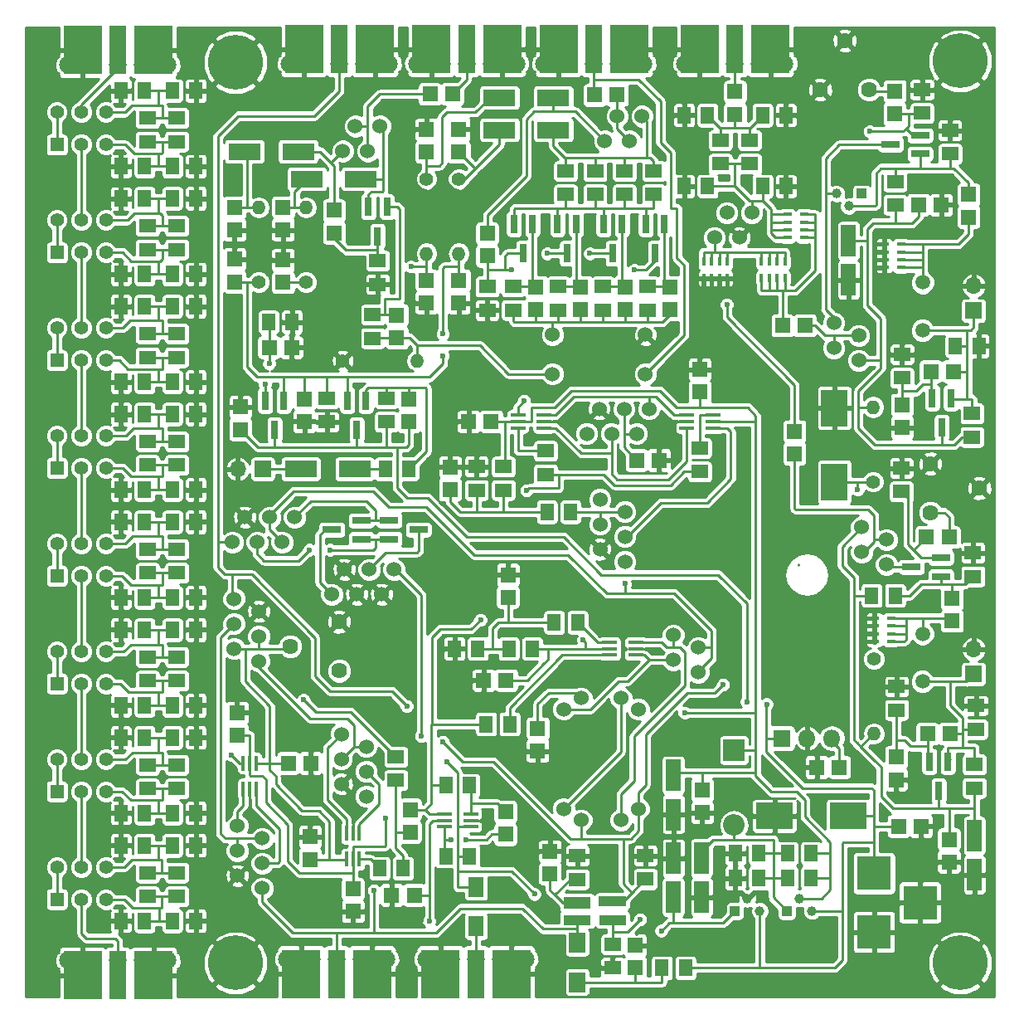
<source format=gtl>
G04 #@! TF.FileFunction,Copper,L1,Top,Signal*
%FSLAX46Y46*%
G04 Gerber Fmt 4.6, Leading zero omitted, Abs format (unit mm)*
G04 Created by KiCad (PCBNEW 4.0.7-e2-6376~58~ubuntu14.04.1) date Fri May 17 06:13:42 2019*
%MOMM*%
%LPD*%
G01*
G04 APERTURE LIST*
%ADD10C,0.100000*%
%ADD11R,1.700000X1.400000*%
%ADD12C,1.524000*%
%ADD13R,0.800000X1.900000*%
%ADD14R,1.600000X1.600000*%
%ADD15C,1.400000*%
%ADD16O,1.400000X1.400000*%
%ADD17R,1.400000X1.700000*%
%ADD18R,0.900000X0.400000*%
%ADD19R,0.400000X0.900000*%
%ADD20R,3.750000X2.700000*%
%ADD21R,2.700000X3.750000*%
%ADD22R,3.500000X3.500000*%
%ADD23R,1.900000X0.800000*%
%ADD24R,1.800000X1.800000*%
%ADD25O,1.800000X1.800000*%
%ADD26C,1.500000*%
%ADD27C,1.000000*%
%ADD28R,1.000000X1.000000*%
%ADD29R,1.700000X1.700000*%
%ADD30O,1.700000X1.700000*%
%ADD31R,1.500000X3.200000*%
%ADD32C,1.620000*%
%ADD33C,1.800000*%
%ADD34R,1.800000X5.000000*%
%ADD35R,3.960000X5.000000*%
%ADD36R,1.400000X1.400000*%
%ADD37C,5.600000*%
%ADD38R,1.500000X0.400000*%
%ADD39R,0.400000X1.500000*%
%ADD40R,3.300000X1.700000*%
%ADD41R,2.200000X2.200000*%
%ADD42O,2.200000X2.200000*%
%ADD43R,2.800000X1.200000*%
%ADD44R,2.800000X1.000000*%
%ADD45R,1.600000X2.000000*%
%ADD46R,1.700000X2.000000*%
%ADD47C,0.600000*%
%ADD48C,0.250000*%
%ADD49C,0.290000*%
%ADD50C,0.254000*%
G04 APERTURE END LIST*
D10*
D11*
X106370000Y-104970000D03*
X106370000Y-107370000D03*
D12*
X131130000Y-100110000D03*
X131130000Y-110270000D03*
X129352000Y-111413000D03*
X129352000Y-98967000D03*
X123510000Y-100110000D03*
X123510000Y-110270000D03*
X125288000Y-111413000D03*
X125288000Y-98967000D03*
D13*
X129474000Y-50602000D03*
X127574000Y-50602000D03*
X128524000Y-53602000D03*
D14*
X160648000Y-102616000D03*
X162948000Y-102616000D03*
X157450000Y-107300000D03*
X157450000Y-105000000D03*
X162850000Y-82550000D03*
X160550000Y-82550000D03*
X117560000Y-110570000D03*
X117560000Y-112870000D03*
X90160000Y-100470000D03*
X90160000Y-102770000D03*
X145850000Y-60950000D03*
X148150000Y-60950000D03*
X101980000Y-120740000D03*
X101980000Y-118440000D03*
X97600000Y-115420000D03*
X97600000Y-113120000D03*
X95380000Y-105600000D03*
X97680000Y-105600000D03*
X107820000Y-112650000D03*
X107820000Y-110350000D03*
X147066000Y-74048000D03*
X147066000Y-71748000D03*
D15*
X155100000Y-76900000D03*
D16*
X155100000Y-69280000D03*
D15*
X155194000Y-94996000D03*
D16*
X155194000Y-102616000D03*
D11*
X157500000Y-100200000D03*
X157500000Y-97800000D03*
X165600000Y-102150000D03*
X165600000Y-99750000D03*
X162950000Y-43450000D03*
X162950000Y-41050000D03*
X160100000Y-39300000D03*
X160100000Y-36900000D03*
X81000000Y-53200000D03*
X81000000Y-50800000D03*
X165300000Y-86550000D03*
X165300000Y-84150000D03*
D17*
X83550000Y-55704000D03*
X85950000Y-55704000D03*
X80700000Y-55704000D03*
X78300000Y-55704000D03*
D11*
X158000000Y-77900000D03*
X158000000Y-75500000D03*
D17*
X83550000Y-59000000D03*
X85950000Y-59000000D03*
X80700000Y-59000000D03*
X78300000Y-59000000D03*
D11*
X81000000Y-64200000D03*
X81000000Y-61800000D03*
X84000000Y-64200000D03*
X84000000Y-61800000D03*
D17*
X83550000Y-66704000D03*
X85950000Y-66704000D03*
X80700000Y-66704000D03*
X78300000Y-66704000D03*
X80700000Y-70000000D03*
X78300000Y-70000000D03*
X83550000Y-70000000D03*
X85950000Y-70000000D03*
D11*
X81000000Y-75200000D03*
X81000000Y-72800000D03*
X84000000Y-75200000D03*
X84000000Y-72800000D03*
D17*
X83550000Y-77704000D03*
X85950000Y-77704000D03*
X80700000Y-77704000D03*
X78300000Y-77704000D03*
X83550000Y-81000000D03*
X85950000Y-81000000D03*
X80700000Y-81000000D03*
X78300000Y-81000000D03*
D11*
X81000000Y-86200000D03*
X81000000Y-83800000D03*
X84000000Y-86200000D03*
X84000000Y-83800000D03*
D17*
X83550000Y-88704000D03*
X85950000Y-88704000D03*
X80700000Y-88704000D03*
X78300000Y-88704000D03*
X83550000Y-92000000D03*
X85950000Y-92000000D03*
X80700000Y-92000000D03*
X78300000Y-92000000D03*
D11*
X84000000Y-97200000D03*
X84000000Y-94800000D03*
X81000000Y-97200000D03*
X81000000Y-94800000D03*
D17*
X83550000Y-99704000D03*
X85950000Y-99704000D03*
X80700000Y-99704000D03*
X78300000Y-99704000D03*
X83550000Y-103000000D03*
X85950000Y-103000000D03*
X80700000Y-103000000D03*
X78300000Y-103000000D03*
D11*
X81000000Y-108200000D03*
X81000000Y-105800000D03*
X84000000Y-108200000D03*
X84000000Y-105800000D03*
D17*
X83550000Y-110704000D03*
X85950000Y-110704000D03*
X80700000Y-110704000D03*
X78300000Y-110704000D03*
X83550000Y-114000000D03*
X85950000Y-114000000D03*
X80700000Y-114000000D03*
X78300000Y-114000000D03*
D11*
X81000000Y-119200000D03*
X81000000Y-116800000D03*
X84000000Y-119200000D03*
X84000000Y-116800000D03*
D17*
X83550000Y-121704000D03*
X85950000Y-121704000D03*
X80700000Y-121704000D03*
X78300000Y-121704000D03*
X111470000Y-115090000D03*
X113870000Y-115090000D03*
X111470000Y-107880000D03*
X113870000Y-107880000D03*
X104690000Y-116340000D03*
X107090000Y-116340000D03*
D18*
X156250000Y-53450000D03*
X156250000Y-54250000D03*
X156250000Y-52650000D03*
X156250000Y-55050000D03*
X157950000Y-52650000D03*
X157950000Y-53450000D03*
X157950000Y-54250000D03*
X157950000Y-55050000D03*
X155250000Y-91600000D03*
X155250000Y-92400000D03*
X155250000Y-90800000D03*
X155250000Y-93200000D03*
X156950000Y-90800000D03*
X156950000Y-91600000D03*
X156950000Y-92400000D03*
X156950000Y-93200000D03*
D19*
X145300000Y-54450000D03*
X144500000Y-54450000D03*
X146100000Y-54450000D03*
X143700000Y-54450000D03*
X146100000Y-56150000D03*
X145300000Y-56150000D03*
X144500000Y-56150000D03*
X143700000Y-56150000D03*
X138600000Y-56150000D03*
X139400000Y-56150000D03*
X137800000Y-56150000D03*
X140200000Y-56150000D03*
X137800000Y-54450000D03*
X138600000Y-54450000D03*
X139400000Y-54450000D03*
X140200000Y-54450000D03*
D18*
X146350000Y-50400000D03*
X146350000Y-51200000D03*
X146350000Y-49600000D03*
X146350000Y-52000000D03*
X148050000Y-49600000D03*
X148050000Y-50400000D03*
X148050000Y-51200000D03*
X148050000Y-52000000D03*
D13*
X163050000Y-68350000D03*
X161150000Y-68350000D03*
X162100000Y-71350000D03*
X162748000Y-105434000D03*
X160848000Y-105434000D03*
X161798000Y-108434000D03*
D14*
X151646840Y-106023840D03*
X149346840Y-106023840D03*
X157700000Y-112050000D03*
X160000000Y-112050000D03*
X162050000Y-48650000D03*
X159750000Y-48650000D03*
D20*
X152575000Y-111000000D03*
X145025000Y-111000000D03*
D14*
X158050000Y-71350000D03*
X158050000Y-69050000D03*
X161000000Y-65650000D03*
X163300000Y-65650000D03*
D21*
X151150000Y-76925000D03*
X151150000Y-69375000D03*
D22*
X155194000Y-116840000D03*
X155194000Y-122840000D03*
X159894000Y-119840000D03*
D23*
X159900000Y-43450000D03*
X159900000Y-41550000D03*
X156900000Y-42500000D03*
X162028000Y-86548000D03*
X162028000Y-84648000D03*
X159028000Y-85598000D03*
D11*
X165200000Y-72350000D03*
X165200000Y-69950000D03*
X158050000Y-66300000D03*
X158050000Y-63900000D03*
D17*
X163500000Y-63050000D03*
X165900000Y-63050000D03*
D12*
X156464000Y-85344000D03*
X153924000Y-84074000D03*
X156464000Y-82804000D03*
X153924000Y-81534000D03*
X151100000Y-60700000D03*
X153640000Y-61970000D03*
X151100000Y-63240000D03*
X153640000Y-64510000D03*
D24*
X145808000Y-103062200D03*
D25*
X148348000Y-103062200D03*
X150888000Y-103062200D03*
D14*
X164850000Y-49900000D03*
X164850000Y-47600000D03*
D26*
X160150000Y-61450000D03*
X160150000Y-56570000D03*
D27*
X152630000Y-48770000D03*
X151360000Y-47500000D03*
D28*
X153900000Y-47500000D03*
D29*
X165354000Y-59450000D03*
D30*
X165354000Y-56910000D03*
D31*
X152600000Y-52300000D03*
X152600000Y-56300000D03*
D14*
X157300000Y-37050000D03*
X157300000Y-39350000D03*
D32*
X149700000Y-36900000D03*
X152200000Y-31900000D03*
X154700000Y-36900000D03*
D26*
X160150000Y-97282000D03*
X160150000Y-92402000D03*
D29*
X165354000Y-96520000D03*
D30*
X165354000Y-93980000D03*
D14*
X163150000Y-91100000D03*
X163150000Y-88800000D03*
D32*
X160950000Y-75050000D03*
X165950000Y-77550000D03*
X160950000Y-80050000D03*
D31*
X165450000Y-113000000D03*
X165450000Y-117000000D03*
D14*
X162850000Y-115700000D03*
X162850000Y-113400000D03*
D12*
X138900000Y-52000000D03*
X140170000Y-49460000D03*
X141440000Y-52000000D03*
X142710000Y-49460000D03*
D14*
X141000000Y-37100000D03*
X141000000Y-39400000D03*
D33*
X135920000Y-34257000D03*
X146080000Y-34257000D03*
D34*
X141000000Y-32750000D03*
D35*
X144620000Y-32750000D03*
X137380000Y-32750000D03*
D33*
X138460000Y-34257000D03*
X143540000Y-34257000D03*
X141000000Y-34257000D03*
D17*
X138200000Y-46750000D03*
X135800000Y-46750000D03*
D33*
X72920000Y-34357000D03*
X83080000Y-34357000D03*
D34*
X78000000Y-32850000D03*
D35*
X81620000Y-32850000D03*
X74380000Y-32850000D03*
D33*
X75460000Y-34357000D03*
X80540000Y-34357000D03*
X78000000Y-34357000D03*
X83080000Y-125730000D03*
X72920000Y-125730000D03*
D34*
X78000000Y-127237000D03*
D35*
X74380000Y-127237000D03*
X81620000Y-127237000D03*
D33*
X80540000Y-125730000D03*
X75460000Y-125730000D03*
X78000000Y-125730000D03*
D36*
X71750000Y-42500000D03*
D15*
X74250000Y-42500000D03*
X76750000Y-42500000D03*
X71750000Y-39200000D03*
X74250000Y-39200000D03*
X76750000Y-39200000D03*
D36*
X71750000Y-53500000D03*
D15*
X74250000Y-53500000D03*
X76750000Y-53500000D03*
X71750000Y-50200000D03*
X74250000Y-50200000D03*
X76750000Y-50200000D03*
D17*
X80700000Y-37000000D03*
X78300000Y-37000000D03*
X83550000Y-37000000D03*
X85950000Y-37000000D03*
D11*
X81000000Y-42200000D03*
X81000000Y-39800000D03*
X84000000Y-42200000D03*
X84000000Y-39800000D03*
D17*
X80700000Y-44704000D03*
X78300000Y-44704000D03*
X83550000Y-44704000D03*
X85950000Y-44704000D03*
X80700000Y-48000000D03*
X78300000Y-48000000D03*
X83550000Y-47990000D03*
X85950000Y-47990000D03*
D11*
X84000000Y-53200000D03*
X84000000Y-50800000D03*
D36*
X71750000Y-64500000D03*
D15*
X74250000Y-64500000D03*
X76750000Y-64500000D03*
X71750000Y-61200000D03*
X74250000Y-61200000D03*
X76750000Y-61200000D03*
D36*
X71750000Y-75500000D03*
D15*
X74250000Y-75500000D03*
X76750000Y-75500000D03*
X71750000Y-72200000D03*
X74250000Y-72200000D03*
X76750000Y-72200000D03*
D36*
X71750000Y-86500000D03*
D15*
X74250000Y-86500000D03*
X76750000Y-86500000D03*
X71750000Y-83200000D03*
X74250000Y-83200000D03*
X76750000Y-83200000D03*
D36*
X71750000Y-97500000D03*
D15*
X74250000Y-97500000D03*
X76750000Y-97500000D03*
X71750000Y-94200000D03*
X74250000Y-94200000D03*
X76750000Y-94200000D03*
D36*
X71750000Y-108500000D03*
D15*
X74250000Y-108500000D03*
X76750000Y-108500000D03*
X71750000Y-105200000D03*
X74250000Y-105200000D03*
X76750000Y-105200000D03*
D36*
X71750000Y-119500000D03*
D15*
X74250000Y-119500000D03*
X76750000Y-119500000D03*
X71750000Y-116200000D03*
X74250000Y-116200000D03*
X76750000Y-116200000D03*
D37*
X90000000Y-34091000D03*
X164000000Y-33964000D03*
X164000000Y-126000000D03*
X90000000Y-126000000D03*
D11*
X165450000Y-108150000D03*
X165450000Y-105750000D03*
D17*
X154950000Y-88500000D03*
X157350000Y-88500000D03*
D33*
X119634000Y-125603000D03*
X109474000Y-125603000D03*
D34*
X114554000Y-127110000D03*
D35*
X110934000Y-127110000D03*
X118174000Y-127110000D03*
D33*
X117094000Y-125603000D03*
X112014000Y-125603000D03*
X114554000Y-125603000D03*
X105410000Y-125603000D03*
X95250000Y-125603000D03*
D34*
X100330000Y-127110000D03*
D35*
X96710000Y-127110000D03*
X103950000Y-127110000D03*
D33*
X102870000Y-125603000D03*
X97790000Y-125603000D03*
X100330000Y-125603000D03*
X95520000Y-34257000D03*
X105680000Y-34257000D03*
D34*
X100600000Y-32750000D03*
D35*
X104220000Y-32750000D03*
X96980000Y-32750000D03*
D33*
X98060000Y-34257000D03*
X103140000Y-34257000D03*
X100600000Y-34257000D03*
D12*
X92710000Y-118364000D03*
X90170000Y-117094000D03*
X92710000Y-115824000D03*
X90170000Y-114554000D03*
X92710000Y-113284000D03*
X90170000Y-112014000D03*
X89830000Y-88850000D03*
X92370000Y-90120000D03*
X89830000Y-91390000D03*
X92370000Y-92660000D03*
X89830000Y-93930000D03*
X92370000Y-95200000D03*
X103350000Y-108990000D03*
X100810000Y-107720000D03*
X103350000Y-106450000D03*
X100810000Y-105180000D03*
X103350000Y-103910000D03*
X100810000Y-102640000D03*
D32*
X100584000Y-96186000D03*
X95584000Y-93686000D03*
X100584000Y-91186000D03*
D31*
X137600000Y-115300000D03*
X137600000Y-119300000D03*
X134700000Y-106850000D03*
X134700000Y-110850000D03*
D14*
X137650000Y-110650000D03*
X137650000Y-108350000D03*
X105938240Y-119064200D03*
X108238240Y-119064200D03*
D31*
X134700000Y-119300000D03*
X134700000Y-115300000D03*
D11*
X157350000Y-48650000D03*
X157350000Y-46250000D03*
X142500000Y-42050000D03*
X142500000Y-44450000D03*
D17*
X143800000Y-46750000D03*
X146200000Y-46750000D03*
D11*
X139500000Y-42050000D03*
X139500000Y-44450000D03*
D17*
X143800000Y-39500000D03*
X146200000Y-39500000D03*
X138200000Y-39500000D03*
X135800000Y-39500000D03*
X148774000Y-117348000D03*
X146374000Y-117348000D03*
X143440000Y-117348000D03*
X141040000Y-117348000D03*
X148774000Y-114808000D03*
X146374000Y-114808000D03*
X143440000Y-114808000D03*
X141040000Y-114808000D03*
D12*
X89662000Y-83058000D03*
X90932000Y-80518000D03*
X92202000Y-83058000D03*
X93472000Y-80518000D03*
X94742000Y-83058000D03*
X96012000Y-80518000D03*
X106172000Y-85852000D03*
X104902000Y-88392000D03*
X103632000Y-85852000D03*
X102362000Y-88392000D03*
X101092000Y-85852000D03*
X99822000Y-88392000D03*
D27*
X147570000Y-119430000D03*
X148840000Y-120700000D03*
D28*
X146300000Y-120700000D03*
D27*
X142270000Y-119430000D03*
X143540000Y-120700000D03*
D28*
X141000000Y-120700000D03*
D23*
X102846000Y-82738000D03*
X102846000Y-80838000D03*
X99846000Y-81788000D03*
X105688000Y-80838000D03*
X105688000Y-82738000D03*
X108688000Y-81788000D03*
D14*
X117820000Y-88680000D03*
X117820000Y-86380000D03*
X120840000Y-102070000D03*
X120840000Y-104370000D03*
X115330000Y-97150000D03*
X117630000Y-97150000D03*
D17*
X120300000Y-93930000D03*
X117900000Y-93930000D03*
X117990000Y-101620000D03*
X115590000Y-101620000D03*
D38*
X114000000Y-112090000D03*
X114000000Y-111440000D03*
X114000000Y-110790000D03*
X111340000Y-110790000D03*
X111340000Y-111440000D03*
X111340000Y-112090000D03*
D39*
X90790000Y-108264000D03*
X91440000Y-108264000D03*
X92090000Y-108264000D03*
X92090000Y-105604000D03*
X91440000Y-105604000D03*
X90790000Y-105604000D03*
X102630000Y-112750000D03*
X101980000Y-112750000D03*
X101330000Y-112750000D03*
X101330000Y-115410000D03*
X101980000Y-115410000D03*
X102630000Y-115410000D03*
D38*
X130860000Y-94580000D03*
X130860000Y-93930000D03*
X130860000Y-93280000D03*
X128200000Y-93280000D03*
X128200000Y-93930000D03*
X128200000Y-94580000D03*
D14*
X89900000Y-54200000D03*
X89900000Y-56500000D03*
X94850000Y-54250000D03*
X94850000Y-56550000D03*
X94850000Y-51200000D03*
X94850000Y-48900000D03*
X89900000Y-51200000D03*
X89900000Y-48900000D03*
X112148000Y-37338000D03*
X109848000Y-37338000D03*
X100050000Y-51500000D03*
X100050000Y-49200000D03*
X106450000Y-62200000D03*
X106450000Y-59900000D03*
X120650000Y-57032000D03*
X120650000Y-59332000D03*
X125222000Y-57032000D03*
X125222000Y-59332000D03*
X129794000Y-57032000D03*
X129794000Y-59332000D03*
X134366000Y-57032000D03*
X134366000Y-59332000D03*
X115697000Y-51555000D03*
X115697000Y-53855000D03*
X126659560Y-37433680D03*
X128959560Y-37433680D03*
X109500000Y-40950000D03*
X109500000Y-43250000D03*
X112800000Y-40950000D03*
X112800000Y-43250000D03*
X112800000Y-58650000D03*
X112800000Y-56350000D03*
X109500000Y-58650000D03*
X109500000Y-56350000D03*
X107696000Y-68446000D03*
X107696000Y-70746000D03*
X97028000Y-70746000D03*
X97028000Y-68446000D03*
X95726200Y-63184200D03*
X93426200Y-63184200D03*
D33*
X108520000Y-34257000D03*
X118680000Y-34257000D03*
D34*
X113600000Y-32750000D03*
D35*
X117220000Y-32750000D03*
X109980000Y-32750000D03*
D33*
X111060000Y-34257000D03*
X116140000Y-34257000D03*
X113600000Y-34257000D03*
X121520000Y-34257000D03*
X131680000Y-34257000D03*
D34*
X126600000Y-32750000D03*
D35*
X130220000Y-32750000D03*
X122980000Y-32750000D03*
D33*
X124060000Y-34257000D03*
X129140000Y-34257000D03*
X126600000Y-34257000D03*
D15*
X97200000Y-56550000D03*
D16*
X97200000Y-48930000D03*
D15*
X92350000Y-56550000D03*
D16*
X92350000Y-48930000D03*
D15*
X100950000Y-64550000D03*
D16*
X108570000Y-64550000D03*
D15*
X112800000Y-46000000D03*
D16*
X112800000Y-53620000D03*
D15*
X109500000Y-46000000D03*
D16*
X109500000Y-53620000D03*
D11*
X104500000Y-54350000D03*
X104500000Y-56750000D03*
X104000000Y-62250000D03*
X104000000Y-59850000D03*
X118364000Y-56982000D03*
X118364000Y-59382000D03*
X122936000Y-56982000D03*
X122936000Y-59382000D03*
X115697000Y-56982000D03*
X115697000Y-59382000D03*
X127508000Y-56982000D03*
X127508000Y-59382000D03*
X132080000Y-56982000D03*
X132080000Y-59382000D03*
X132700000Y-45200000D03*
X132700000Y-47600000D03*
X129700000Y-45200000D03*
X129700000Y-47600000D03*
X126700000Y-45200000D03*
X126700000Y-47600000D03*
X123700000Y-45200000D03*
X123700000Y-47600000D03*
X105410000Y-70796000D03*
X105410000Y-68396000D03*
D17*
X107688800Y-75599720D03*
X105288800Y-75599720D03*
D11*
X99314000Y-68396000D03*
X99314000Y-70796000D03*
D17*
X93376200Y-60606100D03*
X95776200Y-60606100D03*
D12*
X100950000Y-43150000D03*
X102220000Y-40610000D03*
X103490000Y-43150000D03*
X104760000Y-40610000D03*
X131500000Y-39600000D03*
X130230000Y-42140000D03*
X128960000Y-39600000D03*
X127690000Y-42140000D03*
D40*
X102800000Y-46000000D03*
X97300000Y-46000000D03*
X96400000Y-43200000D03*
X90900000Y-43200000D03*
D13*
X105450000Y-48850000D03*
X103550000Y-48850000D03*
X104500000Y-51850000D03*
X120330000Y-50602000D03*
X118430000Y-50602000D03*
X119380000Y-53602000D03*
X124775000Y-50602000D03*
X122875000Y-50602000D03*
X123825000Y-53602000D03*
X133792000Y-50602000D03*
X131892000Y-50602000D03*
X132842000Y-53602000D03*
D12*
X134700000Y-92540000D03*
X137240000Y-93810000D03*
X134700000Y-95080000D03*
X137240000Y-96350000D03*
D14*
X111900000Y-77700000D03*
X111900000Y-75400000D03*
D17*
X114750000Y-93930000D03*
X112350000Y-93930000D03*
D40*
X122450000Y-37700000D03*
X116950000Y-37700000D03*
X122450000Y-41000000D03*
X116950000Y-41000000D03*
D13*
X103312000Y-68604000D03*
X101412000Y-68604000D03*
X102362000Y-71604000D03*
X94930000Y-68604000D03*
X93030000Y-68604000D03*
X93980000Y-71604000D03*
D40*
X96662360Y-75600000D03*
X102162360Y-75600000D03*
D29*
X92767720Y-75600000D03*
D30*
X90227720Y-75600000D03*
D41*
X140900000Y-104300000D03*
D42*
X140900000Y-111920000D03*
D14*
X130950000Y-74700000D03*
X133250000Y-74700000D03*
X130800000Y-126500000D03*
X130800000Y-124200000D03*
X122104720Y-114602040D03*
X122104720Y-116902040D03*
D43*
X124900000Y-119880000D03*
D44*
X124900000Y-121600000D03*
X128500000Y-121600000D03*
D10*
G36*
X127100000Y-119200000D02*
X129900000Y-119200000D01*
X129900000Y-120200000D01*
X127100000Y-120200000D01*
X127100000Y-119200000D01*
X127100000Y-119200000D01*
G37*
D17*
X121800000Y-79970000D03*
X124200000Y-79970000D03*
D11*
X117350000Y-75350000D03*
X117350000Y-77750000D03*
X114600000Y-77750000D03*
X114600000Y-75350000D03*
X137400600Y-73465000D03*
X137400600Y-75865000D03*
X121650000Y-73750000D03*
X121650000Y-76150000D03*
X128500000Y-124100000D03*
X128500000Y-126500000D03*
X131850000Y-117450000D03*
X131850000Y-115050000D03*
D17*
X135950000Y-126500000D03*
X133550000Y-126500000D03*
D11*
X124898720Y-117465120D03*
X124898720Y-115065120D03*
D12*
X129750000Y-85050000D03*
X127210000Y-83780000D03*
X129750000Y-82510000D03*
X127210000Y-81240000D03*
X129750000Y-79970000D03*
X127210000Y-78700000D03*
X125850000Y-72000000D03*
X127120000Y-69460000D03*
X128390000Y-72000000D03*
X129660000Y-69460000D03*
X130930000Y-72000000D03*
X132200000Y-69460000D03*
D38*
X136070000Y-70100000D03*
X136070000Y-70750000D03*
X136070000Y-71400000D03*
X138730000Y-71400000D03*
X138730000Y-70750000D03*
X138730000Y-70100000D03*
X121480000Y-71400000D03*
X121480000Y-70750000D03*
X121480000Y-70100000D03*
X118820000Y-70100000D03*
X118820000Y-70750000D03*
X118820000Y-71400000D03*
D14*
X113800000Y-70750000D03*
X116100000Y-70750000D03*
X137400000Y-65450000D03*
X137400000Y-67750000D03*
D12*
X131850000Y-61900000D03*
X131850000Y-65900000D03*
X122350000Y-61900000D03*
X122350000Y-65900000D03*
D45*
X114550000Y-122250000D03*
X114550000Y-118250000D03*
D46*
X124900000Y-127950000D03*
X124900000Y-123950000D03*
D17*
X124930000Y-91260000D03*
X122530000Y-91260000D03*
D14*
X90481720Y-69268120D03*
X90481720Y-71568120D03*
D47*
X92425000Y-103600000D03*
X115950000Y-79050000D03*
X119475000Y-75575000D03*
X113275000Y-79050000D03*
X118750000Y-81200000D03*
X115550000Y-72850000D03*
X124500000Y-77925000D03*
X124150000Y-81675000D03*
X76800000Y-37225000D03*
X72825000Y-37225000D03*
X72850000Y-40825000D03*
X75650000Y-40825000D03*
X79275000Y-40825000D03*
X75450000Y-46350000D03*
X82125000Y-46350000D03*
X78300000Y-46350000D03*
X69925000Y-46350000D03*
X70025000Y-79375000D03*
X70050000Y-68375000D03*
X70025000Y-90275000D03*
X75325000Y-57350000D03*
X82175000Y-57350000D03*
X85950000Y-57350000D03*
X78325000Y-57350000D03*
X69875000Y-57350000D03*
X82500000Y-40975000D03*
X85950000Y-41025000D03*
X72950000Y-51850000D03*
X75775000Y-51900000D03*
X79200000Y-51900000D03*
X85950000Y-52025000D03*
X82500000Y-52000000D03*
X82500000Y-63000000D03*
X85950000Y-63000000D03*
X73050000Y-62875000D03*
X75600000Y-62875000D03*
X79325000Y-63000000D03*
X78300000Y-68325000D03*
X85950000Y-68325000D03*
X82125000Y-68325000D03*
X75425000Y-68325000D03*
X85950000Y-74000000D03*
X82500000Y-74000000D03*
X73175000Y-73900000D03*
X75575000Y-73900000D03*
X79250000Y-74000000D03*
X78325000Y-79350000D03*
X82150000Y-79350000D03*
X75475000Y-79350000D03*
X85950000Y-79350000D03*
X79175000Y-84975000D03*
X85950000Y-84975000D03*
X82525000Y-84975000D03*
X73000000Y-84825000D03*
X75575000Y-84850000D03*
X70025000Y-95775000D03*
X75600000Y-95975000D03*
X79250000Y-95975000D03*
X82500000Y-95975000D03*
X73050000Y-95775000D03*
X86025000Y-95975000D03*
X70025000Y-101325000D03*
X82150000Y-90325000D03*
X78275000Y-90325000D03*
X85950000Y-90325000D03*
X75575000Y-90325000D03*
X89712100Y-98299700D03*
X79025000Y-107025000D03*
X85950000Y-101350000D03*
X82125000Y-101325000D03*
X75850000Y-101325000D03*
X78950000Y-117975000D03*
X82475000Y-107000000D03*
X82075000Y-112400000D03*
X87400000Y-112400000D03*
X69675000Y-112400000D03*
X69675000Y-117800000D03*
X72000000Y-112400000D03*
X69650000Y-122750000D03*
X75500000Y-106875000D03*
X76075000Y-112400000D03*
X73125000Y-106875000D03*
X75475000Y-117775000D03*
X75973240Y-121700720D03*
X73125000Y-117775000D03*
X85950000Y-117975000D03*
X82500000Y-117975000D03*
X89650000Y-120375000D03*
X103825000Y-72025000D03*
X105975000Y-78350000D03*
X89725000Y-58950000D03*
X89700000Y-62675000D03*
X90000000Y-66575000D03*
X97025000Y-72375000D03*
X93700000Y-77950000D03*
X85950000Y-107025000D03*
X96180000Y-113120000D03*
X94250000Y-109325000D03*
X95050000Y-117775000D03*
X94750000Y-102675000D03*
X97900000Y-102250000D03*
X93325000Y-98075000D03*
X108525000Y-108275000D03*
X108550000Y-105425000D03*
X106550000Y-103050000D03*
X103375000Y-99400000D03*
X98725000Y-99050000D03*
X96250000Y-96075000D03*
X97400000Y-81825000D03*
X100175000Y-80050000D03*
X98700000Y-120300000D03*
X95875000Y-88750000D03*
X97325000Y-85800000D03*
X89800000Y-85075000D03*
X103325000Y-94350000D03*
X107225000Y-94275000D03*
X112400000Y-87750000D03*
X117750000Y-92175000D03*
X123725000Y-92900000D03*
X112400000Y-90675000D03*
X108775000Y-85725000D03*
X92275000Y-52600000D03*
X101175000Y-57850000D03*
X93300000Y-58500000D03*
X97525000Y-58700000D03*
X114075000Y-37700000D03*
X127300000Y-40125000D03*
X119700000Y-37700000D03*
X157100000Y-33425000D03*
X165375000Y-44850000D03*
X165850000Y-40900000D03*
X112275000Y-83825000D03*
X109725000Y-75650000D03*
X121850000Y-83375000D03*
X117450000Y-83375000D03*
X112350000Y-97500000D03*
X112350000Y-100200000D03*
X127072960Y-115061160D03*
X127725000Y-118025000D03*
X132275000Y-119300000D03*
X135725000Y-101900000D03*
X133275000Y-103825000D03*
X132675000Y-109000000D03*
X116100000Y-115225000D03*
X117450000Y-121950000D03*
X117450000Y-118725000D03*
X126750000Y-126850000D03*
X126750000Y-122975000D03*
X135000000Y-128475000D03*
X139325000Y-128075000D03*
X133200000Y-124600000D03*
X136225000Y-123450000D03*
X139575000Y-123625000D03*
X95300000Y-107350000D03*
X97670000Y-107850000D03*
X119757760Y-114598880D03*
X119750000Y-110875000D03*
X113575000Y-106300000D03*
X116650000Y-107850000D03*
X119675000Y-100000000D03*
X122625000Y-101700000D03*
X115275000Y-99350000D03*
X121200000Y-107850000D03*
X117175000Y-104375000D03*
X112800000Y-103050000D03*
X132900000Y-96450000D03*
X130900000Y-98050000D03*
X127125000Y-97275000D03*
X127050000Y-91575000D03*
X121650000Y-89300000D03*
X121850000Y-86225000D03*
X125550000Y-87950000D03*
X129325000Y-89700000D03*
X165562500Y-74687500D03*
X163325000Y-118575000D03*
X165425000Y-121575000D03*
X139575000Y-119300000D03*
X139325000Y-114950000D03*
X147450000Y-128150000D03*
X149725000Y-123075000D03*
X144950000Y-123100000D03*
X156050000Y-110525000D03*
X140700000Y-98775000D03*
X141000000Y-89725000D03*
X141000000Y-92325000D03*
X141000000Y-95625000D03*
X141750000Y-101775000D03*
X138550000Y-101800000D03*
X138525000Y-105025000D03*
X140875000Y-108975000D03*
X147650000Y-112950000D03*
X149525000Y-110200000D03*
X144800000Y-106750000D03*
X147025000Y-105650000D03*
X155200000Y-119750000D03*
X160000000Y-115275000D03*
X156475000Y-113775000D03*
X159325000Y-109025000D03*
X159325000Y-105075000D03*
X163425000Y-107525000D03*
X148350000Y-97500000D03*
X148350000Y-100600000D03*
X154100000Y-106175000D03*
X158775000Y-102175000D03*
X157650000Y-94900000D03*
X155175000Y-97800000D03*
X154000000Y-91575000D03*
X163675000Y-85525000D03*
X139575000Y-84025000D03*
X132000000Y-84675000D03*
X133075000Y-81450000D03*
X135650000Y-84025000D03*
X101175000Y-54500000D03*
X101175000Y-60875000D03*
X98950000Y-53375000D03*
X135825000Y-77675000D03*
X139225000Y-81275000D03*
X135825000Y-80300000D03*
X131550000Y-79400000D03*
X145275000Y-79900000D03*
X148625000Y-77275000D03*
X151150000Y-72600000D03*
X145275000Y-77275000D03*
X145275000Y-82700000D03*
X141850000Y-84325000D03*
X141850000Y-77975000D03*
X141850000Y-75225000D03*
X141850000Y-81275000D03*
X141850000Y-87050000D03*
X144675000Y-75225000D03*
X139350000Y-75225000D03*
X144675000Y-73050000D03*
X143425000Y-67850000D03*
X139850000Y-67850000D03*
X145125000Y-69475000D03*
X141850000Y-73050000D03*
X160125000Y-94900000D03*
X166975000Y-84150000D03*
X165675000Y-88950000D03*
X158750000Y-86975000D03*
X154450000Y-86075000D03*
X129725000Y-65875000D03*
X148250000Y-69375000D03*
X153000000Y-66325000D03*
X143450000Y-65450000D03*
X139850000Y-65450000D03*
X140375000Y-62650000D03*
X132422200Y-91662680D03*
X134230680Y-89518920D03*
X134240840Y-87324360D03*
X138700000Y-90550000D03*
X138350000Y-87750000D03*
X162275000Y-100650000D03*
X165300000Y-81700000D03*
X154600000Y-78600000D03*
X157650000Y-81425000D03*
X156450000Y-79000000D03*
X155100000Y-74900000D03*
X163450000Y-77525000D03*
X160900000Y-77525000D03*
X166900000Y-71125000D03*
X166025000Y-65825000D03*
X156350000Y-67800000D03*
X159850000Y-71350000D03*
X159850000Y-68700000D03*
X149025000Y-65675000D03*
X145950000Y-63825000D03*
X143500000Y-61375000D03*
X152625000Y-41350000D03*
X152625000Y-39050000D03*
X152625000Y-43575000D03*
X152225000Y-34450000D03*
X97075000Y-37850000D03*
X93675000Y-37850000D03*
X100225000Y-41100000D03*
X97075000Y-41075000D03*
X93625000Y-41075000D03*
X85945280Y-46344000D03*
X89577480Y-46354160D03*
X93625000Y-46350000D03*
X90375000Y-41075000D03*
X102000000Y-51900000D03*
X105700000Y-51900000D03*
X102000000Y-47950000D03*
X107075000Y-38700000D03*
X107075000Y-45950000D03*
X109500000Y-49850000D03*
X112800000Y-49875000D03*
X114900000Y-47600000D03*
X107075000Y-41975000D03*
X108550000Y-72850000D03*
X106575000Y-72400000D03*
X101000000Y-72025000D03*
X105700000Y-64600000D03*
X125675000Y-61850000D03*
X125675000Y-65950000D03*
X111100000Y-72850000D03*
X111100000Y-70375000D03*
X111100000Y-67100000D03*
X113250000Y-64375000D03*
X114800000Y-67200000D03*
X118225000Y-67175000D03*
X121450000Y-67875000D03*
X116750000Y-39325000D03*
X113225000Y-61525000D03*
X118225000Y-63950000D03*
X115700000Y-61825000D03*
X127375000Y-63950000D03*
X124175000Y-63950000D03*
X119975000Y-61750000D03*
X134475000Y-61475000D03*
X136575000Y-53000000D03*
X137675000Y-58550000D03*
X136575000Y-49900000D03*
X134925000Y-65250000D03*
X137575000Y-62650000D03*
X134675000Y-37425000D03*
X125375000Y-42050000D03*
X131075000Y-37425000D03*
X139375000Y-37425000D03*
X162950000Y-38850000D03*
X144425000Y-58825000D03*
X147175000Y-58825000D03*
X142025000Y-55025000D03*
X142000000Y-58825000D03*
X165350000Y-53800000D03*
X162675000Y-59000000D03*
X160075000Y-59000000D03*
X162675000Y-55150000D03*
X147575000Y-54650000D03*
X157500000Y-60575000D03*
X156675000Y-57250000D03*
X151131840Y-52325000D03*
X151450000Y-49725000D03*
X159900000Y-51125000D03*
X162375000Y-51125000D03*
X157125000Y-51500000D03*
X159525000Y-46350000D03*
X162050000Y-46350000D03*
X152625000Y-46775000D03*
X131300000Y-54125000D03*
X132975000Y-55425000D03*
X134675000Y-55425000D03*
X142050000Y-46175000D03*
X139900000Y-45875000D03*
X148850000Y-39500000D03*
X148900000Y-46750000D03*
X148900000Y-43200000D03*
X146200000Y-36925000D03*
X141000000Y-43250000D03*
X146200000Y-44675000D03*
X146200000Y-41550000D03*
X135800000Y-44350000D03*
X135800000Y-41625000D03*
X125175000Y-46375000D03*
X126200000Y-50050000D03*
X126200000Y-52200000D03*
X130700000Y-52225000D03*
X130700000Y-50050000D03*
X117275000Y-52175000D03*
X119200000Y-48050000D03*
X121575000Y-50050000D03*
X121075000Y-45575000D03*
X121575000Y-52175000D03*
X114575000Y-43175000D03*
X114400000Y-40950000D03*
X121075000Y-43025000D03*
X118275000Y-43050000D03*
X116675000Y-45300000D03*
X80697640Y-123560000D03*
X105940160Y-121197800D03*
X111086200Y-120552640D03*
X111177640Y-117418280D03*
X122282520Y-125942520D03*
X124939360Y-125942520D03*
X122282520Y-128269160D03*
X127352360Y-111098760D03*
X123994480Y-104372840D03*
X129770440Y-105612360D03*
X128185480Y-107563080D03*
X126097600Y-109407120D03*
X124131640Y-107852640D03*
X127072960Y-103280640D03*
X149125000Y-56925000D03*
X151131840Y-56300800D03*
X132452680Y-112958040D03*
X109501240Y-60684840D03*
X132870000Y-94150000D03*
X91850000Y-111250000D03*
X89560000Y-108500000D03*
X115720000Y-111430000D03*
X101650000Y-109890000D03*
X133900000Y-70750000D03*
X124050000Y-70750000D03*
X156300000Y-71350000D03*
X152800000Y-59400000D03*
X113499200Y-113412700D03*
X112000600Y-113412700D03*
X135851200Y-100451080D03*
X105295000Y-111190200D03*
X125500000Y-93050000D03*
X115010500Y-90971800D03*
X119722200Y-77763800D03*
X154750000Y-41150000D03*
X153520000Y-77700000D03*
X96938400Y-99150600D03*
X89597800Y-104802100D03*
X140169200Y-58830640D03*
X109775560Y-121721040D03*
X133473760Y-122711640D03*
X108952600Y-102848840D03*
X131324920Y-121553400D03*
X120519760Y-118972760D03*
X111606900Y-105500600D03*
X129750120Y-87298960D03*
X104120000Y-118570000D03*
X139798360Y-97596120D03*
X107489560Y-99790680D03*
X111149700Y-103443200D03*
X97550000Y-83850000D03*
X99650000Y-83850000D03*
X142196120Y-99333480D03*
X144233200Y-99587480D03*
X111147160Y-64027480D03*
X111147160Y-61812600D03*
X93001400Y-66905300D03*
X93433200Y-64847900D03*
X107900000Y-54950000D03*
X118200000Y-55300000D03*
X126175000Y-53600000D03*
X121800000Y-53600000D03*
X130700000Y-55300000D03*
X119450000Y-68650000D03*
D48*
X147440000Y-85344000D02*
X147440000Y-85390000D01*
X118750000Y-81200000D02*
X119800000Y-81200000D01*
X124050000Y-81575000D02*
X124150000Y-81675000D01*
X120175000Y-81575000D02*
X124050000Y-81575000D01*
X119800000Y-81200000D02*
X120175000Y-81575000D01*
X77025000Y-37000000D02*
X76800000Y-37225000D01*
X77025000Y-37000000D02*
X78300000Y-37000000D01*
X79275000Y-40825000D02*
X75650000Y-40825000D01*
X82131000Y-46344000D02*
X82125000Y-46350000D01*
X82131000Y-46344000D02*
X85945280Y-46344000D01*
X75450000Y-46350000D02*
X78300000Y-46350000D01*
X70025000Y-79375000D02*
X70050000Y-79350000D01*
X70050000Y-79350000D02*
X70050000Y-68375000D01*
X78325000Y-57350000D02*
X82175000Y-57350000D01*
X85950000Y-57350000D02*
X85950000Y-59000000D01*
X70050000Y-57525000D02*
X70050000Y-68375000D01*
X69875000Y-57350000D02*
X70050000Y-57525000D01*
X82500000Y-40975000D02*
X82550000Y-40975000D01*
X85950000Y-44704000D02*
X85950000Y-41025000D01*
X79200000Y-51900000D02*
X75775000Y-51900000D01*
X85950000Y-55704000D02*
X85950000Y-52025000D01*
X82500000Y-52000000D02*
X82500000Y-52025000D01*
X85950000Y-66704000D02*
X85950000Y-63000000D01*
X79200000Y-62875000D02*
X75600000Y-62875000D01*
X79325000Y-63000000D02*
X79200000Y-62875000D01*
X85950000Y-68325000D02*
X85950000Y-70000000D01*
X78300000Y-68325000D02*
X82125000Y-68325000D01*
X85950000Y-77704000D02*
X85950000Y-74000000D01*
X79150000Y-73900000D02*
X75575000Y-73900000D01*
X79250000Y-74000000D02*
X79150000Y-73900000D01*
X78325000Y-79350000D02*
X82150000Y-79350000D01*
X75475000Y-79350000D02*
X75500000Y-79350000D01*
X85950000Y-81000000D02*
X85950000Y-79350000D01*
X79175000Y-84975000D02*
X75700000Y-84975000D01*
X85950000Y-81000000D02*
X85950000Y-84975000D01*
X75700000Y-84975000D02*
X75575000Y-84850000D01*
X70025000Y-101325000D02*
X70025000Y-95775000D01*
X75600000Y-95975000D02*
X73250000Y-95975000D01*
X80150000Y-95975000D02*
X79250000Y-95975000D01*
X82500000Y-95975000D02*
X80150000Y-95975000D01*
X73250000Y-95975000D02*
X73050000Y-95775000D01*
X75575000Y-90325000D02*
X78275000Y-90325000D01*
X85950000Y-90325000D02*
X82150000Y-90325000D01*
X90160000Y-98747600D02*
X89712100Y-98299700D01*
X90160000Y-100470000D02*
X90160000Y-98747600D01*
X75850000Y-101325000D02*
X82125000Y-101325000D01*
X85950000Y-101350000D02*
X85950000Y-103000000D01*
X85950000Y-103000000D02*
X85950000Y-107025000D01*
X75475000Y-117775000D02*
X78750000Y-117775000D01*
X78750000Y-117775000D02*
X78950000Y-117975000D01*
X87400000Y-112400000D02*
X82075000Y-112400000D01*
X69675000Y-117800000D02*
X69675000Y-122725000D01*
X72000000Y-112400000D02*
X69675000Y-112400000D01*
X69675000Y-122725000D02*
X69650000Y-122750000D01*
X76075000Y-110575000D02*
X75500000Y-110000000D01*
X75500000Y-110000000D02*
X75500000Y-106875000D01*
X76075000Y-110575000D02*
X76075000Y-112400000D01*
X73125000Y-117775000D02*
X75475000Y-117775000D01*
X75976520Y-121704000D02*
X78300000Y-121704000D01*
X75976520Y-121704000D02*
X75973240Y-121700720D01*
X85950000Y-117975000D02*
X82500000Y-117975000D01*
X85950000Y-114000000D02*
X85950000Y-117975000D01*
X85950000Y-117975000D02*
X85950000Y-121704000D01*
X85950000Y-121704000D02*
X88321000Y-121704000D01*
X88321000Y-121704000D02*
X89650000Y-120375000D01*
X90481720Y-69268120D02*
X90481720Y-67056720D01*
X89700000Y-62675000D02*
X89725000Y-58950000D01*
X90481720Y-67056720D02*
X90000000Y-66575000D01*
X97028000Y-72372000D02*
X97025000Y-72375000D01*
X97028000Y-70746000D02*
X97028000Y-72372000D01*
X85950000Y-110704000D02*
X85950000Y-107025000D01*
X97600000Y-113120000D02*
X96180000Y-113120000D01*
X98700000Y-120300000D02*
X97575000Y-120300000D01*
X97575000Y-120300000D02*
X95050000Y-117775000D01*
X97900000Y-102250000D02*
X95175000Y-102250000D01*
X95175000Y-102250000D02*
X94750000Y-102675000D01*
X97680000Y-102470000D02*
X97680000Y-105600000D01*
X97900000Y-102250000D02*
X97680000Y-102470000D01*
X108525000Y-105450000D02*
X108525000Y-108275000D01*
X108550000Y-105425000D02*
X108525000Y-105450000D01*
X106550000Y-102575000D02*
X106550000Y-103050000D01*
X103375000Y-99400000D02*
X106550000Y-102575000D01*
X97675000Y-98000000D02*
X98725000Y-99050000D01*
X97675000Y-97500000D02*
X97675000Y-98000000D01*
X96250000Y-96075000D02*
X97675000Y-97500000D01*
X97400000Y-81825000D02*
X97400000Y-81375000D01*
X98725000Y-80050000D02*
X100175000Y-80050000D01*
X97400000Y-81375000D02*
X98725000Y-80050000D01*
X101980000Y-120740000D02*
X99140000Y-120740000D01*
X99140000Y-120740000D02*
X98700000Y-120300000D01*
X95875000Y-88750000D02*
X97325000Y-87300000D01*
X97325000Y-87300000D02*
X97325000Y-85800000D01*
X107150000Y-94350000D02*
X103325000Y-94350000D01*
X107225000Y-94275000D02*
X107150000Y-94350000D01*
X121900000Y-92900000D02*
X121775000Y-92900000D01*
X121775000Y-92900000D02*
X121050000Y-92175000D01*
X121050000Y-92175000D02*
X117750000Y-92175000D01*
X123725000Y-92900000D02*
X121900000Y-92900000D01*
X112400000Y-87750000D02*
X112400000Y-90675000D01*
X94850000Y-51200000D02*
X93675000Y-51200000D01*
X93675000Y-51200000D02*
X92275000Y-52600000D01*
X101175000Y-57850000D02*
X98375000Y-57850000D01*
X93300000Y-58500000D02*
X93300000Y-58525000D01*
X98375000Y-57850000D02*
X97525000Y-58700000D01*
X160100000Y-36900000D02*
X160100000Y-35125000D01*
X158400000Y-33425000D02*
X157100000Y-33425000D01*
X160100000Y-35125000D02*
X158400000Y-33425000D01*
X117820000Y-86380000D02*
X114830000Y-86380000D01*
X114830000Y-86380000D02*
X112275000Y-83825000D01*
X117450000Y-83375000D02*
X121850000Y-83375000D01*
X112350000Y-97500000D02*
X112350000Y-93930000D01*
X127072960Y-115061160D02*
X127072960Y-117372960D01*
X127069000Y-115065120D02*
X127072960Y-115061160D01*
X124898720Y-115065120D02*
X127069000Y-115065120D01*
X127072960Y-117372960D02*
X127725000Y-118025000D01*
X132700000Y-119950000D02*
X132425000Y-120225000D01*
X132700000Y-119725000D02*
X132700000Y-119950000D01*
X132275000Y-119300000D02*
X132700000Y-119725000D01*
X135200000Y-101900000D02*
X135725000Y-101900000D01*
X133275000Y-103825000D02*
X135200000Y-101900000D01*
X119757760Y-114598880D02*
X116726120Y-114598880D01*
X116726120Y-114598880D02*
X116100000Y-115225000D01*
X122282520Y-125007520D02*
X119225000Y-121950000D01*
X119225000Y-121950000D02*
X117450000Y-121950000D01*
X122282520Y-125942520D02*
X122282520Y-125007520D01*
X117450000Y-118725000D02*
X117475000Y-118725000D01*
X126750000Y-122975000D02*
X126750000Y-126850000D01*
D49*
X127100000Y-126500000D02*
X126750000Y-126850000D01*
X127100000Y-126500000D02*
X128500000Y-126500000D01*
D48*
X138925000Y-128475000D02*
X135000000Y-128475000D01*
X139325000Y-128075000D02*
X138925000Y-128475000D01*
X139575000Y-123625000D02*
X136225000Y-123450000D01*
X97670000Y-107850000D02*
X95800000Y-107850000D01*
X95800000Y-107850000D02*
X95300000Y-107350000D01*
X97680000Y-105600000D02*
X97680000Y-107840000D01*
X97680000Y-107840000D02*
X97670000Y-107850000D01*
X119760920Y-114602040D02*
X119757760Y-114598880D01*
X122104720Y-114602040D02*
X119760920Y-114602040D01*
X115100000Y-106300000D02*
X113575000Y-106300000D01*
X116650000Y-107850000D02*
X115100000Y-106300000D01*
X123994480Y-104372840D02*
X123994480Y-103069480D01*
X123994480Y-103069480D02*
X122625000Y-101700000D01*
X121200000Y-107850000D02*
X117725000Y-104375000D01*
X117725000Y-104375000D02*
X117175000Y-104375000D01*
X132900000Y-96450000D02*
X131300000Y-98050000D01*
X131300000Y-98050000D02*
X130900000Y-98050000D01*
X129325000Y-89700000D02*
X128925000Y-89700000D01*
X128925000Y-89700000D02*
X127050000Y-91575000D01*
X132422200Y-91662680D02*
X131287680Y-91662680D01*
X119405000Y-86380000D02*
X117820000Y-86380000D01*
X119975000Y-86950000D02*
X119405000Y-86380000D01*
X119975000Y-87625000D02*
X119975000Y-86950000D01*
X121650000Y-89300000D02*
X119975000Y-87625000D01*
X123825000Y-86225000D02*
X121850000Y-86225000D01*
X125550000Y-87950000D02*
X123825000Y-86225000D01*
X131287680Y-91662680D02*
X129325000Y-89700000D01*
X165562500Y-74687500D02*
X165575000Y-74675000D01*
X162850000Y-115700000D02*
X162850000Y-118100000D01*
X162850000Y-118100000D02*
X163325000Y-118575000D01*
X165450000Y-117000000D02*
X165425000Y-121575000D01*
X137600000Y-119300000D02*
X139575000Y-119300000D01*
X142270000Y-119430000D02*
X142750000Y-118950000D01*
X144950000Y-120300000D02*
X144950000Y-123100000D01*
X143450000Y-118800000D02*
X144950000Y-120300000D01*
X142900000Y-118800000D02*
X143450000Y-118800000D01*
X142750000Y-118950000D02*
X142900000Y-118800000D01*
X140700000Y-98775000D02*
X140700000Y-98200000D01*
X141000000Y-92325000D02*
X141000000Y-89725000D01*
X141000000Y-97900000D02*
X141000000Y-95625000D01*
X140700000Y-98200000D02*
X141000000Y-97900000D01*
X138550000Y-105000000D02*
X138550000Y-101800000D01*
X138525000Y-105025000D02*
X138550000Y-105000000D01*
X142675000Y-111000000D02*
X140875000Y-109200000D01*
X140875000Y-109200000D02*
X140875000Y-108975000D01*
X145025000Y-111000000D02*
X142675000Y-111000000D01*
X149346840Y-106023840D02*
X147398840Y-106023840D01*
X147398840Y-106023840D02*
X147025000Y-105650000D01*
X160000000Y-115275000D02*
X159600000Y-115275000D01*
X160000000Y-112050000D02*
X160000000Y-115275000D01*
X158100000Y-113775000D02*
X156475000Y-113775000D01*
X159600000Y-115275000D02*
X158100000Y-113775000D01*
X159325000Y-105075000D02*
X159325000Y-109025000D01*
X148348000Y-103062200D02*
X148348000Y-100602000D01*
X148350000Y-97500000D02*
X148375000Y-97500000D01*
X148348000Y-100602000D02*
X148350000Y-100600000D01*
X157500000Y-97800000D02*
X157500000Y-95050000D01*
X157525000Y-95025000D02*
X157650000Y-94900000D01*
X157500000Y-97800000D02*
X157525000Y-95025000D01*
X157500000Y-95050000D02*
X157650000Y-94900000D01*
X157500000Y-97800000D02*
X155175000Y-97800000D01*
X155250000Y-91600000D02*
X154025000Y-91600000D01*
X154025000Y-91600000D02*
X154000000Y-91575000D01*
X163675000Y-85525000D02*
X163650000Y-85525000D01*
X139575000Y-84025000D02*
X135650000Y-84025000D01*
X139225000Y-83675000D02*
X139575000Y-84025000D01*
X139225000Y-81275000D02*
X139225000Y-83675000D01*
X132000000Y-82525000D02*
X132000000Y-84675000D01*
X133075000Y-81450000D02*
X132000000Y-82525000D01*
X101175000Y-60875000D02*
X101175000Y-57850000D01*
X101175000Y-54500000D02*
X101175000Y-57850000D01*
X135825000Y-77675000D02*
X135525000Y-77675000D01*
X132825000Y-78125000D02*
X131550000Y-79400000D01*
X135075000Y-78125000D02*
X132825000Y-78125000D01*
X135525000Y-77675000D02*
X135075000Y-78125000D01*
X151150000Y-72600000D02*
X151150000Y-69375000D01*
X145275000Y-79900000D02*
X145275000Y-77275000D01*
X141850000Y-81275000D02*
X139225000Y-81275000D01*
X141850000Y-77975000D02*
X141850000Y-75225000D01*
X141850000Y-84325000D02*
X141850000Y-81275000D01*
X144675000Y-75225000D02*
X144675000Y-73050000D01*
X145125000Y-72600000D02*
X144675000Y-73050000D01*
X139850000Y-67850000D02*
X139850000Y-65450000D01*
X143425000Y-67850000D02*
X139850000Y-67850000D01*
X145125000Y-69475000D02*
X145125000Y-72600000D01*
X165354000Y-93980000D02*
X161045000Y-93980000D01*
X161045000Y-93980000D02*
X160125000Y-94900000D01*
X165300000Y-84150000D02*
X166975000Y-84150000D01*
X165354000Y-89271000D02*
X165354000Y-93980000D01*
X165675000Y-88950000D02*
X165354000Y-89271000D01*
X158750000Y-86975000D02*
X155350000Y-86975000D01*
X155350000Y-86975000D02*
X154450000Y-86075000D01*
X151150000Y-69375000D02*
X148250000Y-69375000D01*
X149025000Y-65675000D02*
X152350000Y-65675000D01*
X152350000Y-65675000D02*
X153000000Y-66325000D01*
X137400000Y-65450000D02*
X139850000Y-65450000D01*
X137575000Y-62650000D02*
X140375000Y-62650000D01*
X132422200Y-91662680D02*
X134230680Y-89854200D01*
X134230680Y-89854200D02*
X134230680Y-89518920D01*
X138700000Y-88100000D02*
X138700000Y-90550000D01*
X138350000Y-87750000D02*
X138700000Y-88100000D01*
X165300000Y-84150000D02*
X165300000Y-81700000D01*
X156450000Y-79000000D02*
X155000000Y-79000000D01*
X155000000Y-79000000D02*
X154600000Y-78600000D01*
X156450000Y-75500000D02*
X156450000Y-79000000D01*
X158000000Y-75500000D02*
X156450000Y-75500000D01*
X156450000Y-75500000D02*
X155700000Y-75500000D01*
X155700000Y-75500000D02*
X155100000Y-74900000D01*
X166900000Y-66700000D02*
X166900000Y-71125000D01*
X166025000Y-65825000D02*
X166900000Y-66700000D01*
X159850000Y-68700000D02*
X159850000Y-71350000D01*
D49*
X159850000Y-71350000D02*
X158050000Y-71350000D01*
D48*
X151150000Y-69375000D02*
X151150000Y-66350000D01*
X150475000Y-65675000D02*
X149025000Y-65675000D01*
X151150000Y-66350000D02*
X150475000Y-65675000D01*
X143500000Y-61375000D02*
X145950000Y-63825000D01*
X152625000Y-41350000D02*
X152625000Y-39050000D01*
X93675000Y-37850000D02*
X97075000Y-37850000D01*
X93625000Y-41075000D02*
X97075000Y-41075000D01*
X85950000Y-46339280D02*
X85945280Y-46344000D01*
X85950000Y-46339280D02*
X85950000Y-44704000D01*
X93625000Y-41075000D02*
X93625000Y-46350000D01*
X102000000Y-47950000D02*
X102000000Y-51900000D01*
X107075000Y-41975000D02*
X107075000Y-38700000D01*
X109500000Y-49775000D02*
X107075000Y-47350000D01*
X107075000Y-47350000D02*
X107075000Y-45950000D01*
X112800000Y-49700000D02*
X112800000Y-49875000D01*
X114900000Y-47600000D02*
X112800000Y-49700000D01*
X109500000Y-49850000D02*
X109500000Y-49775000D01*
X108100000Y-40950000D02*
X109500000Y-40950000D01*
X107075000Y-41975000D02*
X108100000Y-40950000D01*
X105700000Y-64600000D02*
X105700000Y-64625000D01*
X125675000Y-65950000D02*
X124600000Y-65950000D01*
X127375000Y-63550000D02*
X125675000Y-61850000D01*
X127375000Y-63950000D02*
X127375000Y-63550000D01*
X111100000Y-70375000D02*
X111100000Y-72850000D01*
X111100000Y-66525000D02*
X111100000Y-67100000D01*
X113250000Y-64375000D02*
X111100000Y-66525000D01*
X118200000Y-67200000D02*
X114800000Y-67200000D01*
X118225000Y-67175000D02*
X118200000Y-67200000D01*
X122675000Y-67875000D02*
X121450000Y-67875000D01*
X124600000Y-65950000D02*
X122675000Y-67875000D01*
X112800000Y-58650000D02*
X112800000Y-61100000D01*
X112800000Y-61100000D02*
X113225000Y-61525000D01*
X122350000Y-63950000D02*
X118225000Y-63950000D01*
X115697000Y-61822000D02*
X115697000Y-59382000D01*
X115700000Y-61825000D02*
X115697000Y-61822000D01*
X131850000Y-61900000D02*
X131825000Y-61900000D01*
X131825000Y-61900000D02*
X129775000Y-63950000D01*
X129775000Y-63950000D02*
X127375000Y-63950000D01*
X124175000Y-63950000D02*
X122350000Y-63950000D01*
X122350000Y-63950000D02*
X122150000Y-63950000D01*
X122150000Y-63950000D02*
X119975000Y-61775000D01*
X119975000Y-61775000D02*
X119975000Y-61750000D01*
X137675000Y-58550000D02*
X137675000Y-60950000D01*
X135800000Y-46750000D02*
X135800000Y-48375000D01*
X136575000Y-49150000D02*
X136575000Y-49900000D01*
X135800000Y-48375000D02*
X136575000Y-49150000D01*
X136575000Y-49900000D02*
X136575000Y-53000000D01*
X135125000Y-65450000D02*
X137400000Y-65450000D01*
X134925000Y-65250000D02*
X135125000Y-65450000D01*
X137675000Y-60950000D02*
X137575000Y-62650000D01*
X162950000Y-41050000D02*
X162950000Y-38850000D01*
X149125000Y-56925000D02*
X149125000Y-58025000D01*
X148325000Y-58825000D02*
X147175000Y-58825000D01*
X149125000Y-58025000D02*
X148325000Y-58825000D01*
X142025000Y-58800000D02*
X142025000Y-55025000D01*
X142000000Y-58825000D02*
X142025000Y-58800000D01*
X165354000Y-56910000D02*
X165354000Y-53804000D01*
X165354000Y-53804000D02*
X165350000Y-53800000D01*
X162225000Y-59000000D02*
X162675000Y-59000000D01*
X160075000Y-59000000D02*
X162225000Y-59000000D01*
X156250000Y-55050000D02*
X156250000Y-56825000D01*
X158050000Y-61125000D02*
X158050000Y-63900000D01*
X157500000Y-60575000D02*
X158050000Y-61125000D01*
X156250000Y-56825000D02*
X156675000Y-57250000D01*
X151131840Y-52325000D02*
X151125000Y-52325000D01*
X162050000Y-50800000D02*
X162375000Y-51125000D01*
X162050000Y-48650000D02*
X162050000Y-50800000D01*
X159525000Y-51500000D02*
X157125000Y-51500000D01*
X159900000Y-51125000D02*
X159525000Y-51500000D01*
X162050000Y-48650000D02*
X162050000Y-46350000D01*
X130700000Y-53525000D02*
X131300000Y-54125000D01*
X130700000Y-53525000D02*
X130700000Y-52225000D01*
X146200000Y-39500000D02*
X148850000Y-39500000D01*
X148900000Y-46750000D02*
X146200000Y-46750000D01*
X148850000Y-43150000D02*
X148850000Y-39500000D01*
X148900000Y-43200000D02*
X148850000Y-43150000D01*
X146200000Y-39500000D02*
X146200000Y-36925000D01*
X146200000Y-39500000D02*
X146200000Y-41550000D01*
X146200000Y-44675000D02*
X146200000Y-46750000D01*
X135800000Y-44350000D02*
X135800000Y-46750000D01*
X135800000Y-39500000D02*
X135800000Y-41625000D01*
X126200000Y-50050000D02*
X126200000Y-52200000D01*
X130700000Y-50050000D02*
X130700000Y-52225000D01*
X121575000Y-50050000D02*
X121575000Y-52175000D01*
D49*
X114400000Y-40950000D02*
X112800000Y-40950000D01*
D48*
X118275000Y-43700000D02*
X118275000Y-43050000D01*
X116675000Y-45300000D02*
X118275000Y-43700000D01*
X121075000Y-43025000D02*
X121075000Y-45575000D01*
X78300000Y-121704000D02*
X78300000Y-122889560D01*
X78970440Y-123560000D02*
X80697640Y-123560000D01*
X78300000Y-122889560D02*
X78970440Y-123560000D01*
X105938240Y-121195880D02*
X105940160Y-121197800D01*
X105938240Y-119064200D02*
X105938240Y-121195880D01*
X111086200Y-117509720D02*
X111086200Y-120552640D01*
X111177640Y-117418280D02*
X111086200Y-117509720D01*
X122282520Y-128269160D02*
X122282520Y-125942520D01*
X127269760Y-126500000D02*
X128500000Y-126500000D01*
X126712280Y-125942520D02*
X124939360Y-125942520D01*
X127269760Y-126500000D02*
X126712280Y-125942520D01*
X127126300Y-108378420D02*
X127126300Y-110872700D01*
X127126300Y-110872700D02*
X127352360Y-111098760D01*
X123991640Y-104370000D02*
X123994480Y-104372840D01*
X123352160Y-104370000D02*
X123991640Y-104370000D01*
X129770440Y-105612360D02*
X129785680Y-105597120D01*
X127941640Y-107563080D02*
X128185480Y-107563080D01*
X126097600Y-109407120D02*
X127126300Y-108378420D01*
X127126300Y-108378420D02*
X127941640Y-107563080D01*
X124131640Y-106221960D02*
X124131640Y-107852640D01*
X127072960Y-103280640D02*
X124131640Y-106221960D01*
X120840000Y-104370000D02*
X123352160Y-104370000D01*
X123352160Y-104370000D02*
X123359480Y-104362680D01*
X152600000Y-56300000D02*
X151132640Y-56300000D01*
X149125000Y-56925000D02*
X149114840Y-56925000D01*
X151132640Y-56300000D02*
X151131840Y-56300800D01*
X131850000Y-115050000D02*
X131850000Y-113560720D01*
X131850000Y-113560720D02*
X132452680Y-112958040D01*
X109500000Y-58650000D02*
X109500000Y-60683600D01*
X109500000Y-60683600D02*
X109501240Y-60684840D01*
X132650000Y-93930000D02*
X132870000Y-94150000D01*
X130860000Y-93930000D02*
X132650000Y-93930000D01*
D49*
X91440000Y-110840000D02*
X91850000Y-111250000D01*
X91440000Y-108264000D02*
X91440000Y-110840000D01*
D48*
X114000000Y-111440000D02*
X115710000Y-111440000D01*
X115710000Y-111440000D02*
X115720000Y-111430000D01*
X101980000Y-112750000D02*
X101980000Y-110220000D01*
X101980000Y-110220000D02*
X101650000Y-109890000D01*
X136070000Y-70750000D02*
X133900000Y-70750000D01*
X121480000Y-70750000D02*
X124050000Y-70750000D01*
D49*
X158050000Y-71350000D02*
X156300000Y-71350000D01*
X152600000Y-56300000D02*
X152600000Y-59200000D01*
X152600000Y-59200000D02*
X152800000Y-59400000D01*
D48*
X155100000Y-69280000D02*
X153600000Y-69280000D01*
X155900000Y-64950000D02*
X155900000Y-65350000D01*
X153600000Y-71450000D02*
X155300000Y-73150000D01*
X153600000Y-67650000D02*
X153600000Y-69280000D01*
X153600000Y-69280000D02*
X153600000Y-71450000D01*
X155900000Y-65350000D02*
X153600000Y-67650000D01*
X165200000Y-72350000D02*
X164200000Y-72350000D01*
X164200000Y-72350000D02*
X163400000Y-73150000D01*
X162100000Y-71350000D02*
X162100000Y-73150000D01*
X155300000Y-73150000D02*
X162100000Y-73150000D01*
X162100000Y-73150000D02*
X163400000Y-73150000D01*
D49*
X153640000Y-64510000D02*
X155900000Y-64510000D01*
X155900000Y-63350000D02*
X155900000Y-64510000D01*
X155900000Y-64510000D02*
X155900000Y-64950000D01*
X154500000Y-52300000D02*
X154500000Y-58900000D01*
X154500000Y-58900000D02*
X155900000Y-60300000D01*
X155900000Y-60300000D02*
X155900000Y-63350000D01*
X152600000Y-52300000D02*
X154500000Y-52300000D01*
X157350000Y-48650000D02*
X157350000Y-50500000D01*
X159750000Y-48650000D02*
X159750000Y-49850000D01*
X154500000Y-51100000D02*
X154500000Y-52300000D01*
X155100000Y-50500000D02*
X154500000Y-51100000D01*
X159100000Y-50500000D02*
X157350000Y-50500000D01*
X157350000Y-50500000D02*
X155100000Y-50500000D01*
X159750000Y-49850000D02*
X159100000Y-50500000D01*
D48*
X155161060Y-105261060D02*
X155161060Y-105262620D01*
X155907040Y-106008600D02*
X155907040Y-109007040D01*
X155161060Y-105262620D02*
X155907040Y-106008600D01*
X153150000Y-87660000D02*
X153150000Y-103250000D01*
X153150000Y-103250000D02*
X153460000Y-103560000D01*
D49*
X155194000Y-102616000D02*
X155134000Y-102616000D01*
X155134000Y-102616000D02*
X153825000Y-103925000D01*
X153460000Y-103560000D02*
X153825000Y-103925000D01*
X153825000Y-103925000D02*
X155161060Y-105261060D01*
D48*
X154950000Y-88500000D02*
X153150000Y-88500000D01*
X153150000Y-86700000D02*
X153150000Y-87660000D01*
X153150000Y-87660000D02*
X153150000Y-88500000D01*
D49*
X161798000Y-108434000D02*
X161798000Y-110250000D01*
X162850000Y-113400000D02*
X162850000Y-110250000D01*
X165450000Y-110200000D02*
X165450000Y-113000000D01*
X165450000Y-108150000D02*
X165450000Y-110200000D01*
X165450000Y-110200000D02*
X165450000Y-110250000D01*
D48*
X155907040Y-109007040D02*
X157150000Y-110250000D01*
X157150000Y-110250000D02*
X161798000Y-110250000D01*
D49*
X161798000Y-110250000D02*
X162850000Y-110250000D01*
X162850000Y-110250000D02*
X165450000Y-110250000D01*
X153150000Y-86700000D02*
X151950000Y-85500000D01*
X151950000Y-83508000D02*
X153924000Y-81534000D01*
X151950000Y-85500000D02*
X151950000Y-83508000D01*
X161000000Y-66950000D02*
X160200000Y-66950000D01*
X159500000Y-67650000D02*
X158050000Y-67650000D01*
X160200000Y-66950000D02*
X159500000Y-67650000D01*
X158050000Y-66300000D02*
X158050000Y-67650000D01*
X158050000Y-67650000D02*
X158050000Y-69050000D01*
X161000000Y-65650000D02*
X161000000Y-66950000D01*
X161000000Y-66950000D02*
X161000000Y-68200000D01*
X161000000Y-68200000D02*
X161150000Y-68350000D01*
D48*
X160648000Y-103900000D02*
X158950000Y-103900000D01*
X158350000Y-103300000D02*
X157500000Y-103300000D01*
X158950000Y-103900000D02*
X158350000Y-103300000D01*
X157500000Y-100200000D02*
X157500000Y-103300000D01*
X157500000Y-103300000D02*
X157500000Y-104950000D01*
D49*
X157500000Y-104950000D02*
X157450000Y-105000000D01*
D48*
X160648000Y-102616000D02*
X160648000Y-103900000D01*
X160648000Y-103900000D02*
X160648000Y-105234000D01*
D49*
X160648000Y-105234000D02*
X160848000Y-105434000D01*
D48*
X162950000Y-97282000D02*
X162950000Y-99700000D01*
X160150000Y-97282000D02*
X162950000Y-97282000D01*
X162950000Y-97282000D02*
X164592000Y-97282000D01*
D49*
X164592000Y-97282000D02*
X165354000Y-96520000D01*
D48*
X165600000Y-102150000D02*
X164250000Y-102150000D01*
X162948000Y-102616000D02*
X164250000Y-102616000D01*
X162750000Y-105432000D02*
X162750000Y-104050000D01*
X162750000Y-104050000D02*
X164250000Y-104050000D01*
D49*
X162750000Y-105432000D02*
X162748000Y-105434000D01*
D48*
X164850000Y-104050000D02*
X165450000Y-104050000D01*
X164250000Y-104050000D02*
X164850000Y-104050000D01*
X165450000Y-104650000D02*
X165450000Y-104050000D01*
D49*
X165450000Y-102300000D02*
X165600000Y-102150000D01*
D48*
X164250000Y-101000000D02*
X164250000Y-102150000D01*
X162950000Y-99700000D02*
X164250000Y-101000000D01*
X164250000Y-102150000D02*
X164250000Y-102616000D01*
X164250000Y-102616000D02*
X164250000Y-104050000D01*
X165450000Y-104650000D02*
X165450000Y-105750000D01*
D49*
X160150000Y-97282000D02*
X160532000Y-97282000D01*
X162948000Y-105234000D02*
X162748000Y-105434000D01*
D48*
X158650000Y-83300000D02*
X158650000Y-78550000D01*
X158650000Y-78550000D02*
X158000000Y-77900000D01*
D49*
X160550000Y-82550000D02*
X159225000Y-83875000D01*
X162028000Y-84648000D02*
X159998000Y-84648000D01*
X159225000Y-83875000D02*
X158650000Y-83300000D01*
X159998000Y-84648000D02*
X159225000Y-83875000D01*
D48*
X114000000Y-109720000D02*
X116710000Y-109720000D01*
X116710000Y-109720000D02*
X117560000Y-110570000D01*
X114000000Y-110790000D02*
X114000000Y-109720000D01*
X114000000Y-109720000D02*
X114000000Y-108010000D01*
X114000000Y-108010000D02*
X113870000Y-107880000D01*
X111340000Y-113400000D02*
X111987900Y-113400000D01*
X116175500Y-112870000D02*
X117560000Y-112870000D01*
X115632800Y-113412700D02*
X116175500Y-112870000D01*
X113499200Y-113412700D02*
X115632800Y-113412700D01*
X111987900Y-113400000D02*
X112000600Y-113412700D01*
X111340000Y-112090000D02*
X111340000Y-113400000D01*
X111340000Y-113400000D02*
X111340000Y-114960000D01*
X111340000Y-114960000D02*
X111470000Y-115090000D01*
X111302721Y-112127279D02*
X111340000Y-112090000D01*
D49*
X165200000Y-69950000D02*
X165200000Y-68450000D01*
X163500000Y-63050000D02*
X164700000Y-63050000D01*
X164700000Y-61450000D02*
X164700000Y-63050000D01*
X164700000Y-63050000D02*
X164700000Y-65650000D01*
X163100000Y-61450000D02*
X164700000Y-61450000D01*
X164700000Y-61450000D02*
X165050000Y-61450000D01*
X165354000Y-61146000D02*
X165354000Y-59450000D01*
X165050000Y-61450000D02*
X165354000Y-61146000D01*
X163300000Y-65650000D02*
X164700000Y-65650000D01*
X164700000Y-67600000D02*
X164700000Y-65650000D01*
X164700000Y-67600000D02*
X164700000Y-68450000D01*
X165200000Y-68450000D02*
X164700000Y-68450000D01*
X164700000Y-68450000D02*
X163150000Y-68450000D01*
X163150000Y-68450000D02*
X163050000Y-68350000D01*
X164700000Y-67600000D02*
X164700000Y-68300000D01*
X163500000Y-65450000D02*
X163300000Y-65650000D01*
X160150000Y-61450000D02*
X163100000Y-61450000D01*
D48*
X135851200Y-100451080D02*
X135851200Y-100450000D01*
X143115600Y-106600000D02*
X143115600Y-106943320D01*
X144725960Y-108553680D02*
X147303680Y-108553680D01*
X143115600Y-106943320D02*
X144725960Y-108553680D01*
X101980300Y-114073100D02*
X105218800Y-114073100D01*
X105295000Y-113996900D02*
X105295000Y-111190200D01*
X105218800Y-114073100D02*
X105295000Y-113996900D01*
X101980300Y-115409700D02*
X101980300Y-114073100D01*
X101980300Y-115409700D02*
X101980000Y-115410000D01*
X140900000Y-104300000D02*
X143115600Y-104300000D01*
X138730000Y-70750000D02*
X143115600Y-70750000D01*
X125700000Y-93250000D02*
X125500000Y-93050000D01*
X125700000Y-93930000D02*
X125700000Y-93250000D01*
X135851200Y-100450000D02*
X143115600Y-100450000D01*
X143115600Y-89104900D02*
X143115600Y-100450000D01*
X143115600Y-100450000D02*
X143115600Y-104300000D01*
X143115600Y-104300000D02*
X143115600Y-106600000D01*
X137400000Y-69300000D02*
X142284500Y-69300000D01*
X143115600Y-70131100D02*
X143115600Y-70750000D01*
X143115600Y-70750000D02*
X143115600Y-89104900D01*
X143115600Y-89104900D02*
X143115600Y-89130300D01*
X142284500Y-69300000D02*
X143115600Y-70131100D01*
X117630000Y-97150000D02*
X119780000Y-97150000D01*
X121910000Y-95020000D02*
X121910000Y-93930000D01*
X119780000Y-97150000D02*
X121494000Y-95436000D01*
X121494000Y-95436000D02*
X121910000Y-95020000D01*
X120300000Y-93930000D02*
X121910000Y-93930000D01*
X121910000Y-93930000D02*
X122460000Y-93930000D01*
X122460000Y-93930000D02*
X122960000Y-93930000D01*
X122960000Y-93930000D02*
X125700000Y-93930000D01*
X125700000Y-93930000D02*
X128200000Y-93930000D01*
X90160000Y-102770000D02*
X91430000Y-102770000D01*
X91430000Y-102770000D02*
X91440000Y-102770000D01*
X91440000Y-105604000D02*
X91440000Y-102770000D01*
X91440000Y-105604000D02*
X91440000Y-106860000D01*
X96480000Y-116800000D02*
X101980000Y-116800000D01*
X95330000Y-115650000D02*
X96480000Y-116800000D01*
X95330000Y-111890000D02*
X95330000Y-115650000D01*
X93090000Y-109650000D02*
X95330000Y-111890000D01*
X93090000Y-107290000D02*
X93090000Y-109650000D01*
X92710000Y-106910000D02*
X93090000Y-107290000D01*
X91490000Y-106910000D02*
X92710000Y-106910000D01*
X91440000Y-106860000D02*
X91490000Y-106910000D01*
X101980000Y-115410000D02*
X101980000Y-116800000D01*
X101980000Y-116800000D02*
X101980000Y-118440000D01*
X137400000Y-69300000D02*
X137400000Y-67750000D01*
X118820000Y-70750000D02*
X120250000Y-70750000D01*
X137400000Y-69300000D02*
X135000000Y-69300000D01*
X135000000Y-69300000D02*
X133300000Y-67600000D01*
X133300000Y-67600000D02*
X124300000Y-67600000D01*
X124300000Y-67600000D02*
X122550000Y-69350000D01*
X122550000Y-69350000D02*
X120250000Y-69350000D01*
X120250000Y-69350000D02*
X120250000Y-70750000D01*
X117500000Y-70750000D02*
X117500000Y-75200000D01*
X117500000Y-75200000D02*
X117350000Y-75350000D01*
X116100000Y-70750000D02*
X117500000Y-70750000D01*
X117500000Y-70750000D02*
X118820000Y-70750000D01*
X137650000Y-108350000D02*
X137650000Y-106600000D01*
X140450000Y-106600000D02*
X137650000Y-106600000D01*
X137650000Y-106600000D02*
X136500000Y-106600000D01*
X136500000Y-106600000D02*
X134950000Y-106600000D01*
D49*
X134950000Y-106600000D02*
X134700000Y-106850000D01*
D48*
X140450000Y-106600000D02*
X140900000Y-106600000D01*
X147303680Y-108553680D02*
X148150000Y-109400000D01*
X150700000Y-114808000D02*
X150700000Y-113650000D01*
X148150000Y-111100000D02*
X148150000Y-109400000D01*
X150700000Y-113650000D02*
X148150000Y-111100000D01*
X140900000Y-106600000D02*
X143115600Y-106600000D01*
X148774000Y-117348000D02*
X150700000Y-117348000D01*
X148774000Y-114808000D02*
X150700000Y-114808000D01*
X147570000Y-119430000D02*
X149820000Y-119430000D01*
X150700000Y-118550000D02*
X150700000Y-117348000D01*
X150700000Y-117348000D02*
X150700000Y-114808000D01*
X149820000Y-119430000D02*
X150700000Y-118550000D01*
X141000000Y-39400000D02*
X141000000Y-40750000D01*
X139500000Y-42050000D02*
X139500000Y-40850000D01*
X139500000Y-40850000D02*
X139400000Y-40750000D01*
X142500000Y-42050000D02*
X142500000Y-40750000D01*
D49*
X138200000Y-39500000D02*
X138200000Y-39550000D01*
D48*
X138200000Y-39550000D02*
X139400000Y-40750000D01*
X139400000Y-40750000D02*
X141000000Y-40750000D01*
X141000000Y-40750000D02*
X142500000Y-40750000D01*
D49*
X142500000Y-40750000D02*
X142550000Y-40750000D01*
D48*
X142550000Y-40750000D02*
X143800000Y-39500000D01*
X148050000Y-52000000D02*
X149150000Y-52000000D01*
X148050000Y-51200000D02*
X149150000Y-51200000D01*
X148050000Y-50400000D02*
X149150000Y-50400000D01*
X145850000Y-60950000D02*
X145850000Y-57400000D01*
X146100000Y-56150000D02*
X146100000Y-57400000D01*
X145300000Y-56150000D02*
X145300000Y-57400000D01*
X144500000Y-56150000D02*
X144500000Y-57400000D01*
X143700000Y-56150000D02*
X143700000Y-57400000D01*
X149150000Y-55350000D02*
X147100000Y-57400000D01*
X147100000Y-57400000D02*
X146100000Y-57400000D01*
X146100000Y-57400000D02*
X145850000Y-57400000D01*
X145850000Y-57400000D02*
X145300000Y-57400000D01*
X145300000Y-57400000D02*
X144500000Y-57400000D01*
X144500000Y-57400000D02*
X143700000Y-57400000D01*
X149150000Y-49600000D02*
X148050000Y-49600000D01*
X149150000Y-49600000D02*
X149150000Y-50400000D01*
X149150000Y-50400000D02*
X149150000Y-51200000D01*
X149150000Y-51200000D02*
X149150000Y-52000000D01*
X149150000Y-52000000D02*
X149150000Y-55350000D01*
X151100000Y-63240000D02*
X151100000Y-61970000D01*
X153640000Y-61970000D02*
X151100000Y-61970000D01*
X151100000Y-61970000D02*
X150195000Y-61970000D01*
X150195000Y-61970000D02*
X149175000Y-60950000D01*
X149175000Y-60950000D02*
X148150000Y-60950000D01*
D49*
X153160000Y-62450000D02*
X153640000Y-61970000D01*
X151100000Y-63240000D02*
X151360000Y-63240000D01*
D48*
X93500000Y-100496800D02*
X93500000Y-99763500D01*
X90969400Y-97232900D02*
X90969400Y-93930000D01*
X93500000Y-99763500D02*
X90969400Y-97232900D01*
X93500000Y-105600000D02*
X93500000Y-100496800D01*
X93500000Y-105600000D02*
X93500000Y-106350000D01*
X99600000Y-111550000D02*
X99600000Y-115420000D01*
X98500000Y-110450000D02*
X99600000Y-111550000D01*
X96800000Y-110450000D02*
X98500000Y-110450000D01*
X94100000Y-107750000D02*
X96800000Y-110450000D01*
X94100000Y-106950000D02*
X94100000Y-107750000D01*
X93500000Y-106350000D02*
X94100000Y-106950000D01*
X95380000Y-105600000D02*
X93500000Y-105600000D01*
X93500000Y-105600000D02*
X92094000Y-105600000D01*
X92094000Y-105600000D02*
X92090000Y-105604000D01*
X97600000Y-115420000D02*
X99600000Y-115420000D01*
X99600000Y-115420000D02*
X99480000Y-115420000D01*
X99480000Y-115420000D02*
X101320000Y-115420000D01*
X101320000Y-115420000D02*
X101330000Y-115410000D01*
X92370000Y-92660000D02*
X92370000Y-93930000D01*
X89830000Y-93930000D02*
X90969400Y-93930000D01*
X90969400Y-93930000D02*
X91060000Y-93930000D01*
X91060000Y-93930000D02*
X92370000Y-93930000D01*
X92370000Y-93930000D02*
X93500000Y-93930000D01*
X93500000Y-93930000D02*
X93630000Y-93930000D01*
X93630000Y-93930000D02*
X95340000Y-93930000D01*
X95340000Y-93930000D02*
X95584000Y-93686000D01*
X92094000Y-105600000D02*
X92090000Y-105604000D01*
X107820000Y-112650000D02*
X106370000Y-112650000D01*
X107090000Y-116340000D02*
X107090000Y-115010000D01*
X106370000Y-114290000D02*
X106370000Y-112650000D01*
X106370000Y-112650000D02*
X106370000Y-107370000D01*
X107090000Y-115010000D02*
X106370000Y-114290000D01*
X119925400Y-77560600D02*
X119722200Y-77763800D01*
X122998800Y-77560600D02*
X119925400Y-77560600D01*
X110908400Y-91924300D02*
X110044800Y-92787900D01*
X114058000Y-91924300D02*
X110908400Y-91924300D01*
X115010500Y-90971800D02*
X114058000Y-91924300D01*
X122998800Y-76150000D02*
X122998800Y-77560600D01*
X110044800Y-92787900D02*
X110044800Y-100636500D01*
X110044800Y-100636500D02*
X110044800Y-101620000D01*
X137400600Y-75865000D02*
X135832300Y-75865000D01*
X135832300Y-75865000D02*
X134428800Y-77268500D01*
X134428800Y-77268500D02*
X128713800Y-77268500D01*
X128713800Y-77268500D02*
X127595300Y-76150000D01*
X127595300Y-76150000D02*
X123468700Y-76150000D01*
X123468700Y-76150000D02*
X122998800Y-76150000D01*
X122998800Y-76150000D02*
X121650000Y-76150000D01*
X111340000Y-110790000D02*
X109809700Y-110790000D01*
X109809700Y-110790000D02*
X109369700Y-110350000D01*
X111470000Y-107880000D02*
X110010000Y-107880000D01*
X115590000Y-101620000D02*
X110044800Y-101620000D01*
X110044800Y-101620000D02*
X110032100Y-101620000D01*
X110010000Y-107880000D02*
X110010000Y-104662400D01*
X110010000Y-104662400D02*
X110010000Y-101620000D01*
X110032100Y-101620000D02*
X110010000Y-101620000D01*
X110010000Y-109720000D02*
X110010000Y-107880000D01*
X107820000Y-110350000D02*
X109369700Y-110350000D01*
X109369700Y-110350000D02*
X109380000Y-110350000D01*
X109380000Y-110350000D02*
X110010000Y-109720000D01*
X111340000Y-108010000D02*
X111470000Y-107880000D01*
X156464000Y-82804000D02*
X155200000Y-82804000D01*
X153924000Y-84074000D02*
X154176000Y-84074000D01*
X154176000Y-84074000D02*
X155200000Y-83050000D01*
X147066000Y-79616000D02*
X147066000Y-74048000D01*
X147200000Y-79750000D02*
X147066000Y-79616000D01*
X149400000Y-79750000D02*
X147200000Y-79750000D01*
X154600000Y-79750000D02*
X149400000Y-79750000D01*
X155200000Y-80350000D02*
X154600000Y-79750000D01*
X155200000Y-83050000D02*
X155200000Y-82804000D01*
X155200000Y-82804000D02*
X155200000Y-80350000D01*
X159900000Y-41550000D02*
X159125000Y-41550000D01*
X159125000Y-41550000D02*
X158450000Y-40875000D01*
X158700000Y-39350000D02*
X158700000Y-40625000D01*
X158175000Y-41150000D02*
X154750000Y-41150000D01*
X158700000Y-40625000D02*
X158450000Y-40875000D01*
X158450000Y-40875000D02*
X158175000Y-41150000D01*
X159450000Y-41550000D02*
X159900000Y-41550000D01*
X157300000Y-39350000D02*
X158700000Y-39350000D01*
X158700000Y-39350000D02*
X160050000Y-39350000D01*
X160050000Y-39350000D02*
X160100000Y-39300000D01*
X150888000Y-103062200D02*
X150888000Y-103367000D01*
X150888000Y-103367000D02*
X151646840Y-104125840D01*
X151646840Y-104125840D02*
X151646840Y-106023840D01*
X151746520Y-105924160D02*
X151646840Y-106023840D01*
X153520000Y-76925000D02*
X153520000Y-77700000D01*
X151150000Y-76925000D02*
X153520000Y-76925000D01*
X153520000Y-76925000D02*
X155075000Y-76925000D01*
X155075000Y-76925000D02*
X155100000Y-76900000D01*
D49*
X151150000Y-76925000D02*
X151175000Y-76925000D01*
D48*
X157350000Y-46250000D02*
X157350000Y-44900000D01*
X159900000Y-43450000D02*
X159900000Y-44900000D01*
X162950000Y-43450000D02*
X162950000Y-44900000D01*
X164850000Y-47600000D02*
X164850000Y-46400000D01*
X155280000Y-48770000D02*
X152630000Y-48770000D01*
X155400000Y-48650000D02*
X155280000Y-48770000D01*
X155400000Y-45400000D02*
X155400000Y-48650000D01*
X155900000Y-44900000D02*
X155400000Y-45400000D01*
X163350000Y-44900000D02*
X162950000Y-44900000D01*
X162950000Y-44900000D02*
X159900000Y-44900000D01*
X159900000Y-44900000D02*
X157350000Y-44900000D01*
X157350000Y-44900000D02*
X155900000Y-44900000D01*
X164850000Y-46400000D02*
X163350000Y-44900000D01*
D49*
X82150000Y-38500000D02*
X82500000Y-38500000D01*
X82500000Y-38500000D02*
X82500000Y-39800000D01*
X82150000Y-37000000D02*
X82150000Y-38500000D01*
X78700000Y-39200000D02*
X76750000Y-39200000D01*
X82150000Y-38500000D02*
X79400000Y-38500000D01*
X79400000Y-38500000D02*
X78700000Y-39200000D01*
X81000000Y-39800000D02*
X82500000Y-39800000D01*
X82500000Y-39800000D02*
X84000000Y-39800000D01*
X80700000Y-37000000D02*
X82150000Y-37000000D01*
D48*
X82150000Y-37000000D02*
X82200000Y-37000000D01*
D49*
X82200000Y-37000000D02*
X83550000Y-37000000D01*
D48*
X82100000Y-44704000D02*
X82100000Y-43450000D01*
X82500000Y-42200000D02*
X82500000Y-43300000D01*
X82500000Y-43300000D02*
X82350000Y-43450000D01*
X82350000Y-43450000D02*
X82100000Y-43450000D01*
X78700000Y-42500000D02*
X76750000Y-42500000D01*
X82100000Y-43450000D02*
X79650000Y-43450000D01*
X79650000Y-43450000D02*
X78700000Y-42500000D01*
X80700000Y-44704000D02*
X82100000Y-44704000D01*
X82100000Y-44704000D02*
X83550000Y-44704000D01*
X81000000Y-42200000D02*
X82500000Y-42200000D01*
X82500000Y-42200000D02*
X84000000Y-42200000D01*
X141000000Y-46750000D02*
X142450000Y-48200000D01*
X138200000Y-46750000D02*
X141000000Y-46750000D01*
X141000000Y-44450000D02*
X141000000Y-46750000D01*
X139500000Y-44450000D02*
X141000000Y-44450000D01*
X141000000Y-44450000D02*
X142500000Y-44450000D01*
X143800000Y-46750000D02*
X143800000Y-48150000D01*
D49*
X143800000Y-48150000D02*
X143850000Y-48200000D01*
D48*
X142710000Y-49460000D02*
X142710000Y-48200000D01*
X146350000Y-49600000D02*
X144700000Y-49600000D01*
X146350000Y-50400000D02*
X144700000Y-50400000D01*
X146350000Y-51200000D02*
X144700000Y-51200000D01*
X145150000Y-52000000D02*
X146350000Y-52000000D01*
X144700000Y-51550000D02*
X145150000Y-52000000D01*
X144700000Y-49050000D02*
X144700000Y-49600000D01*
X144700000Y-49600000D02*
X144700000Y-50400000D01*
X144700000Y-50400000D02*
X144700000Y-51200000D01*
X144700000Y-51200000D02*
X144700000Y-51550000D01*
X143850000Y-48200000D02*
X144700000Y-49050000D01*
X142450000Y-48200000D02*
X142710000Y-48200000D01*
X142710000Y-48200000D02*
X143850000Y-48200000D01*
D49*
X82100000Y-49500000D02*
X82250000Y-49500000D01*
X82500000Y-49750000D02*
X82500000Y-50800000D01*
X82250000Y-49500000D02*
X82500000Y-49750000D01*
X82100000Y-48000000D02*
X82100000Y-49500000D01*
X78950000Y-50200000D02*
X76750000Y-50200000D01*
X79650000Y-49500000D02*
X78950000Y-50200000D01*
X80050000Y-49500000D02*
X79650000Y-49500000D01*
X82100000Y-49500000D02*
X80050000Y-49500000D01*
X81000000Y-50800000D02*
X82500000Y-50800000D01*
X82500000Y-50800000D02*
X84000000Y-50800000D01*
X80700000Y-48000000D02*
X82100000Y-48000000D01*
X82100000Y-48000000D02*
X83540000Y-48000000D01*
X83540000Y-48000000D02*
X83550000Y-47990000D01*
X82150000Y-54400000D02*
X82250000Y-54400000D01*
X82500000Y-54150000D02*
X82500000Y-53200000D01*
X82250000Y-54400000D02*
X82500000Y-54150000D01*
X76750000Y-53500000D02*
X78450000Y-53500000D01*
X82150000Y-54400000D02*
X82150000Y-55704000D01*
X79350000Y-54400000D02*
X82150000Y-54400000D01*
X78450000Y-53500000D02*
X79350000Y-54400000D01*
X80700000Y-55704000D02*
X82150000Y-55704000D01*
X82150000Y-55704000D02*
X83550000Y-55704000D01*
X81000000Y-53200000D02*
X82500000Y-53200000D01*
X82500000Y-53200000D02*
X84000000Y-53200000D01*
X163150000Y-88800000D02*
X163150000Y-87350000D01*
X162028000Y-86548000D02*
X162028000Y-87350000D01*
X157350000Y-88500000D02*
X158850000Y-88500000D01*
X164500000Y-87350000D02*
X165300000Y-86550000D01*
X160000000Y-87350000D02*
X162028000Y-87350000D01*
X162028000Y-87350000D02*
X162306000Y-87350000D01*
X162306000Y-87350000D02*
X163150000Y-87350000D01*
X163150000Y-87350000D02*
X164500000Y-87350000D01*
X158850000Y-88500000D02*
X160000000Y-87350000D01*
X82100000Y-60450000D02*
X82500000Y-60450000D01*
X82500000Y-60450000D02*
X82500000Y-60900000D01*
X82100000Y-59000000D02*
X82100000Y-60450000D01*
X81900000Y-60450000D02*
X82100000Y-60450000D01*
X78450000Y-61200000D02*
X76750000Y-61200000D01*
X81900000Y-60450000D02*
X79200000Y-60450000D01*
X79200000Y-60450000D02*
X78450000Y-61200000D01*
X82500000Y-60900000D02*
X82500000Y-61800000D01*
X81000000Y-61800000D02*
X82500000Y-61800000D01*
X82500000Y-61800000D02*
X84000000Y-61800000D01*
X80700000Y-59000000D02*
X82100000Y-59000000D01*
X82100000Y-59000000D02*
X82150000Y-59000000D01*
X82150000Y-59000000D02*
X83550000Y-59000000D01*
X82500000Y-65150000D02*
X82500000Y-65400000D01*
X82500000Y-65400000D02*
X82250000Y-65400000D01*
X82100000Y-65400000D02*
X82100000Y-66704000D01*
X76750000Y-64500000D02*
X78100000Y-64500000D01*
X79000000Y-65400000D02*
X82100000Y-65400000D01*
X82100000Y-65400000D02*
X82250000Y-65400000D01*
X78100000Y-64500000D02*
X79000000Y-65400000D01*
X82500000Y-64200000D02*
X82500000Y-65150000D01*
X80700000Y-66704000D02*
X82100000Y-66704000D01*
X82100000Y-66704000D02*
X82150000Y-66704000D01*
X82150000Y-66704000D02*
X83550000Y-66704000D01*
X81000000Y-64200000D02*
X82500000Y-64200000D01*
X82500000Y-64200000D02*
X84000000Y-64200000D01*
X82150000Y-70000000D02*
X82150000Y-71450000D01*
X82500000Y-72800000D02*
X82500000Y-71450000D01*
X82500000Y-71450000D02*
X82150000Y-71450000D01*
X78800000Y-72200000D02*
X76750000Y-72200000D01*
X82150000Y-71450000D02*
X80350000Y-71450000D01*
X80350000Y-71450000D02*
X79550000Y-71450000D01*
X79550000Y-71450000D02*
X78800000Y-72200000D01*
X81000000Y-72800000D02*
X82500000Y-72800000D01*
X82500000Y-72800000D02*
X84000000Y-72800000D01*
X80700000Y-70000000D02*
X82150000Y-70000000D01*
X82150000Y-70000000D02*
X83550000Y-70000000D01*
X82150000Y-77704000D02*
X82150000Y-76350000D01*
X82500000Y-75200000D02*
X82500000Y-76350000D01*
X82500000Y-76350000D02*
X82150000Y-76350000D01*
X78500000Y-75500000D02*
X76750000Y-75500000D01*
X82150000Y-76350000D02*
X79850000Y-76350000D01*
X79850000Y-76350000D02*
X79350000Y-76350000D01*
X79350000Y-76350000D02*
X78500000Y-75500000D01*
X80700000Y-77704000D02*
X82150000Y-77704000D01*
X82150000Y-77704000D02*
X83550000Y-77704000D01*
X81000000Y-75200000D02*
X82500000Y-75200000D01*
X82500000Y-75200000D02*
X84000000Y-75200000D01*
X82100000Y-81000000D02*
X82100000Y-82450000D01*
X82500000Y-83800000D02*
X82500000Y-82450000D01*
X82500000Y-82450000D02*
X82100000Y-82450000D01*
X78750000Y-83200000D02*
X76750000Y-83200000D01*
X82100000Y-82450000D02*
X81250000Y-82450000D01*
X81250000Y-82450000D02*
X79750000Y-82450000D01*
X79750000Y-82450000D02*
X79500000Y-82450000D01*
X79500000Y-82450000D02*
X78750000Y-83200000D01*
X81000000Y-83800000D02*
X82500000Y-83800000D01*
X82500000Y-83800000D02*
X84000000Y-83800000D01*
X80700000Y-81000000D02*
X82100000Y-81000000D01*
X82100000Y-81000000D02*
X83550000Y-81000000D01*
X82100000Y-88704000D02*
X82100000Y-87400000D01*
X82500000Y-86200000D02*
X82500000Y-87400000D01*
X82500000Y-87400000D02*
X82100000Y-87400000D01*
X78400000Y-86500000D02*
X76750000Y-86500000D01*
X82100000Y-87400000D02*
X79800000Y-87400000D01*
X79800000Y-87400000D02*
X79300000Y-87400000D01*
X79300000Y-87400000D02*
X78400000Y-86500000D01*
X80700000Y-88704000D02*
X82100000Y-88704000D01*
X82100000Y-88704000D02*
X83550000Y-88704000D01*
X81000000Y-86200000D02*
X82500000Y-86200000D01*
X82500000Y-86200000D02*
X84000000Y-86200000D01*
X82150000Y-92000000D02*
X82150000Y-93500000D01*
X82500000Y-94800000D02*
X82500000Y-93500000D01*
X82500000Y-93500000D02*
X82150000Y-93500000D01*
X78600000Y-94200000D02*
X76750000Y-94200000D01*
X82150000Y-93500000D02*
X80600000Y-93500000D01*
X80600000Y-93500000D02*
X79300000Y-93500000D01*
X79300000Y-93500000D02*
X78600000Y-94200000D01*
X81000000Y-94800000D02*
X82500000Y-94800000D01*
X82500000Y-94800000D02*
X84000000Y-94800000D01*
X80700000Y-92000000D02*
X82150000Y-92000000D01*
X82150000Y-92000000D02*
X83550000Y-92000000D01*
X82150000Y-99704000D02*
X82150000Y-98350000D01*
X82550000Y-97200000D02*
X82550000Y-98350000D01*
X82550000Y-98350000D02*
X82150000Y-98350000D01*
X78200000Y-97500000D02*
X76750000Y-97500000D01*
X82150000Y-98350000D02*
X79050000Y-98350000D01*
X79050000Y-98350000D02*
X78200000Y-97500000D01*
X80700000Y-99704000D02*
X82150000Y-99704000D01*
X82150000Y-99704000D02*
X83550000Y-99704000D01*
X81000000Y-97200000D02*
X82550000Y-97200000D01*
X82550000Y-97200000D02*
X84000000Y-97200000D01*
X82100000Y-103000000D02*
X82100000Y-104500000D01*
X82500000Y-105800000D02*
X82500000Y-104500000D01*
X82500000Y-104500000D02*
X82100000Y-104500000D01*
X78750000Y-105200000D02*
X76750000Y-105200000D01*
X82100000Y-104500000D02*
X80650000Y-104500000D01*
X80650000Y-104500000D02*
X79450000Y-104500000D01*
X79450000Y-104500000D02*
X78750000Y-105200000D01*
X81000000Y-105800000D02*
X82500000Y-105800000D01*
X82500000Y-105800000D02*
X84000000Y-105800000D01*
X80700000Y-103000000D02*
X82100000Y-103000000D01*
X82100000Y-103000000D02*
X83550000Y-103000000D01*
D48*
X82100000Y-110704000D02*
X82100000Y-109400000D01*
X82500000Y-108200000D02*
X82500000Y-109400000D01*
X82500000Y-109400000D02*
X82100000Y-109400000D01*
X78400000Y-108500000D02*
X76750000Y-108500000D01*
X82100000Y-109400000D02*
X79700000Y-109400000D01*
X79700000Y-109400000D02*
X79300000Y-109400000D01*
X79300000Y-109400000D02*
X78400000Y-108500000D01*
X80700000Y-110704000D02*
X82100000Y-110704000D01*
X82100000Y-110704000D02*
X83550000Y-110704000D01*
X81000000Y-108200000D02*
X82500000Y-108200000D01*
X82500000Y-108200000D02*
X84000000Y-108200000D01*
X82308000Y-115472640D02*
X82480720Y-115472640D01*
X82130200Y-114000000D02*
X82130200Y-115472640D01*
X82308000Y-115472640D02*
X82130200Y-115472640D01*
X82130200Y-115472640D02*
X79387000Y-115472640D01*
X79387000Y-115472640D02*
X78659640Y-116200000D01*
X78659640Y-116200000D02*
X76750000Y-116200000D01*
X82480720Y-116800000D02*
X82480720Y-115472640D01*
X84000000Y-116800000D02*
X82480720Y-116800000D01*
X82480720Y-116800000D02*
X81000000Y-116800000D01*
X80700000Y-114000000D02*
X82130200Y-114000000D01*
X82130200Y-114000000D02*
X83550000Y-114000000D01*
X82191160Y-121704000D02*
X82191160Y-120349440D01*
X82480720Y-120349440D02*
X82191160Y-120349440D01*
X82480720Y-119200000D02*
X82480720Y-120349440D01*
X82191160Y-120349440D02*
X79519080Y-120349440D01*
X79519080Y-120349440D02*
X78669640Y-119500000D01*
X78669640Y-119500000D02*
X76750000Y-119500000D01*
X80700000Y-121704000D02*
X82191160Y-121704000D01*
X82191160Y-121704000D02*
X83550000Y-121704000D01*
X81000000Y-119200000D02*
X82480720Y-119200000D01*
X82480720Y-119200000D02*
X84000000Y-119200000D01*
X106370000Y-104970000D02*
X106351900Y-104970000D01*
X106351900Y-104970000D02*
X101764400Y-100382500D01*
X98170300Y-100382500D02*
X96938400Y-99150600D01*
X101764400Y-100382500D02*
X98170300Y-100382500D01*
X90790000Y-105604000D02*
X90399700Y-105604000D01*
X90399700Y-105604000D02*
X89597800Y-104802100D01*
X106370000Y-104962700D02*
X106370000Y-104970000D01*
X102630000Y-115410000D02*
X103760000Y-115410000D01*
X103760000Y-115410000D02*
X104690000Y-116340000D01*
X160150000Y-52650000D02*
X163800000Y-52650000D01*
X164850000Y-51600000D02*
X164850000Y-49900000D01*
X163800000Y-52650000D02*
X164850000Y-51600000D01*
X157950000Y-55050000D02*
X160150000Y-55050000D01*
X157950000Y-54250000D02*
X160150000Y-54250000D01*
X157950000Y-53450000D02*
X160150000Y-53450000D01*
X157950000Y-52650000D02*
X160150000Y-52650000D01*
X160150000Y-56570000D02*
X160150000Y-55050000D01*
X160150000Y-55050000D02*
X160150000Y-54250000D01*
X160150000Y-54250000D02*
X160150000Y-53450000D01*
X160150000Y-53450000D02*
X160150000Y-52650000D01*
D49*
X160150000Y-90800000D02*
X162850000Y-90800000D01*
X162850000Y-90800000D02*
X163150000Y-91100000D01*
X160150000Y-92402000D02*
X160150000Y-90800000D01*
X156950000Y-91600000D02*
X158450000Y-91600000D01*
X156950000Y-92400000D02*
X158450000Y-92400000D01*
X156950000Y-93200000D02*
X158250000Y-93200000D01*
X158250000Y-93200000D02*
X158450000Y-93000000D01*
X158450000Y-90800000D02*
X158450000Y-91600000D01*
X158450000Y-91600000D02*
X158450000Y-92400000D01*
X158450000Y-92400000D02*
X158450000Y-93000000D01*
X156950000Y-90800000D02*
X158450000Y-90800000D01*
X158450000Y-90800000D02*
X160150000Y-90800000D01*
X163138000Y-91088000D02*
X163150000Y-91100000D01*
X138900000Y-52000000D02*
X138900000Y-53500000D01*
X138600000Y-54450000D02*
X138600000Y-53500000D01*
X139400000Y-54450000D02*
X139400000Y-53500000D01*
X140200000Y-54450000D02*
X140200000Y-53500000D01*
X143700000Y-54450000D02*
X143700000Y-53500000D01*
X144500000Y-54450000D02*
X144500000Y-53500000D01*
X145300000Y-54450000D02*
X145300000Y-53500000D01*
X146100000Y-54450000D02*
X146100000Y-53500000D01*
X137800000Y-53500000D02*
X138600000Y-53500000D01*
X138600000Y-53500000D02*
X138900000Y-53500000D01*
X138900000Y-53500000D02*
X139400000Y-53500000D01*
X139400000Y-53500000D02*
X140200000Y-53500000D01*
X140200000Y-53500000D02*
X142300000Y-53500000D01*
X142300000Y-53500000D02*
X143700000Y-53500000D01*
X143700000Y-53500000D02*
X144500000Y-53500000D01*
X144500000Y-53500000D02*
X145300000Y-53500000D01*
X145300000Y-53500000D02*
X146100000Y-53500000D01*
X137800000Y-53500000D02*
X137800000Y-54450000D01*
D48*
X151360000Y-47500000D02*
X150250000Y-47500000D01*
D49*
X151100000Y-60700000D02*
X151100000Y-60150000D01*
X151100000Y-60150000D02*
X150250000Y-59300000D01*
D48*
X150250000Y-59300000D02*
X150250000Y-47500000D01*
X150250000Y-47500000D02*
X150250000Y-43900000D01*
X150250000Y-43900000D02*
X151650000Y-42500000D01*
X151650000Y-42500000D02*
X156900000Y-42500000D01*
D49*
X159028000Y-85598000D02*
X156718000Y-85598000D01*
X156718000Y-85598000D02*
X156464000Y-85344000D01*
X157300000Y-37050000D02*
X154850000Y-37050000D01*
D48*
X154850000Y-37050000D02*
X154700000Y-36900000D01*
D49*
X162350000Y-80050000D02*
X162400000Y-80050000D01*
X162400000Y-80050000D02*
X162850000Y-80500000D01*
X160950000Y-80050000D02*
X162350000Y-80050000D01*
X162850000Y-80500000D02*
X162850000Y-82550000D01*
D48*
X147066000Y-71748000D02*
X147066000Y-67002520D01*
X140169200Y-60105720D02*
X140169200Y-58830640D01*
X147066000Y-67002520D02*
X140169200Y-60105720D01*
X141000000Y-37100000D02*
X141000000Y-32750000D01*
D49*
X74250000Y-39200000D02*
X74250000Y-38450000D01*
X74250000Y-38450000D02*
X78000000Y-34700000D01*
X78000000Y-34700000D02*
X78000000Y-32850000D01*
D48*
X78000000Y-127237000D02*
X78000000Y-123773200D01*
X74250000Y-122954360D02*
X74250000Y-119500000D01*
X74764200Y-123468560D02*
X74250000Y-122954360D01*
X77695360Y-123468560D02*
X74764200Y-123468560D01*
X78000000Y-123773200D02*
X77695360Y-123468560D01*
D49*
X71750000Y-39200000D02*
X71750000Y-42500000D01*
X74250000Y-42500000D02*
X74250000Y-50200000D01*
X71750000Y-50200000D02*
X71750000Y-53500000D01*
X74250000Y-61200000D02*
X74250000Y-53500000D01*
X71750000Y-61200000D02*
X71750000Y-64500000D01*
X74250000Y-64500000D02*
X74250000Y-72200000D01*
X71750000Y-72200000D02*
X71750000Y-75500000D01*
X74250000Y-75500000D02*
X74250000Y-83200000D01*
X71750000Y-83200000D02*
X71750000Y-86500000D01*
X74250000Y-86500000D02*
X74250000Y-94200000D01*
X71750000Y-94200000D02*
X71750000Y-97500000D01*
X74250000Y-97500000D02*
X74250000Y-105200000D01*
D48*
X71750000Y-105200000D02*
X71750000Y-108500000D01*
D49*
X74250000Y-108500000D02*
X74250000Y-116200000D01*
X71750000Y-116200000D02*
X71750000Y-119500000D01*
X114550000Y-123000000D02*
X114550000Y-127106000D01*
X114550000Y-127106000D02*
X114554000Y-127110000D01*
D48*
X92090000Y-108264000D02*
X92090000Y-109990000D01*
X94276000Y-115824000D02*
X92710000Y-115824000D01*
X94450000Y-115650000D02*
X94276000Y-115824000D01*
X94450000Y-112350000D02*
X94450000Y-115650000D01*
X92090000Y-109990000D02*
X94450000Y-112350000D01*
X90170000Y-114554000D02*
X90170000Y-113284000D01*
X92710000Y-113284000D02*
X90170000Y-113284000D01*
X90170000Y-113284000D02*
X88934000Y-113284000D01*
X88934000Y-113284000D02*
X88450000Y-112800000D01*
X88450000Y-112800000D02*
X88450000Y-92770000D01*
X88450000Y-92770000D02*
X89830000Y-91390000D01*
X89830000Y-91390000D02*
X89720000Y-91390000D01*
X90790000Y-108264000D02*
X90790000Y-109960000D01*
X90170000Y-110580000D02*
X90170000Y-112014000D01*
X90790000Y-109960000D02*
X90170000Y-110580000D01*
X92370000Y-95200000D02*
X92370000Y-95814100D01*
X92370000Y-95814100D02*
X97611500Y-101055600D01*
X97611500Y-101055600D02*
X101421500Y-101055600D01*
X101421500Y-101055600D02*
X102130000Y-101764100D01*
X102130000Y-101764100D02*
X102130000Y-103910000D01*
X103350000Y-103910000D02*
X102130000Y-103910000D01*
X102130000Y-103910000D02*
X102060000Y-103980000D01*
X100810000Y-105180000D02*
X100860000Y-105180000D01*
X100860000Y-105180000D02*
X102060000Y-103980000D01*
X102630000Y-112750000D02*
X102630000Y-111810500D01*
X102630000Y-111810500D02*
X104670000Y-109770500D01*
X103350000Y-106450000D02*
X103400000Y-106450000D01*
X103400000Y-106450000D02*
X104670000Y-107720000D01*
X104670000Y-107720000D02*
X104670000Y-109770500D01*
X101330000Y-112750000D02*
X101330000Y-111310000D01*
X101330000Y-111310000D02*
X99380000Y-109360000D01*
X99380000Y-104450000D02*
X99380000Y-104070000D01*
X99380000Y-109360000D02*
X99380000Y-104450000D01*
X99380000Y-104070000D02*
X100810000Y-102640000D01*
X108238240Y-119064200D02*
X109775560Y-119064200D01*
X111340000Y-111440000D02*
X110145520Y-111440000D01*
X109775560Y-111809960D02*
X109775560Y-119064200D01*
X109775560Y-119064200D02*
X109775560Y-121721040D01*
X110145520Y-111440000D02*
X109775560Y-111809960D01*
X134285400Y-121900000D02*
X134700000Y-121900000D01*
X133473760Y-122711640D02*
X134285400Y-121900000D01*
X134700000Y-119300000D02*
X134700000Y-121900000D01*
X134700000Y-121900000D02*
X135600000Y-121900000D01*
X135600000Y-121900000D02*
X135700000Y-121900000D01*
X139800000Y-121900000D02*
X141000000Y-120700000D01*
X135700000Y-121900000D02*
X137850000Y-121900000D01*
X137850000Y-121900000D02*
X139800000Y-121900000D01*
D49*
X141000000Y-120700000D02*
X141000000Y-120750000D01*
D48*
X113870000Y-115090000D02*
X112673700Y-115090000D01*
X112673700Y-116615640D02*
X118162640Y-116615640D01*
X130078320Y-122800000D02*
X128500000Y-122800000D01*
X131324920Y-121553400D02*
X130078320Y-122800000D01*
X118162640Y-116615640D02*
X120519760Y-118972760D01*
X114000000Y-112090000D02*
X112673700Y-112090000D01*
X112673700Y-109742400D02*
X112673700Y-112090000D01*
X112673700Y-112090000D02*
X112673700Y-115090000D01*
X112673700Y-115090000D02*
X112673700Y-116422600D01*
X112673700Y-116473400D02*
X112673700Y-116615640D01*
X112673700Y-116422600D02*
X112673700Y-116473400D01*
X112673700Y-116615640D02*
X112673700Y-118200600D01*
X112673700Y-118200600D02*
X112723100Y-118250000D01*
X112723100Y-118250000D02*
X114550000Y-118250000D01*
X108952600Y-102109700D02*
X108952600Y-102848840D01*
X112673700Y-106567400D02*
X112673700Y-109742400D01*
X111606900Y-105500600D02*
X112673700Y-106567400D01*
X106172000Y-85852000D02*
X106372800Y-85852000D01*
X106372800Y-85852000D02*
X108952600Y-88431800D01*
X108952600Y-88431800D02*
X108952600Y-102109700D01*
X108952600Y-102109700D02*
X108952600Y-102122400D01*
X106172000Y-85852000D02*
X106172000Y-85905200D01*
X114000000Y-114960000D02*
X113870000Y-115090000D01*
D49*
X128500000Y-121600000D02*
X128500000Y-122800000D01*
X128500000Y-122800000D02*
X128500000Y-124100000D01*
X114050000Y-118250000D02*
X114550000Y-118250000D01*
X140900000Y-111920000D02*
X140900000Y-113450000D01*
X144900000Y-113450000D02*
X140900000Y-113450000D01*
X144900000Y-113450000D02*
X144900000Y-114808000D01*
X140900000Y-113450000D02*
X138750000Y-113450000D01*
X138750000Y-113450000D02*
X137600000Y-114600000D01*
X137600000Y-114600000D02*
X137600000Y-115300000D01*
X140900000Y-111920000D02*
X140920000Y-111920000D01*
X144900000Y-117348000D02*
X144900000Y-119300000D01*
X144900000Y-119300000D02*
X146300000Y-120700000D01*
X144900000Y-117348000D02*
X144900000Y-114808000D01*
X143440000Y-114808000D02*
X144900000Y-114808000D01*
X144900000Y-114808000D02*
X146374000Y-114808000D01*
X143440000Y-117348000D02*
X144900000Y-117348000D01*
X144900000Y-117348000D02*
X146374000Y-117348000D01*
D48*
X137240000Y-93810000D02*
X138594400Y-93810000D01*
X137240000Y-96350000D02*
X137240000Y-96283520D01*
X137240000Y-96283520D02*
X138594400Y-94929120D01*
X134764880Y-88280200D02*
X132980200Y-88280200D01*
X138594400Y-92109720D02*
X134764880Y-88280200D01*
X138594400Y-94929120D02*
X138594400Y-93810000D01*
X138594400Y-93810000D02*
X138594400Y-92109720D01*
X129750120Y-87298960D02*
X129750120Y-88280200D01*
X132980200Y-88280200D02*
X129750120Y-88280200D01*
X129750120Y-88280200D02*
X127901800Y-88280200D01*
X127901800Y-88280200D02*
X123976700Y-84355100D01*
X104685400Y-122930000D02*
X110456360Y-122930000D01*
X110456360Y-122930000D02*
X112966360Y-120420000D01*
X103771000Y-77865400D02*
X104037700Y-77865400D01*
X114350100Y-84355100D02*
X123976700Y-84355100D01*
X109498700Y-79503700D02*
X114350100Y-84355100D01*
X105676000Y-79503700D02*
X109498700Y-79503700D01*
X104037700Y-77865400D02*
X105676000Y-79503700D01*
X93472000Y-80518000D02*
X93472000Y-80328500D01*
X93472000Y-80328500D02*
X95935100Y-77865400D01*
X95935100Y-77865400D02*
X103771000Y-77865400D01*
X104100000Y-118590000D02*
X104100000Y-122930000D01*
X104120000Y-118570000D02*
X104100000Y-118590000D01*
X100330000Y-127110000D02*
X100330000Y-122930000D01*
X124900000Y-122530000D02*
X121410000Y-122530000D01*
X121410000Y-122530000D02*
X119300000Y-120420000D01*
X119300000Y-120420000D02*
X112966360Y-120420000D01*
X92710000Y-119780000D02*
X92710000Y-118364000D01*
X95860000Y-122930000D02*
X92710000Y-119780000D01*
X104685400Y-122930000D02*
X104100000Y-122930000D01*
X104100000Y-122930000D02*
X100330000Y-122930000D01*
X100330000Y-122930000D02*
X95860000Y-122930000D01*
X124900000Y-121600000D02*
X124900000Y-122530000D01*
X124900000Y-122530000D02*
X124900000Y-123950000D01*
D49*
X93472000Y-80518000D02*
X93472000Y-81788000D01*
X93472000Y-81788000D02*
X94742000Y-83058000D01*
D48*
X131863400Y-103082520D02*
X131863400Y-102671040D01*
X131863400Y-102671040D02*
X136101390Y-98433050D01*
X139798360Y-97596120D02*
X138961430Y-98433050D01*
X138961430Y-98433050D02*
X136101390Y-98433050D01*
X105960480Y-98261600D02*
X103212200Y-98261600D01*
X107489560Y-99790680D02*
X105960480Y-98261600D01*
X89662000Y-83058000D02*
X88175400Y-83058000D01*
X90969400Y-39562200D02*
X90245500Y-39562200D01*
X90969400Y-39562200D02*
X98068700Y-39562200D01*
X98068700Y-39562200D02*
X100600000Y-37030900D01*
X100600000Y-37030900D02*
X100600000Y-32750000D01*
X90245500Y-39562200D02*
X88175400Y-41632300D01*
X88175400Y-41632300D02*
X88175400Y-83058000D01*
X88175400Y-85637800D02*
X88899300Y-86361700D01*
X89662000Y-86361700D02*
X88899300Y-86361700D01*
X88175400Y-83058000D02*
X88175400Y-85637800D01*
X103212200Y-98261600D02*
X100532500Y-98261600D01*
X125288000Y-111413000D02*
X125288000Y-113323800D01*
X99910200Y-98261600D02*
X100532500Y-98261600D01*
X91655200Y-86361700D02*
X98106800Y-92813300D01*
X98106800Y-92813300D02*
X98106800Y-96737600D01*
X98106800Y-96737600D02*
X99630800Y-98261600D01*
X99630800Y-98261600D02*
X99910200Y-98261600D01*
X89662000Y-86361700D02*
X91655200Y-86361700D01*
X124179900Y-113323800D02*
X125288000Y-113323800D01*
X125288000Y-113323800D02*
X127198800Y-113323800D01*
X116318600Y-105462500D02*
X124179900Y-113323800D01*
X113169000Y-105462500D02*
X116318600Y-105462500D01*
X111149700Y-103443200D02*
X113169000Y-105462500D01*
X131130000Y-110270000D02*
X131130000Y-108596200D01*
X131130000Y-108596200D02*
X131863400Y-107862800D01*
X131863400Y-107862800D02*
X131863400Y-103082520D01*
X129577400Y-113323800D02*
X129577400Y-117895800D01*
X129577400Y-117895800D02*
X130490800Y-118809200D01*
X128828100Y-113323800D02*
X129577400Y-113323800D01*
X128828100Y-113323800D02*
X127198800Y-113323800D01*
X129577400Y-113323800D02*
X130339400Y-113323800D01*
X131130000Y-112533200D02*
X131130000Y-110270000D01*
X130339400Y-113323800D02*
X131130000Y-112533200D01*
X128500000Y-119700000D02*
X129600000Y-119700000D01*
X129600000Y-119700000D02*
X130490800Y-118809200D01*
X130490800Y-118809200D02*
X131850000Y-117450000D01*
X89662000Y-86361700D02*
X89662000Y-88682000D01*
X89662000Y-88682000D02*
X89830000Y-88850000D01*
D49*
X104300000Y-82738000D02*
X104300000Y-83600000D01*
X92202000Y-84252000D02*
X92202000Y-83058000D01*
X92900000Y-84950000D02*
X92202000Y-84252000D01*
X96450000Y-84950000D02*
X92900000Y-84950000D01*
X97550000Y-83850000D02*
X96450000Y-84950000D01*
X104050000Y-83850000D02*
X99650000Y-83850000D01*
X104300000Y-83600000D02*
X104050000Y-83850000D01*
X102846000Y-82738000D02*
X104300000Y-82738000D01*
X104300000Y-82738000D02*
X105688000Y-82738000D01*
X104300000Y-80838000D02*
X104300000Y-79800000D01*
X97680000Y-78850000D02*
X96012000Y-80518000D01*
X103350000Y-78850000D02*
X97680000Y-78850000D01*
X104300000Y-79800000D02*
X103350000Y-78850000D01*
X102846000Y-80838000D02*
X104300000Y-80838000D01*
X104300000Y-80838000D02*
X105688000Y-80838000D01*
X103632000Y-85852000D02*
X103632000Y-85818000D01*
X103632000Y-85818000D02*
X105350000Y-84100000D01*
X105350000Y-84100000D02*
X108500000Y-84100000D01*
X108500000Y-84100000D02*
X108688000Y-83912000D01*
X108688000Y-83912000D02*
X108688000Y-81788000D01*
X99846000Y-81788000D02*
X99162000Y-81788000D01*
X99162000Y-81788000D02*
X98600000Y-82350000D01*
X98600000Y-82350000D02*
X98600000Y-87170000D01*
X98600000Y-87170000D02*
X99822000Y-88392000D01*
D48*
X151950000Y-120700000D02*
X151950000Y-125725000D01*
X151950000Y-125725000D02*
X151175000Y-126500000D01*
X151950000Y-120700000D02*
X151950000Y-113750000D01*
X152050000Y-113650000D02*
X155190760Y-113650000D01*
X151950000Y-113750000D02*
X152050000Y-113650000D01*
X155190760Y-112040760D02*
X155190760Y-113650000D01*
X155190760Y-113650000D02*
X155190760Y-116836760D01*
X155190760Y-116836760D02*
X155194000Y-116840000D01*
X155190760Y-110975000D02*
X155190760Y-112040760D01*
X155190760Y-112040760D02*
X155200000Y-112050000D01*
X155190760Y-116836760D02*
X155194000Y-116840000D01*
X137766360Y-86379480D02*
X139264960Y-86379480D01*
X128576640Y-86379480D02*
X137766360Y-86379480D01*
X142196120Y-89310640D02*
X142196120Y-99333480D01*
X139264960Y-86379480D02*
X142196120Y-89310640D01*
X122064080Y-82508520D02*
X123496640Y-82508520D01*
X127367600Y-86379480D02*
X128576640Y-86379480D01*
X128576640Y-86379480D02*
X128596960Y-86379480D01*
X123496640Y-82508520D02*
X127367600Y-86379480D01*
X144202720Y-99617960D02*
X144202720Y-103062200D01*
X144233200Y-99587480D02*
X144202720Y-99617960D01*
X106483720Y-73400000D02*
X106483720Y-77499640D01*
X113575400Y-82508520D02*
X122064080Y-82508520D01*
X109613000Y-78546120D02*
X113575400Y-82508520D01*
X107530200Y-78546120D02*
X109613000Y-78546120D01*
X106483720Y-77499640D02*
X107530200Y-78546120D01*
X93980000Y-71604000D02*
X93980000Y-73400000D01*
X94571120Y-73400000D02*
X93980000Y-73400000D01*
X93980000Y-73400000D02*
X92313600Y-73400000D01*
X92313600Y-73400000D02*
X90481720Y-71568120D01*
X145808000Y-103062200D02*
X144202720Y-103062200D01*
X148104160Y-108142200D02*
X147890800Y-108142200D01*
X155190760Y-108386040D02*
X154946920Y-108142200D01*
X154946920Y-108142200D02*
X148104160Y-108142200D01*
X155190760Y-111000000D02*
X155190760Y-110975000D01*
X155190760Y-110975000D02*
X155190760Y-110075000D01*
X155190760Y-110075000D02*
X155190760Y-108386040D01*
X147890800Y-108142200D02*
X144202720Y-104454120D01*
X144202720Y-104454120D02*
X144202720Y-103062200D01*
X143540000Y-120700000D02*
X143540000Y-126500000D01*
X148840000Y-120700000D02*
X151950000Y-120700000D01*
X151175000Y-126500000D02*
X143540000Y-126500000D01*
X157700000Y-112050000D02*
X155200000Y-112050000D01*
X152575000Y-111000000D02*
X155190760Y-111000000D01*
X135950000Y-126500000D02*
X143540000Y-126500000D01*
X105410000Y-70796000D02*
X105410000Y-73400000D01*
X102362000Y-71604000D02*
X102362000Y-73400000D01*
X107696000Y-73154000D02*
X107696000Y-70746000D01*
X106470000Y-73400000D02*
X106483720Y-73400000D01*
X106483720Y-73400000D02*
X107450000Y-73400000D01*
X107450000Y-73400000D02*
X107696000Y-73154000D01*
X94571120Y-73400000D02*
X102362000Y-73400000D01*
X102362000Y-73400000D02*
X105410000Y-73400000D01*
X105410000Y-73400000D02*
X106470000Y-73400000D01*
D49*
X148840000Y-120700000D02*
X148840000Y-120740000D01*
X155200000Y-116834000D02*
X155194000Y-116840000D01*
D48*
X134700000Y-92540000D02*
X134700000Y-93760000D01*
X132670000Y-93280000D02*
X133530000Y-93280000D01*
X134010000Y-93760000D02*
X134700000Y-93760000D01*
X133530000Y-93280000D02*
X134010000Y-93760000D01*
X130860000Y-93280000D02*
X132670000Y-93280000D01*
X129352000Y-108778000D02*
X129352000Y-111413000D01*
X130680000Y-107450000D02*
X129352000Y-108778000D01*
X130680000Y-102870000D02*
X130680000Y-107450000D01*
X135900000Y-97650000D02*
X130680000Y-102870000D01*
X135900000Y-94260000D02*
X135900000Y-97650000D01*
X135400000Y-93760000D02*
X135900000Y-94260000D01*
X134700000Y-93760000D02*
X135400000Y-93760000D01*
X120840000Y-102070000D02*
X120840000Y-99570000D01*
X121960000Y-98450000D02*
X124771000Y-98450000D01*
X120840000Y-99570000D02*
X121960000Y-98450000D01*
X124771000Y-98450000D02*
X125288000Y-98967000D01*
X117990000Y-101620000D02*
X117990000Y-99980000D01*
X117990000Y-99980000D02*
X123390000Y-94580000D01*
X117990000Y-101620000D02*
X117990000Y-101350000D01*
X123390000Y-94580000D02*
X128200000Y-94580000D01*
X94930000Y-66225000D02*
X92200000Y-66225000D01*
X91150000Y-65175000D02*
X91150000Y-56550000D01*
X92200000Y-66225000D02*
X91150000Y-65175000D01*
X112800000Y-54939360D02*
X111294480Y-54939360D01*
X109798000Y-66225000D02*
X101412000Y-66225000D01*
X111152240Y-64870760D02*
X109798000Y-66225000D01*
X111152240Y-64032560D02*
X111152240Y-64870760D01*
X111147160Y-64027480D02*
X111152240Y-64032560D01*
X111147160Y-55086680D02*
X111147160Y-61812600D01*
X111294480Y-54939360D02*
X111147160Y-55086680D01*
X112800000Y-53620000D02*
X112800000Y-54939360D01*
X112800000Y-54939360D02*
X112800000Y-56350000D01*
X94930000Y-68604000D02*
X94930000Y-66225000D01*
X97028000Y-68446000D02*
X97028000Y-66225000D01*
X99314000Y-68396000D02*
X99314000Y-66225000D01*
X101412000Y-68604000D02*
X101412000Y-66225000D01*
X94930000Y-66225000D02*
X97028000Y-66225000D01*
X97028000Y-66225000D02*
X99314000Y-66225000D01*
X99314000Y-66225000D02*
X101412000Y-66225000D01*
X91150000Y-56550000D02*
X89950000Y-56550000D01*
D49*
X89950000Y-56550000D02*
X89900000Y-56500000D01*
D48*
X92350000Y-56550000D02*
X91150000Y-56550000D01*
D49*
X101412000Y-67812000D02*
X101412000Y-68604000D01*
D48*
X93001400Y-66905300D02*
X93030000Y-66933900D01*
X93030000Y-66933900D02*
X93030000Y-68604000D01*
X93426200Y-64840900D02*
X93433200Y-64847900D01*
X93426200Y-63184200D02*
X93426200Y-64840900D01*
X93426200Y-63184200D02*
X93426200Y-60656100D01*
X93426200Y-60656100D02*
X93376200Y-60606100D01*
D49*
X109500000Y-54950000D02*
X107900000Y-54950000D01*
X109500000Y-53620000D02*
X109500000Y-54950000D01*
X109500000Y-54950000D02*
X109500000Y-56350000D01*
X94850000Y-56550000D02*
X97200000Y-56550000D01*
X93030000Y-69270000D02*
X93030000Y-68604000D01*
X93006000Y-68580000D02*
X93030000Y-68604000D01*
D48*
X96036700Y-48900000D02*
X96036700Y-47263300D01*
X96036700Y-47263300D02*
X97300000Y-46000000D01*
X94850000Y-48900000D02*
X96036700Y-48900000D01*
X96036700Y-48900000D02*
X97170000Y-48900000D01*
X97170000Y-48900000D02*
X97200000Y-48930000D01*
X91185300Y-48900000D02*
X91185300Y-43485300D01*
X91185300Y-43485300D02*
X90900000Y-43200000D01*
X89900000Y-48900000D02*
X91185300Y-48900000D01*
X91185300Y-48900000D02*
X92320000Y-48900000D01*
X92320000Y-48900000D02*
X92350000Y-48930000D01*
X113600000Y-32750000D02*
X113600000Y-35886000D01*
X113600000Y-35886000D02*
X112148000Y-37338000D01*
X102220000Y-40610000D02*
X103490000Y-40610000D01*
X103490000Y-43150000D02*
X103490000Y-40610000D01*
X103490000Y-40610000D02*
X103490000Y-38593520D01*
X103490000Y-38593520D02*
X104745520Y-37338000D01*
X104745520Y-37338000D02*
X109848000Y-37338000D01*
D49*
X100050000Y-51500000D02*
X100050000Y-52050000D01*
X100050000Y-52050000D02*
X101250000Y-53250000D01*
X101250000Y-53250000D02*
X104500000Y-53250000D01*
X104500000Y-54350000D02*
X104500000Y-53250000D01*
X104500000Y-53250000D02*
X104500000Y-51850000D01*
X100950000Y-43150000D02*
X100900000Y-43150000D01*
X100900000Y-43150000D02*
X99725000Y-44325000D01*
X96400000Y-43200000D02*
X98600000Y-43200000D01*
X100050000Y-44650000D02*
X100050000Y-49200000D01*
X98600000Y-43200000D02*
X99725000Y-44325000D01*
X99725000Y-44325000D02*
X100050000Y-44650000D01*
D48*
X114325000Y-63000000D02*
X114950000Y-63000000D01*
X117850000Y-65900000D02*
X122350000Y-65900000D01*
X114950000Y-63000000D02*
X117850000Y-65900000D01*
X106450000Y-62200000D02*
X104050000Y-62200000D01*
X104050000Y-62200000D02*
X104000000Y-62250000D01*
X106450000Y-62200000D02*
X107770000Y-62200000D01*
X107770000Y-62200000D02*
X108570000Y-63000000D01*
X108570000Y-64550000D02*
X108570000Y-63000000D01*
X108570000Y-63000000D02*
X114325000Y-63000000D01*
D49*
X106400000Y-62250000D02*
X106450000Y-62200000D01*
X106200000Y-58250000D02*
X106750000Y-58250000D01*
X106750000Y-58250000D02*
X106750000Y-57700000D01*
X105250000Y-59850000D02*
X105250000Y-58250000D01*
X105250000Y-58250000D02*
X106200000Y-58250000D01*
X104000000Y-59850000D02*
X105250000Y-59850000D01*
X105250000Y-59850000D02*
X106400000Y-59850000D01*
X106400000Y-59850000D02*
X106450000Y-59900000D01*
X106500000Y-48850000D02*
X106750000Y-49100000D01*
X105450000Y-48850000D02*
X106500000Y-48850000D01*
X106750000Y-49100000D02*
X106750000Y-57700000D01*
D48*
X120330000Y-50602000D02*
X120330000Y-56712000D01*
X120330000Y-56712000D02*
X120650000Y-57032000D01*
X118364000Y-56982000D02*
X120600000Y-56982000D01*
X120600000Y-56982000D02*
X120650000Y-57032000D01*
X120650000Y-59332000D02*
X120650000Y-60600000D01*
X122350000Y-60600000D02*
X120650000Y-60600000D01*
X120650000Y-60600000D02*
X118475000Y-60600000D01*
X118364000Y-60489000D02*
X118364000Y-60064000D01*
X118475000Y-60600000D02*
X118364000Y-60489000D01*
X118364000Y-60064000D02*
X118364000Y-59382000D01*
X122350000Y-61900000D02*
X122350000Y-60600000D01*
X122936000Y-59382000D02*
X122936000Y-60600000D01*
X125222000Y-59332000D02*
X125222000Y-60600000D01*
X127508000Y-59382000D02*
X127508000Y-60600000D01*
X129794000Y-59332000D02*
X129794000Y-60600000D01*
X132080000Y-59382000D02*
X132080000Y-60600000D01*
X118364000Y-59382000D02*
X118364000Y-60064000D01*
X122350000Y-60600000D02*
X122936000Y-60600000D01*
X122936000Y-60600000D02*
X125222000Y-60600000D01*
X125222000Y-60600000D02*
X127508000Y-60600000D01*
X127508000Y-60600000D02*
X129794000Y-60600000D01*
X129794000Y-60600000D02*
X132080000Y-60600000D01*
X132080000Y-60600000D02*
X133600000Y-60600000D01*
X133600000Y-60600000D02*
X134366000Y-59834000D01*
X134366000Y-59834000D02*
X134366000Y-59332000D01*
X124775000Y-50602000D02*
X124775000Y-56585000D01*
X124775000Y-56585000D02*
X125222000Y-57032000D01*
X122936000Y-56982000D02*
X125172000Y-56982000D01*
X125172000Y-56982000D02*
X125222000Y-57032000D01*
X129474000Y-50729000D02*
X129474000Y-56712000D01*
X129474000Y-56712000D02*
X129794000Y-57032000D01*
X127508000Y-56982000D02*
X129744000Y-56982000D01*
X129744000Y-56982000D02*
X129794000Y-57032000D01*
X133792000Y-50602000D02*
X133792000Y-56458000D01*
X133792000Y-56458000D02*
X134366000Y-57032000D01*
X132080000Y-56982000D02*
X134316000Y-56982000D01*
X134316000Y-56982000D02*
X134366000Y-57032000D01*
X122450000Y-37700000D02*
X122450000Y-39125000D01*
X124675000Y-39125000D02*
X122450000Y-39125000D01*
X124675000Y-39125000D02*
X127690000Y-42140000D01*
X122450000Y-39125000D02*
X120475000Y-39125000D01*
X115697000Y-49703000D02*
X115697000Y-51555000D01*
X119700000Y-45700000D02*
X115697000Y-49703000D01*
X119700000Y-39900000D02*
X119700000Y-45700000D01*
X120475000Y-39125000D02*
X119700000Y-39900000D01*
X122450000Y-37700000D02*
X123250000Y-37700000D01*
X117525000Y-55300000D02*
X118200000Y-55300000D01*
X119380000Y-53602000D02*
X117798000Y-53602000D01*
X117525000Y-53875000D02*
X117525000Y-55300000D01*
X117798000Y-53602000D02*
X117525000Y-53875000D01*
X128524000Y-53602000D02*
X126177000Y-53602000D01*
X126177000Y-53602000D02*
X126175000Y-53600000D01*
X123825000Y-53602000D02*
X121802000Y-53602000D01*
X121802000Y-53602000D02*
X121800000Y-53600000D01*
X130700000Y-55300000D02*
X131900000Y-55300000D01*
X131900000Y-55300000D02*
X132842000Y-54358000D01*
X132842000Y-54358000D02*
X132842000Y-53602000D01*
X115697000Y-55300000D02*
X117525000Y-55300000D01*
X119380000Y-54220000D02*
X119380000Y-53602000D01*
X115697000Y-53855000D02*
X115697000Y-55300000D01*
X115697000Y-55300000D02*
X115697000Y-56982000D01*
X135775000Y-54781880D02*
X135775000Y-54750000D01*
X135775000Y-54750000D02*
X135068880Y-54043880D01*
X135775000Y-54781880D02*
X135790240Y-54781880D01*
X135790240Y-54781880D02*
X135790240Y-55503240D01*
X135068880Y-48985600D02*
X134444040Y-48985600D01*
X131172520Y-35889360D02*
X133387400Y-38104240D01*
X133387400Y-38104240D02*
X133387400Y-42274920D01*
X133387400Y-42274920D02*
X134433880Y-43321400D01*
X134433880Y-43321400D02*
X134433880Y-48706200D01*
X135068880Y-49600280D02*
X135068880Y-54043880D01*
X126600000Y-35889360D02*
X131172520Y-35889360D01*
X135068880Y-49600280D02*
X135068880Y-48985600D01*
X134444040Y-48985600D02*
X134433880Y-48975440D01*
X134433880Y-48975440D02*
X134433880Y-48706200D01*
X135790240Y-61959760D02*
X131850000Y-65900000D01*
X135790240Y-55503240D02*
X135790240Y-61959760D01*
X126600000Y-32750000D02*
X126600000Y-35889360D01*
X126600000Y-35889360D02*
X126600000Y-37374120D01*
X126600000Y-37374120D02*
X126659560Y-37433680D01*
X126659560Y-32809560D02*
X126600000Y-32750000D01*
X126650000Y-32800000D02*
X126600000Y-32750000D01*
X128959560Y-37433680D02*
X128959560Y-39599560D01*
X128959560Y-39599560D02*
X128960000Y-39600000D01*
X128960000Y-39600000D02*
X128960000Y-40870000D01*
X128960000Y-40870000D02*
X130230000Y-42140000D01*
X128960000Y-36910000D02*
X128950000Y-36900000D01*
X109500000Y-44650000D02*
X110800000Y-44650000D01*
X114500000Y-39200000D02*
X116000000Y-37700000D01*
X111550000Y-39200000D02*
X114500000Y-39200000D01*
X111100000Y-39650000D02*
X111550000Y-39200000D01*
X111100000Y-44350000D02*
X111100000Y-39650000D01*
X110800000Y-44650000D02*
X111100000Y-44350000D01*
D49*
X116000000Y-37700000D02*
X116950000Y-37700000D01*
D48*
X109500000Y-43250000D02*
X109500000Y-44650000D01*
X109500000Y-44650000D02*
X109500000Y-46000000D01*
D49*
X112800000Y-43250000D02*
X114475000Y-44925000D01*
X112800000Y-46000000D02*
X113400000Y-46000000D01*
X113400000Y-46000000D02*
X114475000Y-44925000D01*
X114475000Y-44925000D02*
X116950000Y-42450000D01*
X116950000Y-42450000D02*
X116950000Y-41000000D01*
X105410000Y-68396000D02*
X105410000Y-67300000D01*
X107696000Y-68446000D02*
X107696000Y-67300000D01*
X103550000Y-67300000D02*
X105410000Y-67300000D01*
X105410000Y-67300000D02*
X107696000Y-67300000D01*
X107696000Y-67300000D02*
X109400000Y-67300000D01*
X109400000Y-67300000D02*
X109500000Y-67400000D01*
X103312000Y-68604000D02*
X103312000Y-67538000D01*
X109500000Y-73800000D02*
X107688800Y-75599720D01*
X109500000Y-67400000D02*
X109500000Y-73800000D01*
X103312000Y-67538000D02*
X103550000Y-67300000D01*
D48*
X129700000Y-45200000D02*
X129700000Y-43800000D01*
X126700000Y-45200000D02*
X126700000Y-43800000D01*
X123700000Y-45200000D02*
X123700000Y-43800000D01*
X132000000Y-42800000D02*
X132000000Y-43800000D01*
X131700000Y-43800000D02*
X132000000Y-43800000D01*
X132000000Y-43800000D02*
X132300000Y-43800000D01*
X132300000Y-43800000D02*
X132700000Y-44200000D01*
X132700000Y-44200000D02*
X132700000Y-45200000D01*
X122450000Y-41000000D02*
X122450000Y-42650000D01*
X132000000Y-42800000D02*
X132000000Y-40100000D01*
X123600000Y-43800000D02*
X123700000Y-43800000D01*
X123700000Y-43800000D02*
X126700000Y-43800000D01*
X126700000Y-43800000D02*
X129700000Y-43800000D01*
X129700000Y-43800000D02*
X131700000Y-43800000D01*
X122450000Y-42650000D02*
X123600000Y-43800000D01*
X132000000Y-40100000D02*
X131500000Y-39600000D01*
X127574000Y-50602000D02*
X127574000Y-49000000D01*
X131892000Y-49000000D02*
X132700000Y-49000000D01*
X132700000Y-49000000D02*
X132700000Y-47600000D01*
X129700000Y-49000000D02*
X131892000Y-49000000D01*
X131892000Y-50602000D02*
X131892000Y-49000000D01*
X129700000Y-47600000D02*
X129700000Y-49000000D01*
X126700000Y-47600000D02*
X126700000Y-49000000D01*
X123700000Y-47600000D02*
X123700000Y-49000000D01*
X122875000Y-50602000D02*
X122875000Y-49000000D01*
X132700000Y-47600000D02*
X132700000Y-48000000D01*
X129700000Y-49000000D02*
X127574000Y-49000000D01*
X127574000Y-49000000D02*
X126700000Y-49000000D01*
X126700000Y-49000000D02*
X123700000Y-49000000D01*
X123700000Y-49000000D02*
X122875000Y-49000000D01*
X122875000Y-49000000D02*
X118500000Y-49000000D01*
X118500000Y-49000000D02*
X118430000Y-49070000D01*
X118430000Y-49070000D02*
X118430000Y-50602000D01*
D49*
X102800000Y-46000000D02*
X105050000Y-46000000D01*
X103550000Y-48850000D02*
X103550000Y-47600000D01*
X105050000Y-47200000D02*
X105050000Y-46000000D01*
X105050000Y-46000000D02*
X105050000Y-40900000D01*
X104950000Y-47300000D02*
X105050000Y-47200000D01*
X103850000Y-47300000D02*
X104950000Y-47300000D01*
X103550000Y-47600000D02*
X103850000Y-47300000D01*
X105050000Y-40900000D02*
X104760000Y-40610000D01*
D48*
X105288800Y-75599720D02*
X102162360Y-75600000D01*
X130860000Y-94580000D02*
X131720000Y-94580000D01*
X131720000Y-94580000D02*
X132220000Y-95080000D01*
X134700000Y-95080000D02*
X132220000Y-95080000D01*
X126220000Y-100110000D02*
X123510000Y-100110000D01*
X129080000Y-97250000D02*
X126220000Y-100110000D01*
X130050000Y-97250000D02*
X129080000Y-97250000D01*
X132220000Y-95080000D02*
X130050000Y-97250000D01*
X129352000Y-98967000D02*
X129352000Y-104428000D01*
X129352000Y-104428000D02*
X123510000Y-110270000D01*
X92767720Y-75600000D02*
X96662360Y-75600000D01*
X130930000Y-72000000D02*
X129660000Y-72000000D01*
X129660000Y-69460000D02*
X129660000Y-72000000D01*
X129660000Y-72000000D02*
X129660000Y-73410000D01*
X129660000Y-73410000D02*
X130950000Y-74700000D01*
D49*
X133550000Y-126500000D02*
X133550000Y-127950000D01*
X133550000Y-127950000D02*
X132800000Y-127950000D01*
X130800000Y-126500000D02*
X130800000Y-127950000D01*
X132800000Y-127950000D02*
X130800000Y-127950000D01*
X130800000Y-127950000D02*
X124900000Y-127950000D01*
D48*
X124898720Y-117465120D02*
X124176240Y-117465120D01*
X124176240Y-117465120D02*
X122587320Y-119054040D01*
X124900000Y-119880000D02*
X123413280Y-119880000D01*
X122104720Y-118571440D02*
X122104720Y-116902040D01*
X123413280Y-119880000D02*
X122587320Y-119054040D01*
X122587320Y-119054040D02*
X122104720Y-118571440D01*
X127210000Y-81240000D02*
X127210000Y-79970000D01*
X129750000Y-79970000D02*
X127210000Y-79970000D01*
X127210000Y-79970000D02*
X124200000Y-79970000D01*
X137400600Y-73465000D02*
X137400600Y-70105700D01*
X137406300Y-70100000D02*
X138730000Y-70100000D01*
X137400600Y-70105700D02*
X137406300Y-70100000D01*
X118850000Y-71430000D02*
X118850000Y-73750000D01*
X118850000Y-73750000D02*
X121650000Y-73750000D01*
X118850000Y-71430000D02*
X118820000Y-71400000D01*
X129750000Y-82510000D02*
X129982320Y-82510000D01*
X129982320Y-82510000D02*
X133433120Y-79059200D01*
X138730000Y-71400000D02*
X140168100Y-71400000D01*
X138149900Y-79059200D02*
X133433120Y-79059200D01*
X140575600Y-76633500D02*
X138149900Y-79059200D01*
X140575600Y-71807500D02*
X140575600Y-76633500D01*
X140168100Y-71400000D02*
X140575600Y-71807500D01*
X129750000Y-82150000D02*
X129750000Y-82510000D01*
X118820000Y-70100000D02*
X118820000Y-69280000D01*
X118820000Y-69280000D02*
X119450000Y-68650000D01*
X128400000Y-74000000D02*
X128400000Y-76100000D01*
X136070000Y-74780000D02*
X136070000Y-71400000D01*
X134200000Y-76650000D02*
X136070000Y-74780000D01*
X128950000Y-76650000D02*
X134200000Y-76650000D01*
X128400000Y-76100000D02*
X128950000Y-76650000D01*
X128400000Y-72010000D02*
X128400000Y-74000000D01*
X122700000Y-71400000D02*
X125300000Y-74000000D01*
X125300000Y-74000000D02*
X128400000Y-74000000D01*
X122700000Y-71400000D02*
X121480000Y-71400000D01*
X128400000Y-72010000D02*
X128390000Y-72000000D01*
X132550000Y-68225000D02*
X132875000Y-68225000D01*
X134750000Y-70100000D02*
X136070000Y-70100000D01*
X132875000Y-68225000D02*
X134750000Y-70100000D01*
X132200000Y-69460000D02*
X132200000Y-68225000D01*
X132550000Y-68225000D02*
X132200000Y-68225000D01*
X132200000Y-68225000D02*
X124575000Y-68225000D01*
X121480000Y-70100000D02*
X122700000Y-70100000D01*
X124575000Y-68225000D02*
X122700000Y-70100000D01*
X132200000Y-69460000D02*
X132200000Y-69150000D01*
X128200000Y-93280000D02*
X126950000Y-93280000D01*
X126950000Y-93280000D02*
X124930000Y-91260000D01*
X117350000Y-77750000D02*
X117350000Y-79970000D01*
X114600000Y-77750000D02*
X114600000Y-79970000D01*
X111900000Y-77700000D02*
X111900000Y-78950000D01*
X112920000Y-79970000D02*
X114600000Y-79970000D01*
X114600000Y-79970000D02*
X117350000Y-79970000D01*
X117350000Y-79970000D02*
X121800000Y-79970000D01*
X111900000Y-78950000D02*
X112920000Y-79970000D01*
X117820000Y-88680000D02*
X117820000Y-91260000D01*
X122530000Y-91260000D02*
X119087200Y-91260000D01*
X119087200Y-91260000D02*
X117820000Y-91260000D01*
X117820000Y-91260000D02*
X116817800Y-91260000D01*
X116242400Y-91835400D02*
X116242400Y-93930000D01*
X116817800Y-91260000D02*
X116242400Y-91835400D01*
X117900000Y-93930000D02*
X116242400Y-93930000D01*
X116242400Y-93930000D02*
X114750000Y-93930000D01*
D50*
G36*
X113301973Y-121060785D02*
X113263656Y-121250000D01*
X113263656Y-123250000D01*
X113296917Y-123426765D01*
X113401385Y-123589113D01*
X113560785Y-123698027D01*
X113750000Y-123736344D01*
X113928000Y-123736344D01*
X113928000Y-124123656D01*
X113654000Y-124123656D01*
X113477235Y-124156917D01*
X113314887Y-124261385D01*
X113284475Y-124305895D01*
X113184199Y-124205619D01*
X113008881Y-124133000D01*
X111180250Y-124133000D01*
X111061000Y-124252250D01*
X111061000Y-124829605D01*
X111020208Y-124788813D01*
X110808167Y-124883891D01*
X110807000Y-124887176D01*
X110807000Y-124252250D01*
X110687750Y-124133000D01*
X108859119Y-124133000D01*
X108683801Y-124205619D01*
X108549619Y-124339801D01*
X108477000Y-124515119D01*
X108477000Y-124617996D01*
X108393194Y-124701802D01*
X108477000Y-124785608D01*
X108477000Y-124790251D01*
X108268167Y-124883891D01*
X108084765Y-125400082D01*
X108112860Y-125947166D01*
X108268167Y-126322109D01*
X108477000Y-126415749D01*
X108477000Y-126420392D01*
X108393194Y-126504198D01*
X108477000Y-126588004D01*
X108477000Y-126863750D01*
X108596250Y-126983000D01*
X109245090Y-126983000D01*
X109271082Y-126992235D01*
X109450912Y-126983000D01*
X110807000Y-126983000D01*
X110807000Y-126319292D01*
X110808167Y-126322109D01*
X111020208Y-126417187D01*
X111061000Y-126376395D01*
X111061000Y-126983000D01*
X111081000Y-126983000D01*
X111081000Y-127237000D01*
X111061000Y-127237000D01*
X111061000Y-127257000D01*
X110807000Y-127257000D01*
X110807000Y-127237000D01*
X108596250Y-127237000D01*
X108477000Y-127356250D01*
X108477000Y-129448000D01*
X106407000Y-129448000D01*
X106407000Y-127356250D01*
X106287750Y-127237000D01*
X104077000Y-127237000D01*
X104077000Y-127257000D01*
X103823000Y-127257000D01*
X103823000Y-127237000D01*
X103803000Y-127237000D01*
X103803000Y-126983000D01*
X103823000Y-126983000D01*
X103823000Y-126376395D01*
X103863792Y-126417187D01*
X104075833Y-126322109D01*
X104077000Y-126318824D01*
X104077000Y-126983000D01*
X105181090Y-126983000D01*
X105207082Y-126992235D01*
X105386912Y-126983000D01*
X106287750Y-126983000D01*
X106407000Y-126863750D01*
X106407000Y-126588004D01*
X106490806Y-126504198D01*
X106407000Y-126420392D01*
X106407000Y-126415749D01*
X106615833Y-126322109D01*
X106799235Y-125805918D01*
X106771140Y-125258834D01*
X106615833Y-124883891D01*
X106407000Y-124790251D01*
X106407000Y-124785608D01*
X106490806Y-124701802D01*
X106407000Y-124617996D01*
X106407000Y-124515119D01*
X106334381Y-124339801D01*
X106200199Y-124205619D01*
X106024881Y-124133000D01*
X104196250Y-124133000D01*
X104077000Y-124252250D01*
X104077000Y-124886708D01*
X104075833Y-124883891D01*
X103863792Y-124788813D01*
X103823000Y-124829605D01*
X103823000Y-124252250D01*
X103703750Y-124133000D01*
X101875119Y-124133000D01*
X101699801Y-124205619D01*
X101600509Y-124304911D01*
X101578615Y-124270887D01*
X101419215Y-124161973D01*
X101230000Y-124123656D01*
X100932000Y-124123656D01*
X100932000Y-123532000D01*
X110456360Y-123532000D01*
X110686735Y-123486175D01*
X110882038Y-123355678D01*
X113215716Y-121022000D01*
X113328474Y-121022000D01*
X113301973Y-121060785D01*
X113301973Y-121060785D01*
G37*
X113301973Y-121060785D02*
X113263656Y-121250000D01*
X113263656Y-123250000D01*
X113296917Y-123426765D01*
X113401385Y-123589113D01*
X113560785Y-123698027D01*
X113750000Y-123736344D01*
X113928000Y-123736344D01*
X113928000Y-124123656D01*
X113654000Y-124123656D01*
X113477235Y-124156917D01*
X113314887Y-124261385D01*
X113284475Y-124305895D01*
X113184199Y-124205619D01*
X113008881Y-124133000D01*
X111180250Y-124133000D01*
X111061000Y-124252250D01*
X111061000Y-124829605D01*
X111020208Y-124788813D01*
X110808167Y-124883891D01*
X110807000Y-124887176D01*
X110807000Y-124252250D01*
X110687750Y-124133000D01*
X108859119Y-124133000D01*
X108683801Y-124205619D01*
X108549619Y-124339801D01*
X108477000Y-124515119D01*
X108477000Y-124617996D01*
X108393194Y-124701802D01*
X108477000Y-124785608D01*
X108477000Y-124790251D01*
X108268167Y-124883891D01*
X108084765Y-125400082D01*
X108112860Y-125947166D01*
X108268167Y-126322109D01*
X108477000Y-126415749D01*
X108477000Y-126420392D01*
X108393194Y-126504198D01*
X108477000Y-126588004D01*
X108477000Y-126863750D01*
X108596250Y-126983000D01*
X109245090Y-126983000D01*
X109271082Y-126992235D01*
X109450912Y-126983000D01*
X110807000Y-126983000D01*
X110807000Y-126319292D01*
X110808167Y-126322109D01*
X111020208Y-126417187D01*
X111061000Y-126376395D01*
X111061000Y-126983000D01*
X111081000Y-126983000D01*
X111081000Y-127237000D01*
X111061000Y-127237000D01*
X111061000Y-127257000D01*
X110807000Y-127257000D01*
X110807000Y-127237000D01*
X108596250Y-127237000D01*
X108477000Y-127356250D01*
X108477000Y-129448000D01*
X106407000Y-129448000D01*
X106407000Y-127356250D01*
X106287750Y-127237000D01*
X104077000Y-127237000D01*
X104077000Y-127257000D01*
X103823000Y-127257000D01*
X103823000Y-127237000D01*
X103803000Y-127237000D01*
X103803000Y-126983000D01*
X103823000Y-126983000D01*
X103823000Y-126376395D01*
X103863792Y-126417187D01*
X104075833Y-126322109D01*
X104077000Y-126318824D01*
X104077000Y-126983000D01*
X105181090Y-126983000D01*
X105207082Y-126992235D01*
X105386912Y-126983000D01*
X106287750Y-126983000D01*
X106407000Y-126863750D01*
X106407000Y-126588004D01*
X106490806Y-126504198D01*
X106407000Y-126420392D01*
X106407000Y-126415749D01*
X106615833Y-126322109D01*
X106799235Y-125805918D01*
X106771140Y-125258834D01*
X106615833Y-124883891D01*
X106407000Y-124790251D01*
X106407000Y-124785608D01*
X106490806Y-124701802D01*
X106407000Y-124617996D01*
X106407000Y-124515119D01*
X106334381Y-124339801D01*
X106200199Y-124205619D01*
X106024881Y-124133000D01*
X104196250Y-124133000D01*
X104077000Y-124252250D01*
X104077000Y-124886708D01*
X104075833Y-124883891D01*
X103863792Y-124788813D01*
X103823000Y-124829605D01*
X103823000Y-124252250D01*
X103703750Y-124133000D01*
X101875119Y-124133000D01*
X101699801Y-124205619D01*
X101600509Y-124304911D01*
X101578615Y-124270887D01*
X101419215Y-124161973D01*
X101230000Y-124123656D01*
X100932000Y-124123656D01*
X100932000Y-123532000D01*
X110456360Y-123532000D01*
X110686735Y-123486175D01*
X110882038Y-123355678D01*
X113215716Y-121022000D01*
X113328474Y-121022000D01*
X113301973Y-121060785D01*
G36*
X71923000Y-32603750D02*
X72042250Y-32723000D01*
X74253000Y-32723000D01*
X74253000Y-32703000D01*
X74507000Y-32703000D01*
X74507000Y-32723000D01*
X74527000Y-32723000D01*
X74527000Y-32977000D01*
X74507000Y-32977000D01*
X74507000Y-33583605D01*
X74466208Y-33542813D01*
X74254167Y-33637891D01*
X74253000Y-33641176D01*
X74253000Y-32977000D01*
X73148910Y-32977000D01*
X73122918Y-32967765D01*
X72943088Y-32977000D01*
X72042250Y-32977000D01*
X71923000Y-33096250D01*
X71923000Y-33371996D01*
X71839194Y-33455802D01*
X71923000Y-33539608D01*
X71923000Y-33544251D01*
X71714167Y-33637891D01*
X71530765Y-34154082D01*
X71558860Y-34701166D01*
X71714167Y-35076109D01*
X71923000Y-35169749D01*
X71923000Y-35174392D01*
X71839194Y-35258198D01*
X71923000Y-35342004D01*
X71923000Y-35444881D01*
X71995619Y-35620199D01*
X72129801Y-35754381D01*
X72305119Y-35827000D01*
X74133750Y-35827000D01*
X74253000Y-35707750D01*
X74253000Y-35073292D01*
X74254167Y-35076109D01*
X74466208Y-35171187D01*
X74507000Y-35130395D01*
X74507000Y-35707750D01*
X74626250Y-35827000D01*
X75993359Y-35827000D01*
X73810180Y-38010180D01*
X73719693Y-38145602D01*
X73584154Y-38201606D01*
X73252770Y-38532412D01*
X73073205Y-38964853D01*
X73072796Y-39433093D01*
X73251606Y-39865846D01*
X73582412Y-40197230D01*
X74014853Y-40376795D01*
X74483093Y-40377204D01*
X74915846Y-40198394D01*
X75247230Y-39867588D01*
X75426795Y-39435147D01*
X75427204Y-38966907D01*
X75248394Y-38534154D01*
X75147029Y-38432612D01*
X77123000Y-36456641D01*
X77123000Y-36753750D01*
X77242250Y-36873000D01*
X78173000Y-36873000D01*
X78173000Y-36853000D01*
X78427000Y-36853000D01*
X78427000Y-36873000D01*
X79357750Y-36873000D01*
X79477000Y-36753750D01*
X79477000Y-36055119D01*
X79404381Y-35879801D01*
X79270199Y-35745619D01*
X79206847Y-35719378D01*
X79239113Y-35698615D01*
X79269525Y-35654105D01*
X79369801Y-35754381D01*
X79545119Y-35827000D01*
X79643385Y-35827000D01*
X79551973Y-35960785D01*
X79513656Y-36150000D01*
X79513656Y-37850000D01*
X79518925Y-37878000D01*
X79477000Y-37878000D01*
X79477000Y-37246250D01*
X79357750Y-37127000D01*
X78427000Y-37127000D01*
X78427000Y-38207750D01*
X78546250Y-38327000D01*
X78693359Y-38327000D01*
X78442360Y-38578000D01*
X77766511Y-38578000D01*
X77748394Y-38534154D01*
X77541601Y-38327000D01*
X78053750Y-38327000D01*
X78173000Y-38207750D01*
X78173000Y-37127000D01*
X77242250Y-37127000D01*
X77123000Y-37246250D01*
X77123000Y-37944881D01*
X77190817Y-38108607D01*
X76985147Y-38023205D01*
X76516907Y-38022796D01*
X76084154Y-38201606D01*
X75752770Y-38532412D01*
X75573205Y-38964853D01*
X75572796Y-39433093D01*
X75751606Y-39865846D01*
X76082412Y-40197230D01*
X76514853Y-40376795D01*
X76983093Y-40377204D01*
X77415846Y-40198394D01*
X77747230Y-39867588D01*
X77766160Y-39822000D01*
X78700000Y-39822000D01*
X78938029Y-39774653D01*
X79139820Y-39639820D01*
X79657641Y-39122000D01*
X79663656Y-39122000D01*
X79663656Y-40500000D01*
X79696917Y-40676765D01*
X79801385Y-40839113D01*
X79960785Y-40948027D01*
X80150000Y-40986344D01*
X81850000Y-40986344D01*
X82026765Y-40953083D01*
X82189113Y-40848615D01*
X82298027Y-40689215D01*
X82336344Y-40500000D01*
X82336344Y-40422000D01*
X82663656Y-40422000D01*
X82663656Y-40500000D01*
X82696917Y-40676765D01*
X82801385Y-40839113D01*
X82960785Y-40948027D01*
X83150000Y-40986344D01*
X84850000Y-40986344D01*
X85026765Y-40953083D01*
X85189113Y-40848615D01*
X85298027Y-40689215D01*
X85336344Y-40500000D01*
X85336344Y-39100000D01*
X85303083Y-38923235D01*
X85198615Y-38760887D01*
X85039215Y-38651973D01*
X84850000Y-38613656D01*
X83150000Y-38613656D01*
X83122000Y-38618925D01*
X83122000Y-38500000D01*
X83089447Y-38336344D01*
X84250000Y-38336344D01*
X84426765Y-38303083D01*
X84589113Y-38198615D01*
X84698027Y-38039215D01*
X84736344Y-37850000D01*
X84736344Y-37246250D01*
X84773000Y-37246250D01*
X84773000Y-37944881D01*
X84845619Y-38120199D01*
X84979801Y-38254381D01*
X85155119Y-38327000D01*
X85703750Y-38327000D01*
X85823000Y-38207750D01*
X85823000Y-37127000D01*
X86077000Y-37127000D01*
X86077000Y-38207750D01*
X86196250Y-38327000D01*
X86744881Y-38327000D01*
X86920199Y-38254381D01*
X87054381Y-38120199D01*
X87127000Y-37944881D01*
X87127000Y-37246250D01*
X87007750Y-37127000D01*
X86077000Y-37127000D01*
X85823000Y-37127000D01*
X84892250Y-37127000D01*
X84773000Y-37246250D01*
X84736344Y-37246250D01*
X84736344Y-36150000D01*
X84718491Y-36055119D01*
X84773000Y-36055119D01*
X84773000Y-36753750D01*
X84892250Y-36873000D01*
X85823000Y-36873000D01*
X85823000Y-35792250D01*
X86077000Y-35792250D01*
X86077000Y-36873000D01*
X87007750Y-36873000D01*
X87127000Y-36753750D01*
X87127000Y-36457295D01*
X87813310Y-36457295D01*
X88140256Y-36866782D01*
X89344067Y-37367181D01*
X90647737Y-37368812D01*
X91852794Y-36871425D01*
X91859744Y-36866782D01*
X92186690Y-36457295D01*
X90000000Y-34270605D01*
X87813310Y-36457295D01*
X87127000Y-36457295D01*
X87127000Y-36055119D01*
X87054381Y-35879801D01*
X86920199Y-35745619D01*
X86744881Y-35673000D01*
X86196250Y-35673000D01*
X86077000Y-35792250D01*
X85823000Y-35792250D01*
X85703750Y-35673000D01*
X85155119Y-35673000D01*
X84979801Y-35745619D01*
X84845619Y-35879801D01*
X84773000Y-36055119D01*
X84718491Y-36055119D01*
X84703083Y-35973235D01*
X84598615Y-35810887D01*
X84439215Y-35701973D01*
X84250000Y-35663656D01*
X83960924Y-35663656D01*
X84004381Y-35620199D01*
X84077000Y-35444881D01*
X84077000Y-35342004D01*
X84160806Y-35258198D01*
X84077000Y-35174392D01*
X84077000Y-35169749D01*
X84285833Y-35076109D01*
X84405700Y-34738737D01*
X86722188Y-34738737D01*
X87219575Y-35943794D01*
X87224218Y-35950744D01*
X87633705Y-36277690D01*
X89820395Y-34091000D01*
X90179605Y-34091000D01*
X92366295Y-36277690D01*
X92775782Y-35950744D01*
X93276181Y-34746933D01*
X93277812Y-33443263D01*
X92780425Y-32238206D01*
X92775782Y-32231256D01*
X92366295Y-31904310D01*
X90179605Y-34091000D01*
X89820395Y-34091000D01*
X87633705Y-31904310D01*
X87224218Y-32231256D01*
X86723819Y-33435067D01*
X86722188Y-34738737D01*
X84405700Y-34738737D01*
X84469235Y-34559918D01*
X84441140Y-34012834D01*
X84285833Y-33637891D01*
X84077000Y-33544251D01*
X84077000Y-33539608D01*
X84160806Y-33455802D01*
X84077000Y-33371996D01*
X84077000Y-33096250D01*
X83957750Y-32977000D01*
X83308910Y-32977000D01*
X83282918Y-32967765D01*
X83103088Y-32977000D01*
X81747000Y-32977000D01*
X81747000Y-32997000D01*
X81493000Y-32997000D01*
X81493000Y-32977000D01*
X81473000Y-32977000D01*
X81473000Y-32723000D01*
X81493000Y-32723000D01*
X81493000Y-32703000D01*
X81747000Y-32703000D01*
X81747000Y-32723000D01*
X83957750Y-32723000D01*
X84077000Y-32603750D01*
X84077000Y-31724705D01*
X87813310Y-31724705D01*
X90000000Y-33911395D01*
X92186690Y-31724705D01*
X91859744Y-31315218D01*
X90655933Y-30814819D01*
X89352263Y-30813188D01*
X88147206Y-31310575D01*
X88140256Y-31315218D01*
X87813310Y-31724705D01*
X84077000Y-31724705D01*
X84077000Y-30552000D01*
X94523000Y-30552000D01*
X94523000Y-32503750D01*
X94642250Y-32623000D01*
X96853000Y-32623000D01*
X96853000Y-32603000D01*
X97107000Y-32603000D01*
X97107000Y-32623000D01*
X97127000Y-32623000D01*
X97127000Y-32877000D01*
X97107000Y-32877000D01*
X97107000Y-33483605D01*
X97066208Y-33442813D01*
X96854167Y-33537891D01*
X96853000Y-33541176D01*
X96853000Y-32877000D01*
X95748910Y-32877000D01*
X95722918Y-32867765D01*
X95543088Y-32877000D01*
X94642250Y-32877000D01*
X94523000Y-32996250D01*
X94523000Y-33271996D01*
X94439194Y-33355802D01*
X94523000Y-33439608D01*
X94523000Y-33444251D01*
X94314167Y-33537891D01*
X94130765Y-34054082D01*
X94158860Y-34601166D01*
X94314167Y-34976109D01*
X94523000Y-35069749D01*
X94523000Y-35074392D01*
X94439194Y-35158198D01*
X94523000Y-35242004D01*
X94523000Y-35344881D01*
X94595619Y-35520199D01*
X94729801Y-35654381D01*
X94905119Y-35727000D01*
X96733750Y-35727000D01*
X96853000Y-35607750D01*
X96853000Y-34973292D01*
X96854167Y-34976109D01*
X97066208Y-35071187D01*
X97107000Y-35030395D01*
X97107000Y-35607750D01*
X97226250Y-35727000D01*
X99054881Y-35727000D01*
X99230199Y-35654381D01*
X99329491Y-35555089D01*
X99351385Y-35589113D01*
X99510785Y-35698027D01*
X99700000Y-35736344D01*
X99998000Y-35736344D01*
X99998000Y-36781544D01*
X97819344Y-38960200D01*
X90245500Y-38960200D01*
X90015125Y-39006025D01*
X89987246Y-39024653D01*
X89819821Y-39136522D01*
X87749722Y-41206622D01*
X87619225Y-41401925D01*
X87573400Y-41632300D01*
X87573400Y-85637800D01*
X87619225Y-85868175D01*
X87749722Y-86063478D01*
X88473622Y-86787378D01*
X88668924Y-86917875D01*
X88707146Y-86925478D01*
X88899300Y-86963700D01*
X89060000Y-86963700D01*
X89060000Y-87867975D01*
X88780240Y-88147247D01*
X88591216Y-88602467D01*
X88590786Y-89095371D01*
X88779015Y-89550920D01*
X89127247Y-89899760D01*
X89582467Y-90088784D01*
X90075371Y-90089214D01*
X90412101Y-89950080D01*
X91118207Y-89950080D01*
X91148468Y-90442055D01*
X91278519Y-90756026D01*
X91476251Y-90834144D01*
X92190395Y-90120000D01*
X92549605Y-90120000D01*
X93263749Y-90834144D01*
X93461481Y-90756026D01*
X93621793Y-90289920D01*
X93591532Y-89797945D01*
X93461481Y-89483974D01*
X93263749Y-89405856D01*
X92549605Y-90120000D01*
X92190395Y-90120000D01*
X91476251Y-89405856D01*
X91278519Y-89483974D01*
X91118207Y-89950080D01*
X90412101Y-89950080D01*
X90530920Y-89900985D01*
X90879760Y-89552753D01*
X91015335Y-89226251D01*
X91655856Y-89226251D01*
X92370000Y-89940395D01*
X93084144Y-89226251D01*
X93006026Y-89028519D01*
X92539920Y-88868207D01*
X92047945Y-88898468D01*
X91733974Y-89028519D01*
X91655856Y-89226251D01*
X91015335Y-89226251D01*
X91068784Y-89097533D01*
X91069214Y-88604629D01*
X90880985Y-88149080D01*
X90532753Y-87800240D01*
X90264000Y-87688644D01*
X90264000Y-86963700D01*
X91405844Y-86963700D01*
X97504800Y-93062656D01*
X97504800Y-96737600D01*
X97550625Y-96967975D01*
X97681122Y-97163278D01*
X99205121Y-98687278D01*
X99400424Y-98817775D01*
X99438646Y-98825378D01*
X99630800Y-98863600D01*
X105711124Y-98863600D01*
X106712495Y-99864972D01*
X106712426Y-99944557D01*
X106830468Y-100230240D01*
X107048850Y-100449004D01*
X107334327Y-100567545D01*
X107643437Y-100567814D01*
X107929120Y-100449772D01*
X108147884Y-100231390D01*
X108266425Y-99945913D01*
X108266694Y-99636803D01*
X108148652Y-99351120D01*
X107930270Y-99132356D01*
X107644793Y-99013815D01*
X107563981Y-99013745D01*
X106386158Y-97835922D01*
X106190855Y-97705425D01*
X105960480Y-97659600D01*
X99880157Y-97659600D01*
X98708800Y-96488244D01*
X98708800Y-96440877D01*
X99296777Y-96440877D01*
X99492298Y-96914075D01*
X99854021Y-97276429D01*
X100326877Y-97472776D01*
X100838877Y-97473223D01*
X101312075Y-97277702D01*
X101674429Y-96915979D01*
X101870776Y-96443123D01*
X101871223Y-95931123D01*
X101675702Y-95457925D01*
X101313979Y-95095571D01*
X100841123Y-94899224D01*
X100329123Y-94898777D01*
X99855925Y-95094298D01*
X99493571Y-95456021D01*
X99297224Y-95928877D01*
X99296777Y-96440877D01*
X98708800Y-96440877D01*
X98708800Y-92813300D01*
X98666968Y-92603000D01*
X98662975Y-92582924D01*
X98532478Y-92387622D01*
X98259418Y-92114562D01*
X99835043Y-92114562D01*
X99919066Y-92317268D01*
X100402598Y-92485615D01*
X100913747Y-92456107D01*
X101248934Y-92317268D01*
X101332957Y-92114562D01*
X100584000Y-91365605D01*
X99835043Y-92114562D01*
X98259418Y-92114562D01*
X97149454Y-91004598D01*
X99284385Y-91004598D01*
X99313893Y-91515747D01*
X99452732Y-91850934D01*
X99655438Y-91934957D01*
X100404395Y-91186000D01*
X100763605Y-91186000D01*
X101512562Y-91934957D01*
X101715268Y-91850934D01*
X101883615Y-91367402D01*
X101854107Y-90856253D01*
X101715268Y-90521066D01*
X101512562Y-90437043D01*
X100763605Y-91186000D01*
X100404395Y-91186000D01*
X99655438Y-90437043D01*
X99452732Y-90521066D01*
X99284385Y-91004598D01*
X97149454Y-91004598D01*
X96402294Y-90257438D01*
X99835043Y-90257438D01*
X100584000Y-91006395D01*
X101332957Y-90257438D01*
X101248934Y-90054732D01*
X100765402Y-89886385D01*
X100254253Y-89915893D01*
X99919066Y-90054732D01*
X99835043Y-90257438D01*
X96402294Y-90257438D01*
X92080878Y-85936022D01*
X91885575Y-85805525D01*
X91655200Y-85759700D01*
X89148656Y-85759700D01*
X88777400Y-85388444D01*
X88777400Y-83925596D01*
X88959247Y-84107760D01*
X89414467Y-84296784D01*
X89907371Y-84297214D01*
X90362920Y-84108985D01*
X90711760Y-83760753D01*
X90900784Y-83305533D01*
X90901214Y-82812629D01*
X90712985Y-82357080D01*
X90364753Y-82008240D01*
X89909533Y-81819216D01*
X89416629Y-81818786D01*
X88961080Y-82007015D01*
X88777400Y-82190375D01*
X88777400Y-81411749D01*
X90217856Y-81411749D01*
X90295974Y-81609481D01*
X90762080Y-81769793D01*
X91254055Y-81739532D01*
X91568026Y-81609481D01*
X91646144Y-81411749D01*
X90932000Y-80697605D01*
X90217856Y-81411749D01*
X88777400Y-81411749D01*
X88777400Y-80348080D01*
X89680207Y-80348080D01*
X89710468Y-80840055D01*
X89840519Y-81154026D01*
X90038251Y-81232144D01*
X90752395Y-80518000D01*
X91111605Y-80518000D01*
X91825749Y-81232144D01*
X92023481Y-81154026D01*
X92183793Y-80687920D01*
X92153532Y-80195945D01*
X92023481Y-79881974D01*
X91825749Y-79803856D01*
X91111605Y-80518000D01*
X90752395Y-80518000D01*
X90038251Y-79803856D01*
X89840519Y-79881974D01*
X89680207Y-80348080D01*
X88777400Y-80348080D01*
X88777400Y-79624251D01*
X90217856Y-79624251D01*
X90932000Y-80338395D01*
X91646144Y-79624251D01*
X91568026Y-79426519D01*
X91101920Y-79266207D01*
X90609945Y-79296468D01*
X90295974Y-79426519D01*
X90217856Y-79624251D01*
X88777400Y-79624251D01*
X88777400Y-75932074D01*
X88942930Y-75932074D01*
X89167808Y-76398464D01*
X89554048Y-76743295D01*
X89895648Y-76884779D01*
X90100720Y-76801054D01*
X90100720Y-75727000D01*
X89026050Y-75727000D01*
X88942930Y-75932074D01*
X88777400Y-75932074D01*
X88777400Y-75267926D01*
X88942930Y-75267926D01*
X89026050Y-75473000D01*
X90100720Y-75473000D01*
X90100720Y-74398946D01*
X90354720Y-74398946D01*
X90354720Y-75473000D01*
X90374720Y-75473000D01*
X90374720Y-75727000D01*
X90354720Y-75727000D01*
X90354720Y-76801054D01*
X90559792Y-76884779D01*
X90901392Y-76743295D01*
X91287632Y-76398464D01*
X91431376Y-76100343D01*
X91431376Y-76450000D01*
X91464637Y-76626765D01*
X91569105Y-76789113D01*
X91728505Y-76898027D01*
X91917720Y-76936344D01*
X93617720Y-76936344D01*
X93794485Y-76903083D01*
X93956833Y-76798615D01*
X94065747Y-76639215D01*
X94104064Y-76450000D01*
X94104064Y-76202000D01*
X94526016Y-76202000D01*
X94526016Y-76450000D01*
X94559277Y-76626765D01*
X94663745Y-76789113D01*
X94823145Y-76898027D01*
X95012360Y-76936344D01*
X98312360Y-76936344D01*
X98489125Y-76903083D01*
X98651473Y-76798615D01*
X98760387Y-76639215D01*
X98798704Y-76450000D01*
X98798704Y-74750000D01*
X98765443Y-74573235D01*
X98660975Y-74410887D01*
X98501575Y-74301973D01*
X98312360Y-74263656D01*
X95012360Y-74263656D01*
X94835595Y-74296917D01*
X94673247Y-74401385D01*
X94564333Y-74560785D01*
X94526016Y-74750000D01*
X94526016Y-74998000D01*
X94104064Y-74998000D01*
X94104064Y-74750000D01*
X94070803Y-74573235D01*
X93966335Y-74410887D01*
X93806935Y-74301973D01*
X93617720Y-74263656D01*
X91917720Y-74263656D01*
X91740955Y-74296917D01*
X91578607Y-74401385D01*
X91469693Y-74560785D01*
X91431376Y-74750000D01*
X91431376Y-75099657D01*
X91287632Y-74801536D01*
X90901392Y-74456705D01*
X90559792Y-74315221D01*
X90354720Y-74398946D01*
X90100720Y-74398946D01*
X89895648Y-74315221D01*
X89554048Y-74456705D01*
X89167808Y-74801536D01*
X88942930Y-75267926D01*
X88777400Y-75267926D01*
X88777400Y-68373239D01*
X89204720Y-68373239D01*
X89204720Y-69021870D01*
X89323970Y-69141120D01*
X90354720Y-69141120D01*
X90354720Y-68110370D01*
X90608720Y-68110370D01*
X90608720Y-69141120D01*
X91639470Y-69141120D01*
X91758720Y-69021870D01*
X91758720Y-68373239D01*
X91686101Y-68197921D01*
X91551919Y-68063739D01*
X91376601Y-67991120D01*
X90727970Y-67991120D01*
X90608720Y-68110370D01*
X90354720Y-68110370D01*
X90235470Y-67991120D01*
X89586839Y-67991120D01*
X89411521Y-68063739D01*
X89277339Y-68197921D01*
X89204720Y-68373239D01*
X88777400Y-68373239D01*
X88777400Y-57656888D01*
X88910785Y-57748027D01*
X89100000Y-57786344D01*
X90548000Y-57786344D01*
X90548000Y-65175000D01*
X90593825Y-65405375D01*
X90724322Y-65600678D01*
X91774322Y-66650678D01*
X91969624Y-66781175D01*
X92007846Y-66788778D01*
X92200000Y-66827000D01*
X92224468Y-66827000D01*
X92224266Y-67059177D01*
X92318623Y-67287538D01*
X92290887Y-67305385D01*
X92181973Y-67464785D01*
X92143656Y-67654000D01*
X92143656Y-69554000D01*
X92176917Y-69730765D01*
X92281385Y-69893113D01*
X92440785Y-70002027D01*
X92630000Y-70040344D01*
X93430000Y-70040344D01*
X93606765Y-70007083D01*
X93769113Y-69902615D01*
X93878027Y-69743215D01*
X93916344Y-69554000D01*
X93916344Y-67654000D01*
X93883083Y-67477235D01*
X93778615Y-67314887D01*
X93696068Y-67258485D01*
X93778265Y-67060533D01*
X93778468Y-66827000D01*
X94328000Y-66827000D01*
X94328000Y-67217155D01*
X94190887Y-67305385D01*
X94081973Y-67464785D01*
X94043656Y-67654000D01*
X94043656Y-69554000D01*
X94076917Y-69730765D01*
X94181385Y-69893113D01*
X94340785Y-70002027D01*
X94530000Y-70040344D01*
X95330000Y-70040344D01*
X95506765Y-70007083D01*
X95669113Y-69902615D01*
X95778027Y-69743215D01*
X95816344Y-69554000D01*
X95816344Y-69487144D01*
X95879385Y-69585113D01*
X95900131Y-69599289D01*
X95823619Y-69675801D01*
X95751000Y-69851119D01*
X95751000Y-70499750D01*
X95870250Y-70619000D01*
X96901000Y-70619000D01*
X96901000Y-70599000D01*
X97155000Y-70599000D01*
X97155000Y-70619000D01*
X98056250Y-70619000D01*
X98106250Y-70669000D01*
X99187000Y-70669000D01*
X99187000Y-69738250D01*
X99441000Y-69738250D01*
X99441000Y-70669000D01*
X100521750Y-70669000D01*
X100641000Y-70549750D01*
X100641000Y-70001119D01*
X100568381Y-69825801D01*
X100434199Y-69691619D01*
X100258881Y-69619000D01*
X99560250Y-69619000D01*
X99441000Y-69738250D01*
X99187000Y-69738250D01*
X99067750Y-69619000D01*
X98369119Y-69619000D01*
X98232266Y-69675686D01*
X98157427Y-69600847D01*
X98167113Y-69594615D01*
X98224946Y-69509974D01*
X98274785Y-69544027D01*
X98464000Y-69582344D01*
X100164000Y-69582344D01*
X100340765Y-69549083D01*
X100503113Y-69444615D01*
X100525656Y-69411622D01*
X100525656Y-69554000D01*
X100558917Y-69730765D01*
X100663385Y-69893113D01*
X100822785Y-70002027D01*
X101012000Y-70040344D01*
X101812000Y-70040344D01*
X101988765Y-70007083D01*
X102151113Y-69902615D01*
X102260027Y-69743215D01*
X102298344Y-69554000D01*
X102298344Y-67654000D01*
X102265083Y-67477235D01*
X102160615Y-67314887D01*
X102014000Y-67214709D01*
X102014000Y-66827000D01*
X103159836Y-66827000D01*
X103110180Y-66860179D01*
X102872180Y-67098180D01*
X102813355Y-67186218D01*
X102735235Y-67200917D01*
X102572887Y-67305385D01*
X102463973Y-67464785D01*
X102425656Y-67654000D01*
X102425656Y-69554000D01*
X102458917Y-69730765D01*
X102563385Y-69893113D01*
X102722785Y-70002027D01*
X102912000Y-70040344D01*
X103712000Y-70040344D01*
X103888765Y-70007083D01*
X104051113Y-69902615D01*
X104160027Y-69743215D01*
X104198344Y-69554000D01*
X104198344Y-69414847D01*
X104211385Y-69435113D01*
X104370785Y-69544027D01*
X104560000Y-69582344D01*
X106260000Y-69582344D01*
X106436765Y-69549083D01*
X106498597Y-69509295D01*
X106547385Y-69585113D01*
X106561243Y-69594582D01*
X106556887Y-69597385D01*
X106499054Y-69682026D01*
X106449215Y-69647973D01*
X106260000Y-69609656D01*
X104560000Y-69609656D01*
X104383235Y-69642917D01*
X104220887Y-69747385D01*
X104111973Y-69906785D01*
X104073656Y-70096000D01*
X104073656Y-71496000D01*
X104106917Y-71672765D01*
X104211385Y-71835113D01*
X104370785Y-71944027D01*
X104560000Y-71982344D01*
X104808000Y-71982344D01*
X104808000Y-72798000D01*
X103172594Y-72798000D01*
X103210027Y-72743215D01*
X103248344Y-72554000D01*
X103248344Y-70654000D01*
X103215083Y-70477235D01*
X103110615Y-70314887D01*
X102951215Y-70205973D01*
X102762000Y-70167656D01*
X101962000Y-70167656D01*
X101785235Y-70200917D01*
X101622887Y-70305385D01*
X101513973Y-70464785D01*
X101475656Y-70654000D01*
X101475656Y-72554000D01*
X101508917Y-72730765D01*
X101552182Y-72798000D01*
X94790594Y-72798000D01*
X94828027Y-72743215D01*
X94866344Y-72554000D01*
X94866344Y-70992250D01*
X95751000Y-70992250D01*
X95751000Y-71640881D01*
X95823619Y-71816199D01*
X95957801Y-71950381D01*
X96133119Y-72023000D01*
X96781750Y-72023000D01*
X96901000Y-71903750D01*
X96901000Y-70873000D01*
X97155000Y-70873000D01*
X97155000Y-71903750D01*
X97274250Y-72023000D01*
X97922881Y-72023000D01*
X98098199Y-71950381D01*
X98171000Y-71877580D01*
X98193801Y-71900381D01*
X98369119Y-71973000D01*
X99067750Y-71973000D01*
X99187000Y-71853750D01*
X99187000Y-70923000D01*
X99441000Y-70923000D01*
X99441000Y-71853750D01*
X99560250Y-71973000D01*
X100258881Y-71973000D01*
X100434199Y-71900381D01*
X100568381Y-71766199D01*
X100641000Y-71590881D01*
X100641000Y-71042250D01*
X100521750Y-70923000D01*
X99441000Y-70923000D01*
X99187000Y-70923000D01*
X98235750Y-70923000D01*
X98185750Y-70873000D01*
X97155000Y-70873000D01*
X96901000Y-70873000D01*
X95870250Y-70873000D01*
X95751000Y-70992250D01*
X94866344Y-70992250D01*
X94866344Y-70654000D01*
X94833083Y-70477235D01*
X94728615Y-70314887D01*
X94569215Y-70205973D01*
X94380000Y-70167656D01*
X93580000Y-70167656D01*
X93403235Y-70200917D01*
X93240887Y-70305385D01*
X93131973Y-70464785D01*
X93093656Y-70654000D01*
X93093656Y-72554000D01*
X93126917Y-72730765D01*
X93170182Y-72798000D01*
X92562957Y-72798000D01*
X91768064Y-72003108D01*
X91768064Y-70768120D01*
X91734803Y-70591355D01*
X91630335Y-70429007D01*
X91609589Y-70414831D01*
X91686101Y-70338319D01*
X91758720Y-70163001D01*
X91758720Y-69514370D01*
X91639470Y-69395120D01*
X90608720Y-69395120D01*
X90608720Y-69415120D01*
X90354720Y-69415120D01*
X90354720Y-69395120D01*
X89323970Y-69395120D01*
X89204720Y-69514370D01*
X89204720Y-70163001D01*
X89277339Y-70338319D01*
X89352293Y-70413273D01*
X89342607Y-70419505D01*
X89233693Y-70578905D01*
X89195376Y-70768120D01*
X89195376Y-72368120D01*
X89228637Y-72544885D01*
X89333105Y-72707233D01*
X89492505Y-72816147D01*
X89681720Y-72854464D01*
X90916708Y-72854464D01*
X91887922Y-73825679D01*
X92027187Y-73918732D01*
X92083225Y-73956175D01*
X92313600Y-74002000D01*
X105881720Y-74002000D01*
X105881720Y-74263376D01*
X104588800Y-74263376D01*
X104412035Y-74296637D01*
X104249687Y-74401105D01*
X104200759Y-74472713D01*
X104160975Y-74410887D01*
X104001575Y-74301973D01*
X103812360Y-74263656D01*
X100512360Y-74263656D01*
X100335595Y-74296917D01*
X100173247Y-74401385D01*
X100064333Y-74560785D01*
X100026016Y-74750000D01*
X100026016Y-76450000D01*
X100059277Y-76626765D01*
X100163745Y-76789113D01*
X100323145Y-76898027D01*
X100512360Y-76936344D01*
X103812360Y-76936344D01*
X103989125Y-76903083D01*
X104151473Y-76798615D01*
X104200401Y-76727007D01*
X104240185Y-76788833D01*
X104399585Y-76897747D01*
X104588800Y-76936064D01*
X105881720Y-76936064D01*
X105881720Y-77499640D01*
X105927545Y-77730015D01*
X106058042Y-77925318D01*
X107034424Y-78901700D01*
X105925356Y-78901700D01*
X104463378Y-77439722D01*
X104268075Y-77309225D01*
X104037700Y-77263400D01*
X95935100Y-77263400D01*
X95742946Y-77301622D01*
X95704724Y-77309225D01*
X95509421Y-77439722D01*
X93669971Y-79279173D01*
X93226629Y-79278786D01*
X92771080Y-79467015D01*
X92422240Y-79815247D01*
X92233216Y-80270467D01*
X92232786Y-80763371D01*
X92421015Y-81218920D01*
X92769247Y-81567760D01*
X92850000Y-81601292D01*
X92850000Y-81788000D01*
X92882985Y-81953825D01*
X92892823Y-82003286D01*
X92449533Y-81819216D01*
X91956629Y-81818786D01*
X91501080Y-82007015D01*
X91152240Y-82355247D01*
X90963216Y-82810467D01*
X90962786Y-83303371D01*
X91151015Y-83758920D01*
X91499247Y-84107760D01*
X91580000Y-84141292D01*
X91580000Y-84252000D01*
X91612627Y-84416026D01*
X91627347Y-84490029D01*
X91762180Y-84691820D01*
X92460180Y-85389820D01*
X92661971Y-85524653D01*
X92900000Y-85572000D01*
X96450000Y-85572000D01*
X96688029Y-85524653D01*
X96889820Y-85389820D01*
X97652551Y-84627089D01*
X97703877Y-84627134D01*
X97978000Y-84513869D01*
X97978000Y-87170000D01*
X98014418Y-87353083D01*
X98025347Y-87408029D01*
X98160180Y-87609820D01*
X98615963Y-88065603D01*
X98583216Y-88144467D01*
X98582786Y-88637371D01*
X98771015Y-89092920D01*
X99119247Y-89441760D01*
X99574467Y-89630784D01*
X100067371Y-89631214D01*
X100522920Y-89442985D01*
X100680430Y-89285749D01*
X101647856Y-89285749D01*
X101725974Y-89483481D01*
X102192080Y-89643793D01*
X102684055Y-89613532D01*
X102998026Y-89483481D01*
X103076144Y-89285749D01*
X104187856Y-89285749D01*
X104265974Y-89483481D01*
X104732080Y-89643793D01*
X105224055Y-89613532D01*
X105538026Y-89483481D01*
X105616144Y-89285749D01*
X104902000Y-88571605D01*
X104187856Y-89285749D01*
X103076144Y-89285749D01*
X102362000Y-88571605D01*
X101647856Y-89285749D01*
X100680430Y-89285749D01*
X100871760Y-89094753D01*
X101060784Y-88639533D01*
X101061148Y-88222080D01*
X101110207Y-88222080D01*
X101140468Y-88714055D01*
X101270519Y-89028026D01*
X101468251Y-89106144D01*
X102182395Y-88392000D01*
X102541605Y-88392000D01*
X103255749Y-89106144D01*
X103453481Y-89028026D01*
X103613793Y-88561920D01*
X103592890Y-88222080D01*
X103650207Y-88222080D01*
X103680468Y-88714055D01*
X103810519Y-89028026D01*
X104008251Y-89106144D01*
X104722395Y-88392000D01*
X105081605Y-88392000D01*
X105795749Y-89106144D01*
X105993481Y-89028026D01*
X106153793Y-88561920D01*
X106123532Y-88069945D01*
X105993481Y-87755974D01*
X105795749Y-87677856D01*
X105081605Y-88392000D01*
X104722395Y-88392000D01*
X104008251Y-87677856D01*
X103810519Y-87755974D01*
X103650207Y-88222080D01*
X103592890Y-88222080D01*
X103583532Y-88069945D01*
X103453481Y-87755974D01*
X103255749Y-87677856D01*
X102541605Y-88392000D01*
X102182395Y-88392000D01*
X101468251Y-87677856D01*
X101270519Y-87755974D01*
X101110207Y-88222080D01*
X101061148Y-88222080D01*
X101061214Y-88146629D01*
X100872985Y-87691080D01*
X100680493Y-87498251D01*
X101647856Y-87498251D01*
X102362000Y-88212395D01*
X103076144Y-87498251D01*
X104187856Y-87498251D01*
X104902000Y-88212395D01*
X105616144Y-87498251D01*
X105538026Y-87300519D01*
X105071920Y-87140207D01*
X104579945Y-87170468D01*
X104265974Y-87300519D01*
X104187856Y-87498251D01*
X103076144Y-87498251D01*
X102998026Y-87300519D01*
X102531920Y-87140207D01*
X102039945Y-87170468D01*
X101725974Y-87300519D01*
X101647856Y-87498251D01*
X100680493Y-87498251D01*
X100524753Y-87342240D01*
X100069533Y-87153216D01*
X99576629Y-87152786D01*
X99495817Y-87186177D01*
X99222000Y-86912360D01*
X99222000Y-86745749D01*
X100377856Y-86745749D01*
X100455974Y-86943481D01*
X100922080Y-87103793D01*
X101414055Y-87073532D01*
X101728026Y-86943481D01*
X101806144Y-86745749D01*
X101092000Y-86031605D01*
X100377856Y-86745749D01*
X99222000Y-86745749D01*
X99222000Y-85682080D01*
X99840207Y-85682080D01*
X99870468Y-86174055D01*
X100000519Y-86488026D01*
X100198251Y-86566144D01*
X100912395Y-85852000D01*
X101271605Y-85852000D01*
X101985749Y-86566144D01*
X102183481Y-86488026D01*
X102343793Y-86021920D01*
X102313532Y-85529945D01*
X102183481Y-85215974D01*
X101985749Y-85137856D01*
X101271605Y-85852000D01*
X100912395Y-85852000D01*
X100198251Y-85137856D01*
X100000519Y-85215974D01*
X99840207Y-85682080D01*
X99222000Y-85682080D01*
X99222000Y-84958251D01*
X100377856Y-84958251D01*
X101092000Y-85672395D01*
X101806144Y-84958251D01*
X101728026Y-84760519D01*
X101261920Y-84600207D01*
X100769945Y-84630468D01*
X100455974Y-84760519D01*
X100377856Y-84958251D01*
X99222000Y-84958251D01*
X99222000Y-84513602D01*
X99494767Y-84626865D01*
X99803877Y-84627134D01*
X100089560Y-84509092D01*
X100126717Y-84472000D01*
X104050000Y-84472000D01*
X104110368Y-84459992D01*
X103934373Y-84635987D01*
X103879533Y-84613216D01*
X103386629Y-84612786D01*
X102931080Y-84801015D01*
X102582240Y-85149247D01*
X102393216Y-85604467D01*
X102392786Y-86097371D01*
X102581015Y-86552920D01*
X102929247Y-86901760D01*
X103384467Y-87090784D01*
X103877371Y-87091214D01*
X104332920Y-86902985D01*
X104681760Y-86554753D01*
X104870784Y-86099533D01*
X104871214Y-85606629D01*
X104827882Y-85501758D01*
X105080946Y-85248694D01*
X104933216Y-85604467D01*
X104932786Y-86097371D01*
X105121015Y-86552920D01*
X105469247Y-86901760D01*
X105924467Y-87090784D01*
X106417371Y-87091214D01*
X106660287Y-86990843D01*
X108350600Y-88681156D01*
X108350600Y-102351904D01*
X108294276Y-102408130D01*
X108175735Y-102693607D01*
X108175466Y-103002717D01*
X108293508Y-103288400D01*
X108511890Y-103507164D01*
X108797367Y-103625705D01*
X109106477Y-103625974D01*
X109392160Y-103507932D01*
X109408000Y-103492120D01*
X109408000Y-109470643D01*
X109130644Y-109748000D01*
X109106344Y-109748000D01*
X109106344Y-109550000D01*
X109073083Y-109373235D01*
X108968615Y-109210887D01*
X108809215Y-109101973D01*
X108620000Y-109063656D01*
X107020000Y-109063656D01*
X106972000Y-109072688D01*
X106972000Y-108556344D01*
X107220000Y-108556344D01*
X107396765Y-108523083D01*
X107559113Y-108418615D01*
X107668027Y-108259215D01*
X107706344Y-108070000D01*
X107706344Y-106670000D01*
X107673083Y-106493235D01*
X107568615Y-106330887D01*
X107409215Y-106221973D01*
X107220000Y-106183656D01*
X105520000Y-106183656D01*
X105343235Y-106216917D01*
X105180887Y-106321385D01*
X105071973Y-106480785D01*
X105033656Y-106670000D01*
X105033656Y-107232300D01*
X104562408Y-106761052D01*
X104588784Y-106697533D01*
X104589214Y-106204629D01*
X104400985Y-105749080D01*
X104052753Y-105400240D01*
X103597533Y-105211216D01*
X103104629Y-105210786D01*
X102649080Y-105399015D01*
X102300240Y-105747247D01*
X102111216Y-106202467D01*
X102110786Y-106695371D01*
X102299015Y-107150920D01*
X102647247Y-107499760D01*
X103102467Y-107688784D01*
X103595371Y-107689214D01*
X103731578Y-107632934D01*
X104029036Y-107930392D01*
X103597533Y-107751216D01*
X103104629Y-107750786D01*
X102649080Y-107939015D01*
X102300240Y-108287247D01*
X102111216Y-108742467D01*
X102110786Y-109235371D01*
X102299015Y-109690920D01*
X102647247Y-110039760D01*
X103102467Y-110228784D01*
X103360135Y-110229009D01*
X102204322Y-111384822D01*
X102073825Y-111580125D01*
X102046822Y-111715876D01*
X101981973Y-111810785D01*
X101980321Y-111818943D01*
X101932000Y-111743850D01*
X101932000Y-111310000D01*
X101886175Y-111079625D01*
X101886175Y-111079624D01*
X101755678Y-110884321D01*
X99982000Y-109110644D01*
X99982000Y-108675020D01*
X100008294Y-108701314D01*
X100095857Y-108613751D01*
X100173974Y-108811481D01*
X100640080Y-108971793D01*
X101132055Y-108941532D01*
X101446026Y-108811481D01*
X101524144Y-108613749D01*
X100810000Y-107899605D01*
X100795858Y-107913748D01*
X100616253Y-107734143D01*
X100630395Y-107720000D01*
X100989605Y-107720000D01*
X101703749Y-108434144D01*
X101901481Y-108356026D01*
X102061793Y-107889920D01*
X102031532Y-107397945D01*
X101901481Y-107083974D01*
X101703749Y-107005856D01*
X100989605Y-107720000D01*
X100630395Y-107720000D01*
X100616253Y-107705858D01*
X100795858Y-107526253D01*
X100810000Y-107540395D01*
X101524144Y-106826251D01*
X101446026Y-106628519D01*
X100979920Y-106468207D01*
X100487945Y-106498468D01*
X100173974Y-106628519D01*
X100095857Y-106826249D01*
X100008294Y-106738686D01*
X99982000Y-106764980D01*
X99982000Y-106104294D01*
X100107247Y-106229760D01*
X100562467Y-106418784D01*
X101055371Y-106419214D01*
X101510920Y-106230985D01*
X101859760Y-105882753D01*
X102048784Y-105427533D01*
X102049214Y-104934629D01*
X102022172Y-104869184D01*
X102293583Y-104597773D01*
X102299015Y-104610920D01*
X102647247Y-104959760D01*
X103102467Y-105148784D01*
X103595371Y-105149214D01*
X104050920Y-104960985D01*
X104399760Y-104612753D01*
X104588784Y-104157533D01*
X104588871Y-104058327D01*
X105033656Y-104503112D01*
X105033656Y-105670000D01*
X105066917Y-105846765D01*
X105171385Y-106009113D01*
X105330785Y-106118027D01*
X105520000Y-106156344D01*
X107220000Y-106156344D01*
X107396765Y-106123083D01*
X107559113Y-106018615D01*
X107668027Y-105859215D01*
X107706344Y-105670000D01*
X107706344Y-104270000D01*
X107673083Y-104093235D01*
X107568615Y-103930887D01*
X107409215Y-103821973D01*
X107220000Y-103783656D01*
X106016912Y-103783656D01*
X102190078Y-99956822D01*
X101994775Y-99826325D01*
X101764400Y-99780500D01*
X98419657Y-99780500D01*
X97715465Y-99076308D01*
X97715534Y-98996723D01*
X97597492Y-98711040D01*
X97379110Y-98492276D01*
X97093633Y-98373735D01*
X96784523Y-98373466D01*
X96498840Y-98491508D01*
X96280076Y-98709890D01*
X96232272Y-98825015D01*
X93364837Y-95957581D01*
X93419760Y-95902753D01*
X93608784Y-95447533D01*
X93609214Y-94954629D01*
X93434587Y-94532000D01*
X94610018Y-94532000D01*
X94854021Y-94776429D01*
X95326877Y-94972776D01*
X95838877Y-94973223D01*
X96312075Y-94777702D01*
X96674429Y-94415979D01*
X96870776Y-93943123D01*
X96871223Y-93431123D01*
X96675702Y-92957925D01*
X96313979Y-92595571D01*
X95841123Y-92399224D01*
X95329123Y-92398777D01*
X94855925Y-92594298D01*
X94493571Y-92956021D01*
X94339112Y-93328000D01*
X93434191Y-93328000D01*
X93608784Y-92907533D01*
X93609214Y-92414629D01*
X93420985Y-91959080D01*
X93072753Y-91610240D01*
X92617533Y-91421216D01*
X92124629Y-91420786D01*
X91669080Y-91609015D01*
X91320240Y-91957247D01*
X91131216Y-92412467D01*
X91130786Y-92905371D01*
X91305413Y-93328000D01*
X90921858Y-93328000D01*
X90880985Y-93229080D01*
X90532753Y-92880240D01*
X90077533Y-92691216D01*
X89584629Y-92690786D01*
X89236885Y-92834471D01*
X89483618Y-92587738D01*
X89582467Y-92628784D01*
X90075371Y-92629214D01*
X90530920Y-92440985D01*
X90879760Y-92092753D01*
X91068784Y-91637533D01*
X91069214Y-91144629D01*
X91015136Y-91013749D01*
X91655856Y-91013749D01*
X91733974Y-91211481D01*
X92200080Y-91371793D01*
X92692055Y-91341532D01*
X93006026Y-91211481D01*
X93084144Y-91013749D01*
X92370000Y-90299605D01*
X91655856Y-91013749D01*
X91015136Y-91013749D01*
X90880985Y-90689080D01*
X90532753Y-90340240D01*
X90077533Y-90151216D01*
X89584629Y-90150786D01*
X89129080Y-90339015D01*
X88780240Y-90687247D01*
X88591216Y-91142467D01*
X88590786Y-91635371D01*
X88632447Y-91736197D01*
X88024322Y-92344322D01*
X87893825Y-92539625D01*
X87848000Y-92770000D01*
X87848000Y-112800000D01*
X87893825Y-113030375D01*
X88024322Y-113225678D01*
X88508321Y-113709678D01*
X88703624Y-113840175D01*
X88736755Y-113846765D01*
X88934000Y-113886000D01*
X89105809Y-113886000D01*
X88931216Y-114306467D01*
X88930786Y-114799371D01*
X89119015Y-115254920D01*
X89467247Y-115603760D01*
X89922467Y-115792784D01*
X90415371Y-115793214D01*
X90870920Y-115604985D01*
X91219760Y-115256753D01*
X91408784Y-114801533D01*
X91409214Y-114308629D01*
X91234587Y-113886000D01*
X91618142Y-113886000D01*
X91659015Y-113984920D01*
X92007247Y-114333760D01*
X92462467Y-114522784D01*
X92955371Y-114523214D01*
X93410920Y-114334985D01*
X93759760Y-113986753D01*
X93848000Y-113774248D01*
X93848000Y-115222000D01*
X93801858Y-115222000D01*
X93760985Y-115123080D01*
X93412753Y-114774240D01*
X92957533Y-114585216D01*
X92464629Y-114584786D01*
X92009080Y-114773015D01*
X91660240Y-115121247D01*
X91471216Y-115576467D01*
X91470786Y-116069371D01*
X91659015Y-116524920D01*
X92007247Y-116873760D01*
X92462467Y-117062784D01*
X92955371Y-117063214D01*
X93410920Y-116874985D01*
X93759760Y-116526753D01*
X93801596Y-116426000D01*
X94276000Y-116426000D01*
X94506375Y-116380175D01*
X94701678Y-116249678D01*
X94875678Y-116075678D01*
X94890000Y-116054244D01*
X94904322Y-116075678D01*
X96054322Y-117225679D01*
X96249625Y-117356175D01*
X96480000Y-117402000D01*
X100765307Y-117402000D01*
X100731973Y-117450785D01*
X100693656Y-117640000D01*
X100693656Y-119240000D01*
X100726917Y-119416765D01*
X100831385Y-119579113D01*
X100852131Y-119593289D01*
X100775619Y-119669801D01*
X100703000Y-119845119D01*
X100703000Y-120493750D01*
X100822250Y-120613000D01*
X101853000Y-120613000D01*
X101853000Y-120593000D01*
X102107000Y-120593000D01*
X102107000Y-120613000D01*
X103137750Y-120613000D01*
X103257000Y-120493750D01*
X103257000Y-119845119D01*
X103184381Y-119669801D01*
X103109427Y-119594847D01*
X103119113Y-119588615D01*
X103228027Y-119429215D01*
X103266344Y-119240000D01*
X103266344Y-117640000D01*
X103233083Y-117463235D01*
X103128615Y-117300887D01*
X102969215Y-117191973D01*
X102780000Y-117153656D01*
X102582000Y-117153656D01*
X102582000Y-116646344D01*
X102830000Y-116646344D01*
X103006765Y-116613083D01*
X103169113Y-116508615D01*
X103278027Y-116349215D01*
X103316344Y-116160000D01*
X103316344Y-116012000D01*
X103503656Y-116012000D01*
X103503656Y-117190000D01*
X103536917Y-117366765D01*
X103641385Y-117529113D01*
X103800785Y-117638027D01*
X103990000Y-117676344D01*
X105390000Y-117676344D01*
X105566765Y-117643083D01*
X105729113Y-117538615D01*
X105838027Y-117379215D01*
X105876344Y-117190000D01*
X105876344Y-115490000D01*
X105843083Y-115313235D01*
X105738615Y-115150887D01*
X105579215Y-115041973D01*
X105390000Y-115003656D01*
X104205012Y-115003656D01*
X104185678Y-114984322D01*
X103990375Y-114853825D01*
X103760000Y-114808000D01*
X103316344Y-114808000D01*
X103316344Y-114675100D01*
X105218800Y-114675100D01*
X105449175Y-114629275D01*
X105644478Y-114498778D01*
X105720678Y-114422578D01*
X105777466Y-114337588D01*
X105813825Y-114520375D01*
X105944322Y-114715678D01*
X106257274Y-115028630D01*
X106213235Y-115036917D01*
X106050887Y-115141385D01*
X105941973Y-115300785D01*
X105903656Y-115490000D01*
X105903656Y-117190000D01*
X105936917Y-117366765D01*
X106041385Y-117529113D01*
X106200785Y-117638027D01*
X106390000Y-117676344D01*
X107790000Y-117676344D01*
X107966765Y-117643083D01*
X108129113Y-117538615D01*
X108238027Y-117379215D01*
X108276344Y-117190000D01*
X108276344Y-115490000D01*
X108243083Y-115313235D01*
X108138615Y-115150887D01*
X107979215Y-115041973D01*
X107790000Y-115003656D01*
X107690738Y-115003656D01*
X107646175Y-114779625D01*
X107515678Y-114584322D01*
X106972000Y-114040644D01*
X106972000Y-113926624D01*
X107020000Y-113936344D01*
X108620000Y-113936344D01*
X108796765Y-113903083D01*
X108959113Y-113798615D01*
X109068027Y-113639215D01*
X109106344Y-113450000D01*
X109106344Y-111850000D01*
X109073083Y-111673235D01*
X108968615Y-111510887D01*
X108954757Y-111501418D01*
X108959113Y-111498615D01*
X109068027Y-111339215D01*
X109106344Y-111150000D01*
X109106344Y-110952000D01*
X109120344Y-110952000D01*
X109384022Y-111215678D01*
X109464627Y-111269537D01*
X109349882Y-111384282D01*
X109219385Y-111579585D01*
X109173560Y-111809960D01*
X109173560Y-117805259D01*
X109038240Y-117777856D01*
X107438240Y-117777856D01*
X107261475Y-117811117D01*
X107099127Y-117915585D01*
X107084951Y-117936331D01*
X107008439Y-117859819D01*
X106833121Y-117787200D01*
X106184490Y-117787200D01*
X106065240Y-117906450D01*
X106065240Y-118937200D01*
X106085240Y-118937200D01*
X106085240Y-119191200D01*
X106065240Y-119191200D01*
X106065240Y-120221950D01*
X106184490Y-120341200D01*
X106833121Y-120341200D01*
X107008439Y-120268581D01*
X107083393Y-120193627D01*
X107089625Y-120203313D01*
X107249025Y-120312227D01*
X107438240Y-120350544D01*
X109038240Y-120350544D01*
X109173560Y-120325082D01*
X109173560Y-121224104D01*
X109117236Y-121280330D01*
X108998695Y-121565807D01*
X108998426Y-121874917D01*
X109116468Y-122160600D01*
X109283576Y-122328000D01*
X104702000Y-122328000D01*
X104702000Y-120057484D01*
X104733859Y-120134399D01*
X104868041Y-120268581D01*
X105043359Y-120341200D01*
X105691990Y-120341200D01*
X105811240Y-120221950D01*
X105811240Y-119191200D01*
X105791240Y-119191200D01*
X105791240Y-118937200D01*
X105811240Y-118937200D01*
X105811240Y-117906450D01*
X105691990Y-117787200D01*
X105043359Y-117787200D01*
X104868041Y-117859819D01*
X104733859Y-117994001D01*
X104707182Y-118058404D01*
X104560710Y-117911676D01*
X104275233Y-117793135D01*
X103966123Y-117792866D01*
X103680440Y-117910908D01*
X103461676Y-118129290D01*
X103343135Y-118414767D01*
X103342866Y-118723877D01*
X103460908Y-119009560D01*
X103498000Y-119046717D01*
X103498000Y-122328000D01*
X96109356Y-122328000D01*
X94767606Y-120986250D01*
X100703000Y-120986250D01*
X100703000Y-121634881D01*
X100775619Y-121810199D01*
X100909801Y-121944381D01*
X101085119Y-122017000D01*
X101733750Y-122017000D01*
X101853000Y-121897750D01*
X101853000Y-120867000D01*
X102107000Y-120867000D01*
X102107000Y-121897750D01*
X102226250Y-122017000D01*
X102874881Y-122017000D01*
X103050199Y-121944381D01*
X103184381Y-121810199D01*
X103257000Y-121634881D01*
X103257000Y-120986250D01*
X103137750Y-120867000D01*
X102107000Y-120867000D01*
X101853000Y-120867000D01*
X100822250Y-120867000D01*
X100703000Y-120986250D01*
X94767606Y-120986250D01*
X93312000Y-119530644D01*
X93312000Y-119455858D01*
X93410920Y-119414985D01*
X93759760Y-119066753D01*
X93948784Y-118611533D01*
X93949214Y-118118629D01*
X93760985Y-117663080D01*
X93412753Y-117314240D01*
X92957533Y-117125216D01*
X92464629Y-117124786D01*
X92009080Y-117313015D01*
X91660240Y-117661247D01*
X91471216Y-118116467D01*
X91470786Y-118609371D01*
X91659015Y-119064920D01*
X92007247Y-119413760D01*
X92108000Y-119455596D01*
X92108000Y-119780000D01*
X92153825Y-120010375D01*
X92284322Y-120205678D01*
X95434322Y-123355678D01*
X95629625Y-123486175D01*
X95860000Y-123532000D01*
X99728000Y-123532000D01*
X99728000Y-124123656D01*
X99430000Y-124123656D01*
X99253235Y-124156917D01*
X99090887Y-124261385D01*
X99060475Y-124305895D01*
X98960199Y-124205619D01*
X98784881Y-124133000D01*
X96956250Y-124133000D01*
X96837000Y-124252250D01*
X96837000Y-124829605D01*
X96796208Y-124788813D01*
X96584167Y-124883891D01*
X96583000Y-124887176D01*
X96583000Y-124252250D01*
X96463750Y-124133000D01*
X94635119Y-124133000D01*
X94459801Y-124205619D01*
X94325619Y-124339801D01*
X94253000Y-124515119D01*
X94253000Y-124617996D01*
X94169194Y-124701802D01*
X94253000Y-124785608D01*
X94253000Y-124790251D01*
X94044167Y-124883891D01*
X93860765Y-125400082D01*
X93888860Y-125947166D01*
X94044167Y-126322109D01*
X94253000Y-126415749D01*
X94253000Y-126420392D01*
X94169194Y-126504198D01*
X94253000Y-126588004D01*
X94253000Y-126863750D01*
X94372250Y-126983000D01*
X95021090Y-126983000D01*
X95047082Y-126992235D01*
X95226912Y-126983000D01*
X96583000Y-126983000D01*
X96583000Y-126319292D01*
X96584167Y-126322109D01*
X96796208Y-126417187D01*
X96837000Y-126376395D01*
X96837000Y-126983000D01*
X96857000Y-126983000D01*
X96857000Y-127237000D01*
X96837000Y-127237000D01*
X96837000Y-127257000D01*
X96583000Y-127257000D01*
X96583000Y-127237000D01*
X94372250Y-127237000D01*
X94253000Y-127356250D01*
X94253000Y-129448000D01*
X84077000Y-129448000D01*
X84077000Y-128366295D01*
X87813310Y-128366295D01*
X88140256Y-128775782D01*
X89344067Y-129276181D01*
X90647737Y-129277812D01*
X91852794Y-128780425D01*
X91859744Y-128775782D01*
X92186690Y-128366295D01*
X90000000Y-126179605D01*
X87813310Y-128366295D01*
X84077000Y-128366295D01*
X84077000Y-127483250D01*
X83957750Y-127364000D01*
X81747000Y-127364000D01*
X81747000Y-127384000D01*
X81493000Y-127384000D01*
X81493000Y-127364000D01*
X81473000Y-127364000D01*
X81473000Y-127110000D01*
X81493000Y-127110000D01*
X81493000Y-126503395D01*
X81533792Y-126544187D01*
X81745833Y-126449109D01*
X81747000Y-126445824D01*
X81747000Y-127110000D01*
X82851090Y-127110000D01*
X82877082Y-127119235D01*
X83056912Y-127110000D01*
X83957750Y-127110000D01*
X84077000Y-126990750D01*
X84077000Y-126715004D01*
X84144267Y-126647737D01*
X86722188Y-126647737D01*
X87219575Y-127852794D01*
X87224218Y-127859744D01*
X87633705Y-128186690D01*
X89820395Y-126000000D01*
X90179605Y-126000000D01*
X92366295Y-128186690D01*
X92775782Y-127859744D01*
X93276181Y-126655933D01*
X93277812Y-125352263D01*
X92780425Y-124147206D01*
X92775782Y-124140256D01*
X92366295Y-123813310D01*
X90179605Y-126000000D01*
X89820395Y-126000000D01*
X87633705Y-123813310D01*
X87224218Y-124140256D01*
X86723819Y-125344067D01*
X86722188Y-126647737D01*
X84144267Y-126647737D01*
X84160806Y-126631198D01*
X84077000Y-126547392D01*
X84077000Y-126542749D01*
X84285833Y-126449109D01*
X84469235Y-125932918D01*
X84441140Y-125385834D01*
X84285833Y-125010891D01*
X84077000Y-124917251D01*
X84077000Y-124912608D01*
X84160806Y-124828802D01*
X84077000Y-124744996D01*
X84077000Y-124642119D01*
X84004381Y-124466801D01*
X83870199Y-124332619D01*
X83694881Y-124260000D01*
X81866250Y-124260000D01*
X81747000Y-124379250D01*
X81747000Y-125013708D01*
X81745833Y-125010891D01*
X81533792Y-124915813D01*
X81493000Y-124956605D01*
X81493000Y-124379250D01*
X81373750Y-124260000D01*
X79545119Y-124260000D01*
X79369801Y-124332619D01*
X79270509Y-124431911D01*
X79248615Y-124397887D01*
X79089215Y-124288973D01*
X78900000Y-124250656D01*
X78602000Y-124250656D01*
X78602000Y-123773200D01*
X78574253Y-123633705D01*
X87813310Y-123633705D01*
X90000000Y-125820395D01*
X92186690Y-123633705D01*
X91859744Y-123224218D01*
X90655933Y-122723819D01*
X89352263Y-122722188D01*
X88147206Y-123219575D01*
X88140256Y-123224218D01*
X87813310Y-123633705D01*
X78574253Y-123633705D01*
X78556175Y-123542825D01*
X78425678Y-123347522D01*
X78121038Y-123042882D01*
X78073579Y-123011171D01*
X78173000Y-122911750D01*
X78173000Y-121831000D01*
X78427000Y-121831000D01*
X78427000Y-122911750D01*
X78546250Y-123031000D01*
X79094881Y-123031000D01*
X79270199Y-122958381D01*
X79404381Y-122824199D01*
X79477000Y-122648881D01*
X79477000Y-121950250D01*
X79357750Y-121831000D01*
X78427000Y-121831000D01*
X78173000Y-121831000D01*
X77242250Y-121831000D01*
X77123000Y-121950250D01*
X77123000Y-122648881D01*
X77195619Y-122824199D01*
X77237980Y-122866560D01*
X75013557Y-122866560D01*
X74852000Y-122705004D01*
X74852000Y-120524775D01*
X74915846Y-120498394D01*
X75247230Y-120167588D01*
X75426795Y-119735147D01*
X75426796Y-119733093D01*
X75572796Y-119733093D01*
X75751606Y-120165846D01*
X76082412Y-120497230D01*
X76514853Y-120676795D01*
X76983093Y-120677204D01*
X77192826Y-120590544D01*
X77123000Y-120759119D01*
X77123000Y-121457750D01*
X77242250Y-121577000D01*
X78173000Y-121577000D01*
X78173000Y-120496250D01*
X78053750Y-120377000D01*
X77537452Y-120377000D01*
X77747230Y-120167588D01*
X77774464Y-120102000D01*
X78420284Y-120102000D01*
X78695283Y-120377000D01*
X78546250Y-120377000D01*
X78427000Y-120496250D01*
X78427000Y-121577000D01*
X79357750Y-121577000D01*
X79477000Y-121457750D01*
X79477000Y-120943070D01*
X79513656Y-120950361D01*
X79513656Y-122554000D01*
X79546917Y-122730765D01*
X79651385Y-122893113D01*
X79810785Y-123002027D01*
X80000000Y-123040344D01*
X81400000Y-123040344D01*
X81576765Y-123007083D01*
X81739113Y-122902615D01*
X81848027Y-122743215D01*
X81886344Y-122554000D01*
X81886344Y-122306000D01*
X82363656Y-122306000D01*
X82363656Y-122554000D01*
X82396917Y-122730765D01*
X82501385Y-122893113D01*
X82660785Y-123002027D01*
X82850000Y-123040344D01*
X84250000Y-123040344D01*
X84426765Y-123007083D01*
X84589113Y-122902615D01*
X84698027Y-122743215D01*
X84736344Y-122554000D01*
X84736344Y-121950250D01*
X84773000Y-121950250D01*
X84773000Y-122648881D01*
X84845619Y-122824199D01*
X84979801Y-122958381D01*
X85155119Y-123031000D01*
X85703750Y-123031000D01*
X85823000Y-122911750D01*
X85823000Y-121831000D01*
X86077000Y-121831000D01*
X86077000Y-122911750D01*
X86196250Y-123031000D01*
X86744881Y-123031000D01*
X86920199Y-122958381D01*
X87054381Y-122824199D01*
X87127000Y-122648881D01*
X87127000Y-121950250D01*
X87007750Y-121831000D01*
X86077000Y-121831000D01*
X85823000Y-121831000D01*
X84892250Y-121831000D01*
X84773000Y-121950250D01*
X84736344Y-121950250D01*
X84736344Y-120854000D01*
X84718491Y-120759119D01*
X84773000Y-120759119D01*
X84773000Y-121457750D01*
X84892250Y-121577000D01*
X85823000Y-121577000D01*
X85823000Y-120496250D01*
X86077000Y-120496250D01*
X86077000Y-121577000D01*
X87007750Y-121577000D01*
X87127000Y-121457750D01*
X87127000Y-120759119D01*
X87054381Y-120583801D01*
X86920199Y-120449619D01*
X86744881Y-120377000D01*
X86196250Y-120377000D01*
X86077000Y-120496250D01*
X85823000Y-120496250D01*
X85703750Y-120377000D01*
X85155119Y-120377000D01*
X84979801Y-120449619D01*
X84845619Y-120583801D01*
X84773000Y-120759119D01*
X84718491Y-120759119D01*
X84703083Y-120677235D01*
X84598615Y-120514887D01*
X84439215Y-120405973D01*
X84342284Y-120386344D01*
X84850000Y-120386344D01*
X85026765Y-120353083D01*
X85189113Y-120248615D01*
X85298027Y-120089215D01*
X85336344Y-119900000D01*
X85336344Y-118500000D01*
X85303083Y-118323235D01*
X85198615Y-118160887D01*
X85039215Y-118051973D01*
X84850000Y-118013656D01*
X83150000Y-118013656D01*
X82973235Y-118046917D01*
X82810887Y-118151385D01*
X82701973Y-118310785D01*
X82663656Y-118500000D01*
X82663656Y-118598000D01*
X82336344Y-118598000D01*
X82336344Y-118500000D01*
X82303083Y-118323235D01*
X82198615Y-118160887D01*
X82039215Y-118051973D01*
X81850000Y-118013656D01*
X80150000Y-118013656D01*
X79973235Y-118046917D01*
X79810887Y-118151385D01*
X79701973Y-118310785D01*
X79663656Y-118500000D01*
X79663656Y-119642659D01*
X79095318Y-119074322D01*
X78900015Y-118943825D01*
X78669640Y-118898000D01*
X77774775Y-118898000D01*
X77748394Y-118834154D01*
X77417588Y-118502770D01*
X76985147Y-118323205D01*
X76516907Y-118322796D01*
X76084154Y-118501606D01*
X75752770Y-118832412D01*
X75573205Y-119264853D01*
X75572796Y-119733093D01*
X75426796Y-119733093D01*
X75427204Y-119266907D01*
X75248394Y-118834154D01*
X74917588Y-118502770D01*
X74485147Y-118323205D01*
X74016907Y-118322796D01*
X73584154Y-118501606D01*
X73252770Y-118832412D01*
X73073205Y-119264853D01*
X73072796Y-119733093D01*
X73251606Y-120165846D01*
X73582412Y-120497230D01*
X73648000Y-120524464D01*
X73648000Y-122954360D01*
X73693825Y-123184735D01*
X73824322Y-123380038D01*
X74338522Y-123894239D01*
X74502157Y-124003575D01*
X74533825Y-124024735D01*
X74764200Y-124070560D01*
X77398000Y-124070560D01*
X77398000Y-124250656D01*
X77100000Y-124250656D01*
X76923235Y-124283917D01*
X76760887Y-124388385D01*
X76730475Y-124432895D01*
X76630199Y-124332619D01*
X76454881Y-124260000D01*
X74626250Y-124260000D01*
X74507000Y-124379250D01*
X74507000Y-124956605D01*
X74466208Y-124915813D01*
X74254167Y-125010891D01*
X74253000Y-125014176D01*
X74253000Y-124379250D01*
X74133750Y-124260000D01*
X72305119Y-124260000D01*
X72129801Y-124332619D01*
X71995619Y-124466801D01*
X71923000Y-124642119D01*
X71923000Y-124744996D01*
X71839194Y-124828802D01*
X71923000Y-124912608D01*
X71923000Y-124917251D01*
X71714167Y-125010891D01*
X71530765Y-125527082D01*
X71558860Y-126074166D01*
X71714167Y-126449109D01*
X71923000Y-126542749D01*
X71923000Y-126547392D01*
X71839194Y-126631198D01*
X71923000Y-126715004D01*
X71923000Y-126990750D01*
X72042250Y-127110000D01*
X72691090Y-127110000D01*
X72717082Y-127119235D01*
X72896912Y-127110000D01*
X74253000Y-127110000D01*
X74253000Y-126446292D01*
X74254167Y-126449109D01*
X74466208Y-126544187D01*
X74507000Y-126503395D01*
X74507000Y-127110000D01*
X74527000Y-127110000D01*
X74527000Y-127364000D01*
X74507000Y-127364000D01*
X74507000Y-127384000D01*
X74253000Y-127384000D01*
X74253000Y-127364000D01*
X72042250Y-127364000D01*
X71923000Y-127483250D01*
X71923000Y-129448000D01*
X68552000Y-129448000D01*
X68552000Y-118800000D01*
X70563656Y-118800000D01*
X70563656Y-120200000D01*
X70596917Y-120376765D01*
X70701385Y-120539113D01*
X70860785Y-120648027D01*
X71050000Y-120686344D01*
X72450000Y-120686344D01*
X72626765Y-120653083D01*
X72789113Y-120548615D01*
X72898027Y-120389215D01*
X72936344Y-120200000D01*
X72936344Y-118800000D01*
X72903083Y-118623235D01*
X72798615Y-118460887D01*
X72639215Y-118351973D01*
X72450000Y-118313656D01*
X72372000Y-118313656D01*
X72372000Y-117987749D01*
X89455856Y-117987749D01*
X89533974Y-118185481D01*
X90000080Y-118345793D01*
X90492055Y-118315532D01*
X90806026Y-118185481D01*
X90884144Y-117987749D01*
X90170000Y-117273605D01*
X89455856Y-117987749D01*
X72372000Y-117987749D01*
X72372000Y-117216511D01*
X72415846Y-117198394D01*
X72747230Y-116867588D01*
X72926795Y-116435147D01*
X72927204Y-115966907D01*
X72748394Y-115534154D01*
X72417588Y-115202770D01*
X71985147Y-115023205D01*
X71516907Y-115022796D01*
X71084154Y-115201606D01*
X70752770Y-115532412D01*
X70573205Y-115964853D01*
X70572796Y-116433093D01*
X70751606Y-116865846D01*
X71082412Y-117197230D01*
X71128000Y-117216160D01*
X71128000Y-118313656D01*
X71050000Y-118313656D01*
X70873235Y-118346917D01*
X70710887Y-118451385D01*
X70601973Y-118610785D01*
X70563656Y-118800000D01*
X68552000Y-118800000D01*
X68552000Y-107800000D01*
X70563656Y-107800000D01*
X70563656Y-109200000D01*
X70596917Y-109376765D01*
X70701385Y-109539113D01*
X70860785Y-109648027D01*
X71050000Y-109686344D01*
X72450000Y-109686344D01*
X72626765Y-109653083D01*
X72789113Y-109548615D01*
X72898027Y-109389215D01*
X72936344Y-109200000D01*
X72936344Y-108733093D01*
X73072796Y-108733093D01*
X73251606Y-109165846D01*
X73582412Y-109497230D01*
X73628000Y-109516160D01*
X73628000Y-115183489D01*
X73584154Y-115201606D01*
X73252770Y-115532412D01*
X73073205Y-115964853D01*
X73072796Y-116433093D01*
X73251606Y-116865846D01*
X73582412Y-117197230D01*
X74014853Y-117376795D01*
X74483093Y-117377204D01*
X74915846Y-117198394D01*
X75247230Y-116867588D01*
X75426795Y-116435147D01*
X75426796Y-116433093D01*
X75572796Y-116433093D01*
X75751606Y-116865846D01*
X76082412Y-117197230D01*
X76514853Y-117376795D01*
X76983093Y-117377204D01*
X77415846Y-117198394D01*
X77747230Y-116867588D01*
X77774464Y-116802000D01*
X78659640Y-116802000D01*
X78890015Y-116756175D01*
X79085318Y-116625678D01*
X79636357Y-116074640D01*
X79668792Y-116074640D01*
X79663656Y-116100000D01*
X79663656Y-117500000D01*
X79696917Y-117676765D01*
X79801385Y-117839113D01*
X79960785Y-117948027D01*
X80150000Y-117986344D01*
X81850000Y-117986344D01*
X82026765Y-117953083D01*
X82189113Y-117848615D01*
X82298027Y-117689215D01*
X82336344Y-117500000D01*
X82336344Y-117402000D01*
X82663656Y-117402000D01*
X82663656Y-117500000D01*
X82696917Y-117676765D01*
X82801385Y-117839113D01*
X82960785Y-117948027D01*
X83150000Y-117986344D01*
X84850000Y-117986344D01*
X85026765Y-117953083D01*
X85189113Y-117848615D01*
X85298027Y-117689215D01*
X85336344Y-117500000D01*
X85336344Y-116924080D01*
X88918207Y-116924080D01*
X88948468Y-117416055D01*
X89078519Y-117730026D01*
X89276251Y-117808144D01*
X89990395Y-117094000D01*
X90349605Y-117094000D01*
X91063749Y-117808144D01*
X91261481Y-117730026D01*
X91421793Y-117263920D01*
X91391532Y-116771945D01*
X91261481Y-116457974D01*
X91063749Y-116379856D01*
X90349605Y-117094000D01*
X89990395Y-117094000D01*
X89276251Y-116379856D01*
X89078519Y-116457974D01*
X88918207Y-116924080D01*
X85336344Y-116924080D01*
X85336344Y-116200251D01*
X89455856Y-116200251D01*
X90170000Y-116914395D01*
X90884144Y-116200251D01*
X90806026Y-116002519D01*
X90339920Y-115842207D01*
X89847945Y-115872468D01*
X89533974Y-116002519D01*
X89455856Y-116200251D01*
X85336344Y-116200251D01*
X85336344Y-116100000D01*
X85303083Y-115923235D01*
X85198615Y-115760887D01*
X85039215Y-115651973D01*
X84850000Y-115613656D01*
X83150000Y-115613656D01*
X83082720Y-115626316D01*
X83082720Y-115472640D01*
X83055609Y-115336344D01*
X84250000Y-115336344D01*
X84426765Y-115303083D01*
X84589113Y-115198615D01*
X84698027Y-115039215D01*
X84736344Y-114850000D01*
X84736344Y-114246250D01*
X84773000Y-114246250D01*
X84773000Y-114944881D01*
X84845619Y-115120199D01*
X84979801Y-115254381D01*
X85155119Y-115327000D01*
X85703750Y-115327000D01*
X85823000Y-115207750D01*
X85823000Y-114127000D01*
X86077000Y-114127000D01*
X86077000Y-115207750D01*
X86196250Y-115327000D01*
X86744881Y-115327000D01*
X86920199Y-115254381D01*
X87054381Y-115120199D01*
X87127000Y-114944881D01*
X87127000Y-114246250D01*
X87007750Y-114127000D01*
X86077000Y-114127000D01*
X85823000Y-114127000D01*
X84892250Y-114127000D01*
X84773000Y-114246250D01*
X84736344Y-114246250D01*
X84736344Y-113150000D01*
X84718491Y-113055119D01*
X84773000Y-113055119D01*
X84773000Y-113753750D01*
X84892250Y-113873000D01*
X85823000Y-113873000D01*
X85823000Y-112792250D01*
X86077000Y-112792250D01*
X86077000Y-113873000D01*
X87007750Y-113873000D01*
X87127000Y-113753750D01*
X87127000Y-113055119D01*
X87054381Y-112879801D01*
X86920199Y-112745619D01*
X86744881Y-112673000D01*
X86196250Y-112673000D01*
X86077000Y-112792250D01*
X85823000Y-112792250D01*
X85703750Y-112673000D01*
X85155119Y-112673000D01*
X84979801Y-112745619D01*
X84845619Y-112879801D01*
X84773000Y-113055119D01*
X84718491Y-113055119D01*
X84703083Y-112973235D01*
X84598615Y-112810887D01*
X84439215Y-112701973D01*
X84250000Y-112663656D01*
X82850000Y-112663656D01*
X82673235Y-112696917D01*
X82510887Y-112801385D01*
X82401973Y-112960785D01*
X82363656Y-113150000D01*
X82363656Y-113398000D01*
X81886344Y-113398000D01*
X81886344Y-113150000D01*
X81853083Y-112973235D01*
X81748615Y-112810887D01*
X81589215Y-112701973D01*
X81400000Y-112663656D01*
X80000000Y-112663656D01*
X79823235Y-112696917D01*
X79660887Y-112801385D01*
X79551973Y-112960785D01*
X79513656Y-113150000D01*
X79513656Y-114850000D01*
X79517540Y-114870640D01*
X79477000Y-114870640D01*
X79477000Y-114246250D01*
X79357750Y-114127000D01*
X78427000Y-114127000D01*
X78427000Y-115207750D01*
X78546250Y-115327000D01*
X78681283Y-115327000D01*
X78410284Y-115598000D01*
X77774775Y-115598000D01*
X77748394Y-115534154D01*
X77541601Y-115327000D01*
X78053750Y-115327000D01*
X78173000Y-115207750D01*
X78173000Y-114127000D01*
X77242250Y-114127000D01*
X77123000Y-114246250D01*
X77123000Y-114944881D01*
X77190817Y-115108607D01*
X76985147Y-115023205D01*
X76516907Y-115022796D01*
X76084154Y-115201606D01*
X75752770Y-115532412D01*
X75573205Y-115964853D01*
X75572796Y-116433093D01*
X75426796Y-116433093D01*
X75427204Y-115966907D01*
X75248394Y-115534154D01*
X74917588Y-115202770D01*
X74872000Y-115183840D01*
X74872000Y-113055119D01*
X77123000Y-113055119D01*
X77123000Y-113753750D01*
X77242250Y-113873000D01*
X78173000Y-113873000D01*
X78173000Y-112792250D01*
X78427000Y-112792250D01*
X78427000Y-113873000D01*
X79357750Y-113873000D01*
X79477000Y-113753750D01*
X79477000Y-113055119D01*
X79404381Y-112879801D01*
X79270199Y-112745619D01*
X79094881Y-112673000D01*
X78546250Y-112673000D01*
X78427000Y-112792250D01*
X78173000Y-112792250D01*
X78053750Y-112673000D01*
X77505119Y-112673000D01*
X77329801Y-112745619D01*
X77195619Y-112879801D01*
X77123000Y-113055119D01*
X74872000Y-113055119D01*
X74872000Y-110950250D01*
X77123000Y-110950250D01*
X77123000Y-111648881D01*
X77195619Y-111824199D01*
X77329801Y-111958381D01*
X77505119Y-112031000D01*
X78053750Y-112031000D01*
X78173000Y-111911750D01*
X78173000Y-110831000D01*
X78427000Y-110831000D01*
X78427000Y-111911750D01*
X78546250Y-112031000D01*
X79094881Y-112031000D01*
X79270199Y-111958381D01*
X79404381Y-111824199D01*
X79477000Y-111648881D01*
X79477000Y-110950250D01*
X79357750Y-110831000D01*
X78427000Y-110831000D01*
X78173000Y-110831000D01*
X77242250Y-110831000D01*
X77123000Y-110950250D01*
X74872000Y-110950250D01*
X74872000Y-109516511D01*
X74915846Y-109498394D01*
X75247230Y-109167588D01*
X75426795Y-108735147D01*
X75426796Y-108733093D01*
X75572796Y-108733093D01*
X75751606Y-109165846D01*
X76082412Y-109497230D01*
X76514853Y-109676795D01*
X76983093Y-109677204D01*
X77192826Y-109590544D01*
X77123000Y-109759119D01*
X77123000Y-110457750D01*
X77242250Y-110577000D01*
X78173000Y-110577000D01*
X78173000Y-109496250D01*
X78053750Y-109377000D01*
X77537452Y-109377000D01*
X77747230Y-109167588D01*
X77774464Y-109102000D01*
X78150644Y-109102000D01*
X78485947Y-109437303D01*
X78427000Y-109496250D01*
X78427000Y-110577000D01*
X79357750Y-110577000D01*
X79477000Y-110457750D01*
X79477000Y-110002000D01*
X79513656Y-110002000D01*
X79513656Y-111554000D01*
X79546917Y-111730765D01*
X79651385Y-111893113D01*
X79810785Y-112002027D01*
X80000000Y-112040344D01*
X81400000Y-112040344D01*
X81576765Y-112007083D01*
X81739113Y-111902615D01*
X81848027Y-111743215D01*
X81886344Y-111554000D01*
X81886344Y-111306000D01*
X82363656Y-111306000D01*
X82363656Y-111554000D01*
X82396917Y-111730765D01*
X82501385Y-111893113D01*
X82660785Y-112002027D01*
X82850000Y-112040344D01*
X84250000Y-112040344D01*
X84426765Y-112007083D01*
X84589113Y-111902615D01*
X84698027Y-111743215D01*
X84736344Y-111554000D01*
X84736344Y-110950250D01*
X84773000Y-110950250D01*
X84773000Y-111648881D01*
X84845619Y-111824199D01*
X84979801Y-111958381D01*
X85155119Y-112031000D01*
X85703750Y-112031000D01*
X85823000Y-111911750D01*
X85823000Y-110831000D01*
X86077000Y-110831000D01*
X86077000Y-111911750D01*
X86196250Y-112031000D01*
X86744881Y-112031000D01*
X86920199Y-111958381D01*
X87054381Y-111824199D01*
X87127000Y-111648881D01*
X87127000Y-110950250D01*
X87007750Y-110831000D01*
X86077000Y-110831000D01*
X85823000Y-110831000D01*
X84892250Y-110831000D01*
X84773000Y-110950250D01*
X84736344Y-110950250D01*
X84736344Y-109854000D01*
X84718491Y-109759119D01*
X84773000Y-109759119D01*
X84773000Y-110457750D01*
X84892250Y-110577000D01*
X85823000Y-110577000D01*
X85823000Y-109496250D01*
X86077000Y-109496250D01*
X86077000Y-110577000D01*
X87007750Y-110577000D01*
X87127000Y-110457750D01*
X87127000Y-109759119D01*
X87054381Y-109583801D01*
X86920199Y-109449619D01*
X86744881Y-109377000D01*
X86196250Y-109377000D01*
X86077000Y-109496250D01*
X85823000Y-109496250D01*
X85703750Y-109377000D01*
X85155119Y-109377000D01*
X84979801Y-109449619D01*
X84845619Y-109583801D01*
X84773000Y-109759119D01*
X84718491Y-109759119D01*
X84703083Y-109677235D01*
X84598615Y-109514887D01*
X84439215Y-109405973D01*
X84342284Y-109386344D01*
X84850000Y-109386344D01*
X85026765Y-109353083D01*
X85189113Y-109248615D01*
X85298027Y-109089215D01*
X85336344Y-108900000D01*
X85336344Y-107500000D01*
X85303083Y-107323235D01*
X85198615Y-107160887D01*
X85039215Y-107051973D01*
X84850000Y-107013656D01*
X83150000Y-107013656D01*
X82973235Y-107046917D01*
X82810887Y-107151385D01*
X82701973Y-107310785D01*
X82663656Y-107500000D01*
X82663656Y-107598000D01*
X82336344Y-107598000D01*
X82336344Y-107500000D01*
X82303083Y-107323235D01*
X82198615Y-107160887D01*
X82039215Y-107051973D01*
X81850000Y-107013656D01*
X80150000Y-107013656D01*
X79973235Y-107046917D01*
X79810887Y-107151385D01*
X79701973Y-107310785D01*
X79663656Y-107500000D01*
X79663656Y-108798000D01*
X79549356Y-108798000D01*
X78825678Y-108074322D01*
X78630375Y-107943825D01*
X78400000Y-107898000D01*
X77774775Y-107898000D01*
X77748394Y-107834154D01*
X77417588Y-107502770D01*
X76985147Y-107323205D01*
X76516907Y-107322796D01*
X76084154Y-107501606D01*
X75752770Y-107832412D01*
X75573205Y-108264853D01*
X75572796Y-108733093D01*
X75426796Y-108733093D01*
X75427204Y-108266907D01*
X75248394Y-107834154D01*
X74917588Y-107502770D01*
X74485147Y-107323205D01*
X74016907Y-107322796D01*
X73584154Y-107501606D01*
X73252770Y-107832412D01*
X73073205Y-108264853D01*
X73072796Y-108733093D01*
X72936344Y-108733093D01*
X72936344Y-107800000D01*
X72903083Y-107623235D01*
X72798615Y-107460887D01*
X72639215Y-107351973D01*
X72450000Y-107313656D01*
X72352000Y-107313656D01*
X72352000Y-106224775D01*
X72415846Y-106198394D01*
X72747230Y-105867588D01*
X72926795Y-105435147D01*
X72927204Y-104966907D01*
X72748394Y-104534154D01*
X72417588Y-104202770D01*
X71985147Y-104023205D01*
X71516907Y-104022796D01*
X71084154Y-104201606D01*
X70752770Y-104532412D01*
X70573205Y-104964853D01*
X70572796Y-105433093D01*
X70751606Y-105865846D01*
X71082412Y-106197230D01*
X71148000Y-106224464D01*
X71148000Y-107313656D01*
X71050000Y-107313656D01*
X70873235Y-107346917D01*
X70710887Y-107451385D01*
X70601973Y-107610785D01*
X70563656Y-107800000D01*
X68552000Y-107800000D01*
X68552000Y-96800000D01*
X70563656Y-96800000D01*
X70563656Y-98200000D01*
X70596917Y-98376765D01*
X70701385Y-98539113D01*
X70860785Y-98648027D01*
X71050000Y-98686344D01*
X72450000Y-98686344D01*
X72626765Y-98653083D01*
X72789113Y-98548615D01*
X72898027Y-98389215D01*
X72936344Y-98200000D01*
X72936344Y-97733093D01*
X73072796Y-97733093D01*
X73251606Y-98165846D01*
X73582412Y-98497230D01*
X73628000Y-98516160D01*
X73628000Y-104183489D01*
X73584154Y-104201606D01*
X73252770Y-104532412D01*
X73073205Y-104964853D01*
X73072796Y-105433093D01*
X73251606Y-105865846D01*
X73582412Y-106197230D01*
X74014853Y-106376795D01*
X74483093Y-106377204D01*
X74915846Y-106198394D01*
X75247230Y-105867588D01*
X75426795Y-105435147D01*
X75426796Y-105433093D01*
X75572796Y-105433093D01*
X75751606Y-105865846D01*
X76082412Y-106197230D01*
X76514853Y-106376795D01*
X76983093Y-106377204D01*
X77415846Y-106198394D01*
X77747230Y-105867588D01*
X77766160Y-105822000D01*
X78750000Y-105822000D01*
X78988029Y-105774653D01*
X79189820Y-105639820D01*
X79663656Y-105165985D01*
X79663656Y-106500000D01*
X79696917Y-106676765D01*
X79801385Y-106839113D01*
X79960785Y-106948027D01*
X80150000Y-106986344D01*
X81850000Y-106986344D01*
X82026765Y-106953083D01*
X82189113Y-106848615D01*
X82298027Y-106689215D01*
X82336344Y-106500000D01*
X82336344Y-106422000D01*
X82663656Y-106422000D01*
X82663656Y-106500000D01*
X82696917Y-106676765D01*
X82801385Y-106839113D01*
X82960785Y-106948027D01*
X83150000Y-106986344D01*
X84850000Y-106986344D01*
X85026765Y-106953083D01*
X85189113Y-106848615D01*
X85298027Y-106689215D01*
X85336344Y-106500000D01*
X85336344Y-105100000D01*
X85303083Y-104923235D01*
X85198615Y-104760887D01*
X85039215Y-104651973D01*
X84850000Y-104613656D01*
X83150000Y-104613656D01*
X83122000Y-104618925D01*
X83122000Y-104500000D01*
X83089447Y-104336344D01*
X84250000Y-104336344D01*
X84426765Y-104303083D01*
X84589113Y-104198615D01*
X84698027Y-104039215D01*
X84736344Y-103850000D01*
X84736344Y-103246250D01*
X84773000Y-103246250D01*
X84773000Y-103944881D01*
X84845619Y-104120199D01*
X84979801Y-104254381D01*
X85155119Y-104327000D01*
X85703750Y-104327000D01*
X85823000Y-104207750D01*
X85823000Y-103127000D01*
X86077000Y-103127000D01*
X86077000Y-104207750D01*
X86196250Y-104327000D01*
X86744881Y-104327000D01*
X86920199Y-104254381D01*
X87054381Y-104120199D01*
X87127000Y-103944881D01*
X87127000Y-103246250D01*
X87007750Y-103127000D01*
X86077000Y-103127000D01*
X85823000Y-103127000D01*
X84892250Y-103127000D01*
X84773000Y-103246250D01*
X84736344Y-103246250D01*
X84736344Y-102150000D01*
X84718491Y-102055119D01*
X84773000Y-102055119D01*
X84773000Y-102753750D01*
X84892250Y-102873000D01*
X85823000Y-102873000D01*
X85823000Y-101792250D01*
X86077000Y-101792250D01*
X86077000Y-102873000D01*
X87007750Y-102873000D01*
X87127000Y-102753750D01*
X87127000Y-102055119D01*
X87054381Y-101879801D01*
X86920199Y-101745619D01*
X86744881Y-101673000D01*
X86196250Y-101673000D01*
X86077000Y-101792250D01*
X85823000Y-101792250D01*
X85703750Y-101673000D01*
X85155119Y-101673000D01*
X84979801Y-101745619D01*
X84845619Y-101879801D01*
X84773000Y-102055119D01*
X84718491Y-102055119D01*
X84703083Y-101973235D01*
X84598615Y-101810887D01*
X84439215Y-101701973D01*
X84250000Y-101663656D01*
X82850000Y-101663656D01*
X82673235Y-101696917D01*
X82510887Y-101801385D01*
X82401973Y-101960785D01*
X82363656Y-102150000D01*
X82363656Y-102378000D01*
X81886344Y-102378000D01*
X81886344Y-102150000D01*
X81853083Y-101973235D01*
X81748615Y-101810887D01*
X81589215Y-101701973D01*
X81400000Y-101663656D01*
X80000000Y-101663656D01*
X79823235Y-101696917D01*
X79660887Y-101801385D01*
X79551973Y-101960785D01*
X79513656Y-102150000D01*
X79513656Y-103850000D01*
X79518925Y-103878000D01*
X79477000Y-103878000D01*
X79477000Y-103246250D01*
X79357750Y-103127000D01*
X78427000Y-103127000D01*
X78427000Y-104207750D01*
X78546250Y-104327000D01*
X78743359Y-104327000D01*
X78492360Y-104578000D01*
X77766511Y-104578000D01*
X77748394Y-104534154D01*
X77541601Y-104327000D01*
X78053750Y-104327000D01*
X78173000Y-104207750D01*
X78173000Y-103127000D01*
X77242250Y-103127000D01*
X77123000Y-103246250D01*
X77123000Y-103944881D01*
X77190817Y-104108607D01*
X76985147Y-104023205D01*
X76516907Y-104022796D01*
X76084154Y-104201606D01*
X75752770Y-104532412D01*
X75573205Y-104964853D01*
X75572796Y-105433093D01*
X75426796Y-105433093D01*
X75427204Y-104966907D01*
X75248394Y-104534154D01*
X74917588Y-104202770D01*
X74872000Y-104183840D01*
X74872000Y-102055119D01*
X77123000Y-102055119D01*
X77123000Y-102753750D01*
X77242250Y-102873000D01*
X78173000Y-102873000D01*
X78173000Y-101792250D01*
X78427000Y-101792250D01*
X78427000Y-102873000D01*
X79357750Y-102873000D01*
X79477000Y-102753750D01*
X79477000Y-102055119D01*
X79404381Y-101879801D01*
X79270199Y-101745619D01*
X79094881Y-101673000D01*
X78546250Y-101673000D01*
X78427000Y-101792250D01*
X78173000Y-101792250D01*
X78053750Y-101673000D01*
X77505119Y-101673000D01*
X77329801Y-101745619D01*
X77195619Y-101879801D01*
X77123000Y-102055119D01*
X74872000Y-102055119D01*
X74872000Y-99950250D01*
X77123000Y-99950250D01*
X77123000Y-100648881D01*
X77195619Y-100824199D01*
X77329801Y-100958381D01*
X77505119Y-101031000D01*
X78053750Y-101031000D01*
X78173000Y-100911750D01*
X78173000Y-99831000D01*
X78427000Y-99831000D01*
X78427000Y-100911750D01*
X78546250Y-101031000D01*
X79094881Y-101031000D01*
X79270199Y-100958381D01*
X79404381Y-100824199D01*
X79477000Y-100648881D01*
X79477000Y-99950250D01*
X79357750Y-99831000D01*
X78427000Y-99831000D01*
X78173000Y-99831000D01*
X77242250Y-99831000D01*
X77123000Y-99950250D01*
X74872000Y-99950250D01*
X74872000Y-98516511D01*
X74915846Y-98498394D01*
X75247230Y-98167588D01*
X75426795Y-97735147D01*
X75426796Y-97733093D01*
X75572796Y-97733093D01*
X75751606Y-98165846D01*
X76082412Y-98497230D01*
X76514853Y-98676795D01*
X76983093Y-98677204D01*
X77192826Y-98590544D01*
X77123000Y-98759119D01*
X77123000Y-99457750D01*
X77242250Y-99577000D01*
X78173000Y-99577000D01*
X78173000Y-99557000D01*
X78427000Y-99557000D01*
X78427000Y-99577000D01*
X79357750Y-99577000D01*
X79477000Y-99457750D01*
X79477000Y-98972000D01*
X79513656Y-98972000D01*
X79513656Y-100554000D01*
X79546917Y-100730765D01*
X79651385Y-100893113D01*
X79810785Y-101002027D01*
X80000000Y-101040344D01*
X81400000Y-101040344D01*
X81576765Y-101007083D01*
X81739113Y-100902615D01*
X81848027Y-100743215D01*
X81886344Y-100554000D01*
X81886344Y-100326000D01*
X82363656Y-100326000D01*
X82363656Y-100554000D01*
X82396917Y-100730765D01*
X82501385Y-100893113D01*
X82660785Y-101002027D01*
X82850000Y-101040344D01*
X84250000Y-101040344D01*
X84426765Y-101007083D01*
X84589113Y-100902615D01*
X84698027Y-100743215D01*
X84736344Y-100554000D01*
X84736344Y-99950250D01*
X84773000Y-99950250D01*
X84773000Y-100648881D01*
X84845619Y-100824199D01*
X84979801Y-100958381D01*
X85155119Y-101031000D01*
X85703750Y-101031000D01*
X85823000Y-100911750D01*
X85823000Y-99831000D01*
X86077000Y-99831000D01*
X86077000Y-100911750D01*
X86196250Y-101031000D01*
X86744881Y-101031000D01*
X86920199Y-100958381D01*
X87054381Y-100824199D01*
X87127000Y-100648881D01*
X87127000Y-99950250D01*
X87007750Y-99831000D01*
X86077000Y-99831000D01*
X85823000Y-99831000D01*
X84892250Y-99831000D01*
X84773000Y-99950250D01*
X84736344Y-99950250D01*
X84736344Y-98854000D01*
X84718491Y-98759119D01*
X84773000Y-98759119D01*
X84773000Y-99457750D01*
X84892250Y-99577000D01*
X85823000Y-99577000D01*
X85823000Y-98496250D01*
X86077000Y-98496250D01*
X86077000Y-99577000D01*
X87007750Y-99577000D01*
X87127000Y-99457750D01*
X87127000Y-98759119D01*
X87054381Y-98583801D01*
X86920199Y-98449619D01*
X86744881Y-98377000D01*
X86196250Y-98377000D01*
X86077000Y-98496250D01*
X85823000Y-98496250D01*
X85703750Y-98377000D01*
X85155119Y-98377000D01*
X84979801Y-98449619D01*
X84845619Y-98583801D01*
X84773000Y-98759119D01*
X84718491Y-98759119D01*
X84703083Y-98677235D01*
X84598615Y-98514887D01*
X84439215Y-98405973D01*
X84342284Y-98386344D01*
X84850000Y-98386344D01*
X85026765Y-98353083D01*
X85189113Y-98248615D01*
X85298027Y-98089215D01*
X85336344Y-97900000D01*
X85336344Y-96500000D01*
X85303083Y-96323235D01*
X85198615Y-96160887D01*
X85039215Y-96051973D01*
X84850000Y-96013656D01*
X83150000Y-96013656D01*
X82973235Y-96046917D01*
X82810887Y-96151385D01*
X82701973Y-96310785D01*
X82663656Y-96500000D01*
X82663656Y-96578000D01*
X82336344Y-96578000D01*
X82336344Y-96500000D01*
X82303083Y-96323235D01*
X82198615Y-96160887D01*
X82039215Y-96051973D01*
X81850000Y-96013656D01*
X80150000Y-96013656D01*
X79973235Y-96046917D01*
X79810887Y-96151385D01*
X79701973Y-96310785D01*
X79663656Y-96500000D01*
X79663656Y-97728000D01*
X79307641Y-97728000D01*
X78639820Y-97060180D01*
X78438029Y-96925347D01*
X78200000Y-96878000D01*
X77766511Y-96878000D01*
X77748394Y-96834154D01*
X77417588Y-96502770D01*
X76985147Y-96323205D01*
X76516907Y-96322796D01*
X76084154Y-96501606D01*
X75752770Y-96832412D01*
X75573205Y-97264853D01*
X75572796Y-97733093D01*
X75426796Y-97733093D01*
X75427204Y-97266907D01*
X75248394Y-96834154D01*
X74917588Y-96502770D01*
X74485147Y-96323205D01*
X74016907Y-96322796D01*
X73584154Y-96501606D01*
X73252770Y-96832412D01*
X73073205Y-97264853D01*
X73072796Y-97733093D01*
X72936344Y-97733093D01*
X72936344Y-96800000D01*
X72903083Y-96623235D01*
X72798615Y-96460887D01*
X72639215Y-96351973D01*
X72450000Y-96313656D01*
X72372000Y-96313656D01*
X72372000Y-95216511D01*
X72415846Y-95198394D01*
X72747230Y-94867588D01*
X72926795Y-94435147D01*
X72927204Y-93966907D01*
X72748394Y-93534154D01*
X72417588Y-93202770D01*
X71985147Y-93023205D01*
X71516907Y-93022796D01*
X71084154Y-93201606D01*
X70752770Y-93532412D01*
X70573205Y-93964853D01*
X70572796Y-94433093D01*
X70751606Y-94865846D01*
X71082412Y-95197230D01*
X71128000Y-95216160D01*
X71128000Y-96313656D01*
X71050000Y-96313656D01*
X70873235Y-96346917D01*
X70710887Y-96451385D01*
X70601973Y-96610785D01*
X70563656Y-96800000D01*
X68552000Y-96800000D01*
X68552000Y-85800000D01*
X70563656Y-85800000D01*
X70563656Y-87200000D01*
X70596917Y-87376765D01*
X70701385Y-87539113D01*
X70860785Y-87648027D01*
X71050000Y-87686344D01*
X72450000Y-87686344D01*
X72626765Y-87653083D01*
X72789113Y-87548615D01*
X72898027Y-87389215D01*
X72936344Y-87200000D01*
X72936344Y-86733093D01*
X73072796Y-86733093D01*
X73251606Y-87165846D01*
X73582412Y-87497230D01*
X73628000Y-87516160D01*
X73628000Y-93183489D01*
X73584154Y-93201606D01*
X73252770Y-93532412D01*
X73073205Y-93964853D01*
X73072796Y-94433093D01*
X73251606Y-94865846D01*
X73582412Y-95197230D01*
X74014853Y-95376795D01*
X74483093Y-95377204D01*
X74915846Y-95198394D01*
X75247230Y-94867588D01*
X75426795Y-94435147D01*
X75426796Y-94433093D01*
X75572796Y-94433093D01*
X75751606Y-94865846D01*
X76082412Y-95197230D01*
X76514853Y-95376795D01*
X76983093Y-95377204D01*
X77415846Y-95198394D01*
X77747230Y-94867588D01*
X77766160Y-94822000D01*
X78600000Y-94822000D01*
X78838029Y-94774653D01*
X79039820Y-94639820D01*
X79557641Y-94122000D01*
X79663656Y-94122000D01*
X79663656Y-95500000D01*
X79696917Y-95676765D01*
X79801385Y-95839113D01*
X79960785Y-95948027D01*
X80150000Y-95986344D01*
X81850000Y-95986344D01*
X82026765Y-95953083D01*
X82189113Y-95848615D01*
X82298027Y-95689215D01*
X82336344Y-95500000D01*
X82336344Y-95422000D01*
X82663656Y-95422000D01*
X82663656Y-95500000D01*
X82696917Y-95676765D01*
X82801385Y-95839113D01*
X82960785Y-95948027D01*
X83150000Y-95986344D01*
X84850000Y-95986344D01*
X85026765Y-95953083D01*
X85189113Y-95848615D01*
X85298027Y-95689215D01*
X85336344Y-95500000D01*
X85336344Y-94100000D01*
X85303083Y-93923235D01*
X85198615Y-93760887D01*
X85039215Y-93651973D01*
X84850000Y-93613656D01*
X83150000Y-93613656D01*
X83122000Y-93618925D01*
X83122000Y-93500000D01*
X83089447Y-93336344D01*
X84250000Y-93336344D01*
X84426765Y-93303083D01*
X84589113Y-93198615D01*
X84698027Y-93039215D01*
X84736344Y-92850000D01*
X84736344Y-92246250D01*
X84773000Y-92246250D01*
X84773000Y-92944881D01*
X84845619Y-93120199D01*
X84979801Y-93254381D01*
X85155119Y-93327000D01*
X85703750Y-93327000D01*
X85823000Y-93207750D01*
X85823000Y-92127000D01*
X86077000Y-92127000D01*
X86077000Y-93207750D01*
X86196250Y-93327000D01*
X86744881Y-93327000D01*
X86920199Y-93254381D01*
X87054381Y-93120199D01*
X87127000Y-92944881D01*
X87127000Y-92246250D01*
X87007750Y-92127000D01*
X86077000Y-92127000D01*
X85823000Y-92127000D01*
X84892250Y-92127000D01*
X84773000Y-92246250D01*
X84736344Y-92246250D01*
X84736344Y-91150000D01*
X84718491Y-91055119D01*
X84773000Y-91055119D01*
X84773000Y-91753750D01*
X84892250Y-91873000D01*
X85823000Y-91873000D01*
X85823000Y-90792250D01*
X86077000Y-90792250D01*
X86077000Y-91873000D01*
X87007750Y-91873000D01*
X87127000Y-91753750D01*
X87127000Y-91055119D01*
X87054381Y-90879801D01*
X86920199Y-90745619D01*
X86744881Y-90673000D01*
X86196250Y-90673000D01*
X86077000Y-90792250D01*
X85823000Y-90792250D01*
X85703750Y-90673000D01*
X85155119Y-90673000D01*
X84979801Y-90745619D01*
X84845619Y-90879801D01*
X84773000Y-91055119D01*
X84718491Y-91055119D01*
X84703083Y-90973235D01*
X84598615Y-90810887D01*
X84439215Y-90701973D01*
X84250000Y-90663656D01*
X82850000Y-90663656D01*
X82673235Y-90696917D01*
X82510887Y-90801385D01*
X82401973Y-90960785D01*
X82363656Y-91150000D01*
X82363656Y-91378000D01*
X81886344Y-91378000D01*
X81886344Y-91150000D01*
X81853083Y-90973235D01*
X81748615Y-90810887D01*
X81589215Y-90701973D01*
X81400000Y-90663656D01*
X80000000Y-90663656D01*
X79823235Y-90696917D01*
X79660887Y-90801385D01*
X79551973Y-90960785D01*
X79513656Y-91150000D01*
X79513656Y-92850000D01*
X79518925Y-92878000D01*
X79477000Y-92878000D01*
X79477000Y-92246250D01*
X79357750Y-92127000D01*
X78427000Y-92127000D01*
X78427000Y-93207750D01*
X78546250Y-93327000D01*
X78593359Y-93327000D01*
X78342360Y-93578000D01*
X77766511Y-93578000D01*
X77748394Y-93534154D01*
X77541601Y-93327000D01*
X78053750Y-93327000D01*
X78173000Y-93207750D01*
X78173000Y-92127000D01*
X77242250Y-92127000D01*
X77123000Y-92246250D01*
X77123000Y-92944881D01*
X77190817Y-93108607D01*
X76985147Y-93023205D01*
X76516907Y-93022796D01*
X76084154Y-93201606D01*
X75752770Y-93532412D01*
X75573205Y-93964853D01*
X75572796Y-94433093D01*
X75426796Y-94433093D01*
X75427204Y-93966907D01*
X75248394Y-93534154D01*
X74917588Y-93202770D01*
X74872000Y-93183840D01*
X74872000Y-91055119D01*
X77123000Y-91055119D01*
X77123000Y-91753750D01*
X77242250Y-91873000D01*
X78173000Y-91873000D01*
X78173000Y-90792250D01*
X78427000Y-90792250D01*
X78427000Y-91873000D01*
X79357750Y-91873000D01*
X79477000Y-91753750D01*
X79477000Y-91055119D01*
X79404381Y-90879801D01*
X79270199Y-90745619D01*
X79094881Y-90673000D01*
X78546250Y-90673000D01*
X78427000Y-90792250D01*
X78173000Y-90792250D01*
X78053750Y-90673000D01*
X77505119Y-90673000D01*
X77329801Y-90745619D01*
X77195619Y-90879801D01*
X77123000Y-91055119D01*
X74872000Y-91055119D01*
X74872000Y-88950250D01*
X77123000Y-88950250D01*
X77123000Y-89648881D01*
X77195619Y-89824199D01*
X77329801Y-89958381D01*
X77505119Y-90031000D01*
X78053750Y-90031000D01*
X78173000Y-89911750D01*
X78173000Y-88831000D01*
X78427000Y-88831000D01*
X78427000Y-89911750D01*
X78546250Y-90031000D01*
X79094881Y-90031000D01*
X79270199Y-89958381D01*
X79404381Y-89824199D01*
X79477000Y-89648881D01*
X79477000Y-88950250D01*
X79357750Y-88831000D01*
X78427000Y-88831000D01*
X78173000Y-88831000D01*
X77242250Y-88831000D01*
X77123000Y-88950250D01*
X74872000Y-88950250D01*
X74872000Y-87516511D01*
X74915846Y-87498394D01*
X75247230Y-87167588D01*
X75426795Y-86735147D01*
X75426796Y-86733093D01*
X75572796Y-86733093D01*
X75751606Y-87165846D01*
X76082412Y-87497230D01*
X76514853Y-87676795D01*
X76983093Y-87677204D01*
X77192826Y-87590544D01*
X77123000Y-87759119D01*
X77123000Y-88457750D01*
X77242250Y-88577000D01*
X78173000Y-88577000D01*
X78173000Y-87496250D01*
X78053750Y-87377000D01*
X77537452Y-87377000D01*
X77747230Y-87167588D01*
X77766160Y-87122000D01*
X78142360Y-87122000D01*
X78471805Y-87451445D01*
X78427000Y-87496250D01*
X78427000Y-88577000D01*
X79357750Y-88577000D01*
X79477000Y-88457750D01*
X79477000Y-88022000D01*
X79513656Y-88022000D01*
X79513656Y-89554000D01*
X79546917Y-89730765D01*
X79651385Y-89893113D01*
X79810785Y-90002027D01*
X80000000Y-90040344D01*
X81400000Y-90040344D01*
X81576765Y-90007083D01*
X81739113Y-89902615D01*
X81848027Y-89743215D01*
X81886344Y-89554000D01*
X81886344Y-89326000D01*
X82363656Y-89326000D01*
X82363656Y-89554000D01*
X82396917Y-89730765D01*
X82501385Y-89893113D01*
X82660785Y-90002027D01*
X82850000Y-90040344D01*
X84250000Y-90040344D01*
X84426765Y-90007083D01*
X84589113Y-89902615D01*
X84698027Y-89743215D01*
X84736344Y-89554000D01*
X84736344Y-88950250D01*
X84773000Y-88950250D01*
X84773000Y-89648881D01*
X84845619Y-89824199D01*
X84979801Y-89958381D01*
X85155119Y-90031000D01*
X85703750Y-90031000D01*
X85823000Y-89911750D01*
X85823000Y-88831000D01*
X86077000Y-88831000D01*
X86077000Y-89911750D01*
X86196250Y-90031000D01*
X86744881Y-90031000D01*
X86920199Y-89958381D01*
X87054381Y-89824199D01*
X87127000Y-89648881D01*
X87127000Y-88950250D01*
X87007750Y-88831000D01*
X86077000Y-88831000D01*
X85823000Y-88831000D01*
X84892250Y-88831000D01*
X84773000Y-88950250D01*
X84736344Y-88950250D01*
X84736344Y-87854000D01*
X84718491Y-87759119D01*
X84773000Y-87759119D01*
X84773000Y-88457750D01*
X84892250Y-88577000D01*
X85823000Y-88577000D01*
X85823000Y-87496250D01*
X86077000Y-87496250D01*
X86077000Y-88577000D01*
X87007750Y-88577000D01*
X87127000Y-88457750D01*
X87127000Y-87759119D01*
X87054381Y-87583801D01*
X86920199Y-87449619D01*
X86744881Y-87377000D01*
X86196250Y-87377000D01*
X86077000Y-87496250D01*
X85823000Y-87496250D01*
X85703750Y-87377000D01*
X85155119Y-87377000D01*
X84979801Y-87449619D01*
X84845619Y-87583801D01*
X84773000Y-87759119D01*
X84718491Y-87759119D01*
X84703083Y-87677235D01*
X84598615Y-87514887D01*
X84439215Y-87405973D01*
X84342284Y-87386344D01*
X84850000Y-87386344D01*
X85026765Y-87353083D01*
X85189113Y-87248615D01*
X85298027Y-87089215D01*
X85336344Y-86900000D01*
X85336344Y-85500000D01*
X85303083Y-85323235D01*
X85198615Y-85160887D01*
X85039215Y-85051973D01*
X84850000Y-85013656D01*
X83150000Y-85013656D01*
X82973235Y-85046917D01*
X82810887Y-85151385D01*
X82701973Y-85310785D01*
X82663656Y-85500000D01*
X82663656Y-85578000D01*
X82336344Y-85578000D01*
X82336344Y-85500000D01*
X82303083Y-85323235D01*
X82198615Y-85160887D01*
X82039215Y-85051973D01*
X81850000Y-85013656D01*
X80150000Y-85013656D01*
X79973235Y-85046917D01*
X79810887Y-85151385D01*
X79701973Y-85310785D01*
X79663656Y-85500000D01*
X79663656Y-86778000D01*
X79557641Y-86778000D01*
X78839820Y-86060180D01*
X78638029Y-85925347D01*
X78400000Y-85878000D01*
X77766511Y-85878000D01*
X77748394Y-85834154D01*
X77417588Y-85502770D01*
X76985147Y-85323205D01*
X76516907Y-85322796D01*
X76084154Y-85501606D01*
X75752770Y-85832412D01*
X75573205Y-86264853D01*
X75572796Y-86733093D01*
X75426796Y-86733093D01*
X75427204Y-86266907D01*
X75248394Y-85834154D01*
X74917588Y-85502770D01*
X74485147Y-85323205D01*
X74016907Y-85322796D01*
X73584154Y-85501606D01*
X73252770Y-85832412D01*
X73073205Y-86264853D01*
X73072796Y-86733093D01*
X72936344Y-86733093D01*
X72936344Y-85800000D01*
X72903083Y-85623235D01*
X72798615Y-85460887D01*
X72639215Y-85351973D01*
X72450000Y-85313656D01*
X72372000Y-85313656D01*
X72372000Y-84216511D01*
X72415846Y-84198394D01*
X72747230Y-83867588D01*
X72926795Y-83435147D01*
X72927204Y-82966907D01*
X72748394Y-82534154D01*
X72417588Y-82202770D01*
X71985147Y-82023205D01*
X71516907Y-82022796D01*
X71084154Y-82201606D01*
X70752770Y-82532412D01*
X70573205Y-82964853D01*
X70572796Y-83433093D01*
X70751606Y-83865846D01*
X71082412Y-84197230D01*
X71128000Y-84216160D01*
X71128000Y-85313656D01*
X71050000Y-85313656D01*
X70873235Y-85346917D01*
X70710887Y-85451385D01*
X70601973Y-85610785D01*
X70563656Y-85800000D01*
X68552000Y-85800000D01*
X68552000Y-74800000D01*
X70563656Y-74800000D01*
X70563656Y-76200000D01*
X70596917Y-76376765D01*
X70701385Y-76539113D01*
X70860785Y-76648027D01*
X71050000Y-76686344D01*
X72450000Y-76686344D01*
X72626765Y-76653083D01*
X72789113Y-76548615D01*
X72898027Y-76389215D01*
X72936344Y-76200000D01*
X72936344Y-75733093D01*
X73072796Y-75733093D01*
X73251606Y-76165846D01*
X73582412Y-76497230D01*
X73628000Y-76516160D01*
X73628000Y-82183489D01*
X73584154Y-82201606D01*
X73252770Y-82532412D01*
X73073205Y-82964853D01*
X73072796Y-83433093D01*
X73251606Y-83865846D01*
X73582412Y-84197230D01*
X74014853Y-84376795D01*
X74483093Y-84377204D01*
X74915846Y-84198394D01*
X75247230Y-83867588D01*
X75426795Y-83435147D01*
X75426796Y-83433093D01*
X75572796Y-83433093D01*
X75751606Y-83865846D01*
X76082412Y-84197230D01*
X76514853Y-84376795D01*
X76983093Y-84377204D01*
X77415846Y-84198394D01*
X77747230Y-83867588D01*
X77766160Y-83822000D01*
X78750000Y-83822000D01*
X78988029Y-83774653D01*
X79189820Y-83639820D01*
X79663656Y-83165985D01*
X79663656Y-84500000D01*
X79696917Y-84676765D01*
X79801385Y-84839113D01*
X79960785Y-84948027D01*
X80150000Y-84986344D01*
X81850000Y-84986344D01*
X82026765Y-84953083D01*
X82189113Y-84848615D01*
X82298027Y-84689215D01*
X82336344Y-84500000D01*
X82336344Y-84422000D01*
X82663656Y-84422000D01*
X82663656Y-84500000D01*
X82696917Y-84676765D01*
X82801385Y-84839113D01*
X82960785Y-84948027D01*
X83150000Y-84986344D01*
X84850000Y-84986344D01*
X85026765Y-84953083D01*
X85189113Y-84848615D01*
X85
... [598005 chars truncated]
</source>
